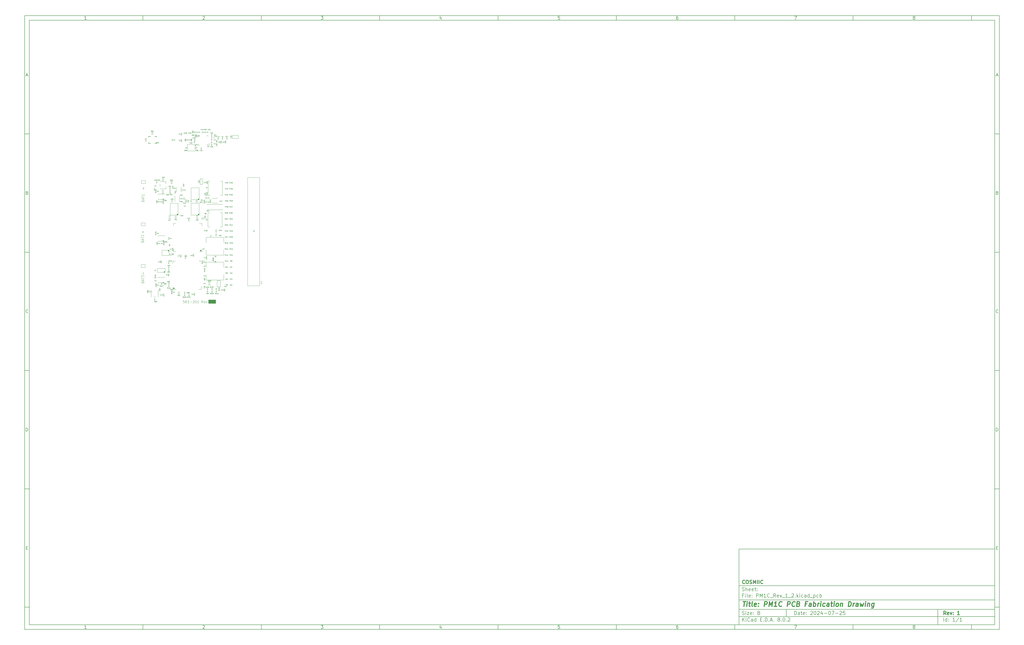
<source format=gbr>
%TF.GenerationSoftware,KiCad,Pcbnew,8.0.2*%
%TF.CreationDate,2024-09-08T21:36:51-05:00*%
%TF.ProjectId,PM1C_Rev_1_2,504d3143-5f52-4657-965f-315f322e6b69,1*%
%TF.SameCoordinates,PX297003ePY8770cd2*%
%TF.FileFunction,Legend,Top*%
%TF.FilePolarity,Positive*%
%FSLAX46Y46*%
G04 Gerber Fmt 4.6, Leading zero omitted, Abs format (unit mm)*
G04 Created by KiCad (PCBNEW 8.0.2) date 2024-09-08 21:36:51*
%MOMM*%
%LPD*%
G01*
G04 APERTURE LIST*
%ADD10C,0.100000*%
%ADD11C,0.150000*%
%ADD12C,0.300000*%
%ADD13C,0.400000*%
%ADD14C,0.120000*%
%ADD15C,0.050000*%
%ADD16C,0.152400*%
G04 APERTURE END LIST*
D10*
D11*
X268349570Y-93380206D02*
X376349570Y-93380206D01*
X376349570Y-125380206D01*
X268349570Y-125380206D01*
X268349570Y-93380206D01*
D10*
D11*
X-33450430Y132019794D02*
X378349570Y132019794D01*
X378349570Y-127380206D01*
X-33450430Y-127380206D01*
X-33450430Y132019794D01*
D10*
D11*
X-31450430Y130019794D02*
X376349570Y130019794D01*
X376349570Y-125380206D01*
X-31450430Y-125380206D01*
X-31450430Y130019794D01*
D10*
D11*
X16549570Y130019794D02*
X16549570Y132019794D01*
D10*
D11*
X66549570Y130019794D02*
X66549570Y132019794D01*
D10*
D11*
X116549570Y130019794D02*
X116549570Y132019794D01*
D10*
D11*
X166549570Y130019794D02*
X166549570Y132019794D01*
D10*
D11*
X216549570Y130019794D02*
X216549570Y132019794D01*
D10*
D11*
X266549570Y130019794D02*
X266549570Y132019794D01*
D10*
D11*
X316549570Y130019794D02*
X316549570Y132019794D01*
D10*
D11*
X366549570Y130019794D02*
X366549570Y132019794D01*
D10*
D11*
X-7361270Y130426190D02*
X-8104127Y130426190D01*
X-7732699Y130426190D02*
X-7732699Y131726190D01*
X-7732699Y131726190D02*
X-7856508Y131540475D01*
X-7856508Y131540475D02*
X-7980318Y131416666D01*
X-7980318Y131416666D02*
X-8104127Y131354761D01*
D10*
D11*
X41895873Y131602380D02*
X41957777Y131664285D01*
X41957777Y131664285D02*
X42081587Y131726190D01*
X42081587Y131726190D02*
X42391111Y131726190D01*
X42391111Y131726190D02*
X42514920Y131664285D01*
X42514920Y131664285D02*
X42576825Y131602380D01*
X42576825Y131602380D02*
X42638730Y131478571D01*
X42638730Y131478571D02*
X42638730Y131354761D01*
X42638730Y131354761D02*
X42576825Y131169047D01*
X42576825Y131169047D02*
X41833968Y130426190D01*
X41833968Y130426190D02*
X42638730Y130426190D01*
D10*
D11*
X91833968Y131726190D02*
X92638730Y131726190D01*
X92638730Y131726190D02*
X92205396Y131230952D01*
X92205396Y131230952D02*
X92391111Y131230952D01*
X92391111Y131230952D02*
X92514920Y131169047D01*
X92514920Y131169047D02*
X92576825Y131107142D01*
X92576825Y131107142D02*
X92638730Y130983333D01*
X92638730Y130983333D02*
X92638730Y130673809D01*
X92638730Y130673809D02*
X92576825Y130549999D01*
X92576825Y130549999D02*
X92514920Y130488094D01*
X92514920Y130488094D02*
X92391111Y130426190D01*
X92391111Y130426190D02*
X92019682Y130426190D01*
X92019682Y130426190D02*
X91895873Y130488094D01*
X91895873Y130488094D02*
X91833968Y130549999D01*
D10*
D11*
X142514920Y131292856D02*
X142514920Y130426190D01*
X142205396Y131788094D02*
X141895873Y130859523D01*
X141895873Y130859523D02*
X142700634Y130859523D01*
D10*
D11*
X192576825Y131726190D02*
X191957777Y131726190D01*
X191957777Y131726190D02*
X191895873Y131107142D01*
X191895873Y131107142D02*
X191957777Y131169047D01*
X191957777Y131169047D02*
X192081587Y131230952D01*
X192081587Y131230952D02*
X192391111Y131230952D01*
X192391111Y131230952D02*
X192514920Y131169047D01*
X192514920Y131169047D02*
X192576825Y131107142D01*
X192576825Y131107142D02*
X192638730Y130983333D01*
X192638730Y130983333D02*
X192638730Y130673809D01*
X192638730Y130673809D02*
X192576825Y130549999D01*
X192576825Y130549999D02*
X192514920Y130488094D01*
X192514920Y130488094D02*
X192391111Y130426190D01*
X192391111Y130426190D02*
X192081587Y130426190D01*
X192081587Y130426190D02*
X191957777Y130488094D01*
X191957777Y130488094D02*
X191895873Y130549999D01*
D10*
D11*
X242514920Y131726190D02*
X242267301Y131726190D01*
X242267301Y131726190D02*
X242143492Y131664285D01*
X242143492Y131664285D02*
X242081587Y131602380D01*
X242081587Y131602380D02*
X241957777Y131416666D01*
X241957777Y131416666D02*
X241895873Y131169047D01*
X241895873Y131169047D02*
X241895873Y130673809D01*
X241895873Y130673809D02*
X241957777Y130549999D01*
X241957777Y130549999D02*
X242019682Y130488094D01*
X242019682Y130488094D02*
X242143492Y130426190D01*
X242143492Y130426190D02*
X242391111Y130426190D01*
X242391111Y130426190D02*
X242514920Y130488094D01*
X242514920Y130488094D02*
X242576825Y130549999D01*
X242576825Y130549999D02*
X242638730Y130673809D01*
X242638730Y130673809D02*
X242638730Y130983333D01*
X242638730Y130983333D02*
X242576825Y131107142D01*
X242576825Y131107142D02*
X242514920Y131169047D01*
X242514920Y131169047D02*
X242391111Y131230952D01*
X242391111Y131230952D02*
X242143492Y131230952D01*
X242143492Y131230952D02*
X242019682Y131169047D01*
X242019682Y131169047D02*
X241957777Y131107142D01*
X241957777Y131107142D02*
X241895873Y130983333D01*
D10*
D11*
X291833968Y131726190D02*
X292700634Y131726190D01*
X292700634Y131726190D02*
X292143492Y130426190D01*
D10*
D11*
X342143492Y131169047D02*
X342019682Y131230952D01*
X342019682Y131230952D02*
X341957777Y131292856D01*
X341957777Y131292856D02*
X341895873Y131416666D01*
X341895873Y131416666D02*
X341895873Y131478571D01*
X341895873Y131478571D02*
X341957777Y131602380D01*
X341957777Y131602380D02*
X342019682Y131664285D01*
X342019682Y131664285D02*
X342143492Y131726190D01*
X342143492Y131726190D02*
X342391111Y131726190D01*
X342391111Y131726190D02*
X342514920Y131664285D01*
X342514920Y131664285D02*
X342576825Y131602380D01*
X342576825Y131602380D02*
X342638730Y131478571D01*
X342638730Y131478571D02*
X342638730Y131416666D01*
X342638730Y131416666D02*
X342576825Y131292856D01*
X342576825Y131292856D02*
X342514920Y131230952D01*
X342514920Y131230952D02*
X342391111Y131169047D01*
X342391111Y131169047D02*
X342143492Y131169047D01*
X342143492Y131169047D02*
X342019682Y131107142D01*
X342019682Y131107142D02*
X341957777Y131045237D01*
X341957777Y131045237D02*
X341895873Y130921428D01*
X341895873Y130921428D02*
X341895873Y130673809D01*
X341895873Y130673809D02*
X341957777Y130549999D01*
X341957777Y130549999D02*
X342019682Y130488094D01*
X342019682Y130488094D02*
X342143492Y130426190D01*
X342143492Y130426190D02*
X342391111Y130426190D01*
X342391111Y130426190D02*
X342514920Y130488094D01*
X342514920Y130488094D02*
X342576825Y130549999D01*
X342576825Y130549999D02*
X342638730Y130673809D01*
X342638730Y130673809D02*
X342638730Y130921428D01*
X342638730Y130921428D02*
X342576825Y131045237D01*
X342576825Y131045237D02*
X342514920Y131107142D01*
X342514920Y131107142D02*
X342391111Y131169047D01*
D10*
D11*
X16549570Y-125380206D02*
X16549570Y-127380206D01*
D10*
D11*
X66549570Y-125380206D02*
X66549570Y-127380206D01*
D10*
D11*
X116549570Y-125380206D02*
X116549570Y-127380206D01*
D10*
D11*
X166549570Y-125380206D02*
X166549570Y-127380206D01*
D10*
D11*
X216549570Y-125380206D02*
X216549570Y-127380206D01*
D10*
D11*
X266549570Y-125380206D02*
X266549570Y-127380206D01*
D10*
D11*
X316549570Y-125380206D02*
X316549570Y-127380206D01*
D10*
D11*
X366549570Y-125380206D02*
X366549570Y-127380206D01*
D10*
D11*
X-7361270Y-126973810D02*
X-8104127Y-126973810D01*
X-7732699Y-126973810D02*
X-7732699Y-125673810D01*
X-7732699Y-125673810D02*
X-7856508Y-125859525D01*
X-7856508Y-125859525D02*
X-7980318Y-125983334D01*
X-7980318Y-125983334D02*
X-8104127Y-126045239D01*
D10*
D11*
X41895873Y-125797620D02*
X41957777Y-125735715D01*
X41957777Y-125735715D02*
X42081587Y-125673810D01*
X42081587Y-125673810D02*
X42391111Y-125673810D01*
X42391111Y-125673810D02*
X42514920Y-125735715D01*
X42514920Y-125735715D02*
X42576825Y-125797620D01*
X42576825Y-125797620D02*
X42638730Y-125921429D01*
X42638730Y-125921429D02*
X42638730Y-126045239D01*
X42638730Y-126045239D02*
X42576825Y-126230953D01*
X42576825Y-126230953D02*
X41833968Y-126973810D01*
X41833968Y-126973810D02*
X42638730Y-126973810D01*
D10*
D11*
X91833968Y-125673810D02*
X92638730Y-125673810D01*
X92638730Y-125673810D02*
X92205396Y-126169048D01*
X92205396Y-126169048D02*
X92391111Y-126169048D01*
X92391111Y-126169048D02*
X92514920Y-126230953D01*
X92514920Y-126230953D02*
X92576825Y-126292858D01*
X92576825Y-126292858D02*
X92638730Y-126416667D01*
X92638730Y-126416667D02*
X92638730Y-126726191D01*
X92638730Y-126726191D02*
X92576825Y-126850001D01*
X92576825Y-126850001D02*
X92514920Y-126911906D01*
X92514920Y-126911906D02*
X92391111Y-126973810D01*
X92391111Y-126973810D02*
X92019682Y-126973810D01*
X92019682Y-126973810D02*
X91895873Y-126911906D01*
X91895873Y-126911906D02*
X91833968Y-126850001D01*
D10*
D11*
X142514920Y-126107144D02*
X142514920Y-126973810D01*
X142205396Y-125611906D02*
X141895873Y-126540477D01*
X141895873Y-126540477D02*
X142700634Y-126540477D01*
D10*
D11*
X192576825Y-125673810D02*
X191957777Y-125673810D01*
X191957777Y-125673810D02*
X191895873Y-126292858D01*
X191895873Y-126292858D02*
X191957777Y-126230953D01*
X191957777Y-126230953D02*
X192081587Y-126169048D01*
X192081587Y-126169048D02*
X192391111Y-126169048D01*
X192391111Y-126169048D02*
X192514920Y-126230953D01*
X192514920Y-126230953D02*
X192576825Y-126292858D01*
X192576825Y-126292858D02*
X192638730Y-126416667D01*
X192638730Y-126416667D02*
X192638730Y-126726191D01*
X192638730Y-126726191D02*
X192576825Y-126850001D01*
X192576825Y-126850001D02*
X192514920Y-126911906D01*
X192514920Y-126911906D02*
X192391111Y-126973810D01*
X192391111Y-126973810D02*
X192081587Y-126973810D01*
X192081587Y-126973810D02*
X191957777Y-126911906D01*
X191957777Y-126911906D02*
X191895873Y-126850001D01*
D10*
D11*
X242514920Y-125673810D02*
X242267301Y-125673810D01*
X242267301Y-125673810D02*
X242143492Y-125735715D01*
X242143492Y-125735715D02*
X242081587Y-125797620D01*
X242081587Y-125797620D02*
X241957777Y-125983334D01*
X241957777Y-125983334D02*
X241895873Y-126230953D01*
X241895873Y-126230953D02*
X241895873Y-126726191D01*
X241895873Y-126726191D02*
X241957777Y-126850001D01*
X241957777Y-126850001D02*
X242019682Y-126911906D01*
X242019682Y-126911906D02*
X242143492Y-126973810D01*
X242143492Y-126973810D02*
X242391111Y-126973810D01*
X242391111Y-126973810D02*
X242514920Y-126911906D01*
X242514920Y-126911906D02*
X242576825Y-126850001D01*
X242576825Y-126850001D02*
X242638730Y-126726191D01*
X242638730Y-126726191D02*
X242638730Y-126416667D01*
X242638730Y-126416667D02*
X242576825Y-126292858D01*
X242576825Y-126292858D02*
X242514920Y-126230953D01*
X242514920Y-126230953D02*
X242391111Y-126169048D01*
X242391111Y-126169048D02*
X242143492Y-126169048D01*
X242143492Y-126169048D02*
X242019682Y-126230953D01*
X242019682Y-126230953D02*
X241957777Y-126292858D01*
X241957777Y-126292858D02*
X241895873Y-126416667D01*
D10*
D11*
X291833968Y-125673810D02*
X292700634Y-125673810D01*
X292700634Y-125673810D02*
X292143492Y-126973810D01*
D10*
D11*
X342143492Y-126230953D02*
X342019682Y-126169048D01*
X342019682Y-126169048D02*
X341957777Y-126107144D01*
X341957777Y-126107144D02*
X341895873Y-125983334D01*
X341895873Y-125983334D02*
X341895873Y-125921429D01*
X341895873Y-125921429D02*
X341957777Y-125797620D01*
X341957777Y-125797620D02*
X342019682Y-125735715D01*
X342019682Y-125735715D02*
X342143492Y-125673810D01*
X342143492Y-125673810D02*
X342391111Y-125673810D01*
X342391111Y-125673810D02*
X342514920Y-125735715D01*
X342514920Y-125735715D02*
X342576825Y-125797620D01*
X342576825Y-125797620D02*
X342638730Y-125921429D01*
X342638730Y-125921429D02*
X342638730Y-125983334D01*
X342638730Y-125983334D02*
X342576825Y-126107144D01*
X342576825Y-126107144D02*
X342514920Y-126169048D01*
X342514920Y-126169048D02*
X342391111Y-126230953D01*
X342391111Y-126230953D02*
X342143492Y-126230953D01*
X342143492Y-126230953D02*
X342019682Y-126292858D01*
X342019682Y-126292858D02*
X341957777Y-126354763D01*
X341957777Y-126354763D02*
X341895873Y-126478572D01*
X341895873Y-126478572D02*
X341895873Y-126726191D01*
X341895873Y-126726191D02*
X341957777Y-126850001D01*
X341957777Y-126850001D02*
X342019682Y-126911906D01*
X342019682Y-126911906D02*
X342143492Y-126973810D01*
X342143492Y-126973810D02*
X342391111Y-126973810D01*
X342391111Y-126973810D02*
X342514920Y-126911906D01*
X342514920Y-126911906D02*
X342576825Y-126850001D01*
X342576825Y-126850001D02*
X342638730Y-126726191D01*
X342638730Y-126726191D02*
X342638730Y-126478572D01*
X342638730Y-126478572D02*
X342576825Y-126354763D01*
X342576825Y-126354763D02*
X342514920Y-126292858D01*
X342514920Y-126292858D02*
X342391111Y-126230953D01*
D10*
D11*
X-33450430Y82019794D02*
X-31450430Y82019794D01*
D10*
D11*
X-33450430Y32019794D02*
X-31450430Y32019794D01*
D10*
D11*
X-33450430Y-17980206D02*
X-31450430Y-17980206D01*
D10*
D11*
X-33450430Y-67980206D02*
X-31450430Y-67980206D01*
D10*
D11*
X-33450430Y-117980206D02*
X-31450430Y-117980206D01*
D10*
D11*
X-32759954Y106797618D02*
X-32140907Y106797618D01*
X-32883764Y106426190D02*
X-32450431Y107726190D01*
X-32450431Y107726190D02*
X-32017097Y106426190D01*
D10*
D11*
X-32357573Y57107142D02*
X-32171859Y57045237D01*
X-32171859Y57045237D02*
X-32109954Y56983333D01*
X-32109954Y56983333D02*
X-32048050Y56859523D01*
X-32048050Y56859523D02*
X-32048050Y56673809D01*
X-32048050Y56673809D02*
X-32109954Y56549999D01*
X-32109954Y56549999D02*
X-32171859Y56488094D01*
X-32171859Y56488094D02*
X-32295669Y56426190D01*
X-32295669Y56426190D02*
X-32790907Y56426190D01*
X-32790907Y56426190D02*
X-32790907Y57726190D01*
X-32790907Y57726190D02*
X-32357573Y57726190D01*
X-32357573Y57726190D02*
X-32233764Y57664285D01*
X-32233764Y57664285D02*
X-32171859Y57602380D01*
X-32171859Y57602380D02*
X-32109954Y57478571D01*
X-32109954Y57478571D02*
X-32109954Y57354761D01*
X-32109954Y57354761D02*
X-32171859Y57230952D01*
X-32171859Y57230952D02*
X-32233764Y57169047D01*
X-32233764Y57169047D02*
X-32357573Y57107142D01*
X-32357573Y57107142D02*
X-32790907Y57107142D01*
D10*
D11*
X-32048050Y6549999D02*
X-32109954Y6488094D01*
X-32109954Y6488094D02*
X-32295669Y6426190D01*
X-32295669Y6426190D02*
X-32419478Y6426190D01*
X-32419478Y6426190D02*
X-32605192Y6488094D01*
X-32605192Y6488094D02*
X-32729002Y6611904D01*
X-32729002Y6611904D02*
X-32790907Y6735714D01*
X-32790907Y6735714D02*
X-32852811Y6983333D01*
X-32852811Y6983333D02*
X-32852811Y7169047D01*
X-32852811Y7169047D02*
X-32790907Y7416666D01*
X-32790907Y7416666D02*
X-32729002Y7540475D01*
X-32729002Y7540475D02*
X-32605192Y7664285D01*
X-32605192Y7664285D02*
X-32419478Y7726190D01*
X-32419478Y7726190D02*
X-32295669Y7726190D01*
X-32295669Y7726190D02*
X-32109954Y7664285D01*
X-32109954Y7664285D02*
X-32048050Y7602380D01*
D10*
D11*
X-32790907Y-43573810D02*
X-32790907Y-42273810D01*
X-32790907Y-42273810D02*
X-32481383Y-42273810D01*
X-32481383Y-42273810D02*
X-32295669Y-42335715D01*
X-32295669Y-42335715D02*
X-32171859Y-42459525D01*
X-32171859Y-42459525D02*
X-32109954Y-42583334D01*
X-32109954Y-42583334D02*
X-32048050Y-42830953D01*
X-32048050Y-42830953D02*
X-32048050Y-43016667D01*
X-32048050Y-43016667D02*
X-32109954Y-43264286D01*
X-32109954Y-43264286D02*
X-32171859Y-43388096D01*
X-32171859Y-43388096D02*
X-32295669Y-43511906D01*
X-32295669Y-43511906D02*
X-32481383Y-43573810D01*
X-32481383Y-43573810D02*
X-32790907Y-43573810D01*
D10*
D11*
X-32729002Y-92892858D02*
X-32295668Y-92892858D01*
X-32109954Y-93573810D02*
X-32729002Y-93573810D01*
X-32729002Y-93573810D02*
X-32729002Y-92273810D01*
X-32729002Y-92273810D02*
X-32109954Y-92273810D01*
D10*
D11*
X378349570Y82019794D02*
X376349570Y82019794D01*
D10*
D11*
X378349570Y32019794D02*
X376349570Y32019794D01*
D10*
D11*
X378349570Y-17980206D02*
X376349570Y-17980206D01*
D10*
D11*
X378349570Y-67980206D02*
X376349570Y-67980206D01*
D10*
D11*
X378349570Y-117980206D02*
X376349570Y-117980206D01*
D10*
D11*
X377040046Y106797618D02*
X377659093Y106797618D01*
X376916236Y106426190D02*
X377349569Y107726190D01*
X377349569Y107726190D02*
X377782903Y106426190D01*
D10*
D11*
X377442427Y57107142D02*
X377628141Y57045237D01*
X377628141Y57045237D02*
X377690046Y56983333D01*
X377690046Y56983333D02*
X377751950Y56859523D01*
X377751950Y56859523D02*
X377751950Y56673809D01*
X377751950Y56673809D02*
X377690046Y56549999D01*
X377690046Y56549999D02*
X377628141Y56488094D01*
X377628141Y56488094D02*
X377504331Y56426190D01*
X377504331Y56426190D02*
X377009093Y56426190D01*
X377009093Y56426190D02*
X377009093Y57726190D01*
X377009093Y57726190D02*
X377442427Y57726190D01*
X377442427Y57726190D02*
X377566236Y57664285D01*
X377566236Y57664285D02*
X377628141Y57602380D01*
X377628141Y57602380D02*
X377690046Y57478571D01*
X377690046Y57478571D02*
X377690046Y57354761D01*
X377690046Y57354761D02*
X377628141Y57230952D01*
X377628141Y57230952D02*
X377566236Y57169047D01*
X377566236Y57169047D02*
X377442427Y57107142D01*
X377442427Y57107142D02*
X377009093Y57107142D01*
D10*
D11*
X377751950Y6549999D02*
X377690046Y6488094D01*
X377690046Y6488094D02*
X377504331Y6426190D01*
X377504331Y6426190D02*
X377380522Y6426190D01*
X377380522Y6426190D02*
X377194808Y6488094D01*
X377194808Y6488094D02*
X377070998Y6611904D01*
X377070998Y6611904D02*
X377009093Y6735714D01*
X377009093Y6735714D02*
X376947189Y6983333D01*
X376947189Y6983333D02*
X376947189Y7169047D01*
X376947189Y7169047D02*
X377009093Y7416666D01*
X377009093Y7416666D02*
X377070998Y7540475D01*
X377070998Y7540475D02*
X377194808Y7664285D01*
X377194808Y7664285D02*
X377380522Y7726190D01*
X377380522Y7726190D02*
X377504331Y7726190D01*
X377504331Y7726190D02*
X377690046Y7664285D01*
X377690046Y7664285D02*
X377751950Y7602380D01*
D10*
D11*
X377009093Y-43573810D02*
X377009093Y-42273810D01*
X377009093Y-42273810D02*
X377318617Y-42273810D01*
X377318617Y-42273810D02*
X377504331Y-42335715D01*
X377504331Y-42335715D02*
X377628141Y-42459525D01*
X377628141Y-42459525D02*
X377690046Y-42583334D01*
X377690046Y-42583334D02*
X377751950Y-42830953D01*
X377751950Y-42830953D02*
X377751950Y-43016667D01*
X377751950Y-43016667D02*
X377690046Y-43264286D01*
X377690046Y-43264286D02*
X377628141Y-43388096D01*
X377628141Y-43388096D02*
X377504331Y-43511906D01*
X377504331Y-43511906D02*
X377318617Y-43573810D01*
X377318617Y-43573810D02*
X377009093Y-43573810D01*
D10*
D11*
X377070998Y-92892858D02*
X377504332Y-92892858D01*
X377690046Y-93573810D02*
X377070998Y-93573810D01*
X377070998Y-93573810D02*
X377070998Y-92273810D01*
X377070998Y-92273810D02*
X377690046Y-92273810D01*
D10*
D11*
X291805396Y-121166334D02*
X291805396Y-119666334D01*
X291805396Y-119666334D02*
X292162539Y-119666334D01*
X292162539Y-119666334D02*
X292376825Y-119737763D01*
X292376825Y-119737763D02*
X292519682Y-119880620D01*
X292519682Y-119880620D02*
X292591111Y-120023477D01*
X292591111Y-120023477D02*
X292662539Y-120309191D01*
X292662539Y-120309191D02*
X292662539Y-120523477D01*
X292662539Y-120523477D02*
X292591111Y-120809191D01*
X292591111Y-120809191D02*
X292519682Y-120952048D01*
X292519682Y-120952048D02*
X292376825Y-121094906D01*
X292376825Y-121094906D02*
X292162539Y-121166334D01*
X292162539Y-121166334D02*
X291805396Y-121166334D01*
X293948254Y-121166334D02*
X293948254Y-120380620D01*
X293948254Y-120380620D02*
X293876825Y-120237763D01*
X293876825Y-120237763D02*
X293733968Y-120166334D01*
X293733968Y-120166334D02*
X293448254Y-120166334D01*
X293448254Y-120166334D02*
X293305396Y-120237763D01*
X293948254Y-121094906D02*
X293805396Y-121166334D01*
X293805396Y-121166334D02*
X293448254Y-121166334D01*
X293448254Y-121166334D02*
X293305396Y-121094906D01*
X293305396Y-121094906D02*
X293233968Y-120952048D01*
X293233968Y-120952048D02*
X293233968Y-120809191D01*
X293233968Y-120809191D02*
X293305396Y-120666334D01*
X293305396Y-120666334D02*
X293448254Y-120594906D01*
X293448254Y-120594906D02*
X293805396Y-120594906D01*
X293805396Y-120594906D02*
X293948254Y-120523477D01*
X294448254Y-120166334D02*
X295019682Y-120166334D01*
X294662539Y-119666334D02*
X294662539Y-120952048D01*
X294662539Y-120952048D02*
X294733968Y-121094906D01*
X294733968Y-121094906D02*
X294876825Y-121166334D01*
X294876825Y-121166334D02*
X295019682Y-121166334D01*
X296091111Y-121094906D02*
X295948254Y-121166334D01*
X295948254Y-121166334D02*
X295662540Y-121166334D01*
X295662540Y-121166334D02*
X295519682Y-121094906D01*
X295519682Y-121094906D02*
X295448254Y-120952048D01*
X295448254Y-120952048D02*
X295448254Y-120380620D01*
X295448254Y-120380620D02*
X295519682Y-120237763D01*
X295519682Y-120237763D02*
X295662540Y-120166334D01*
X295662540Y-120166334D02*
X295948254Y-120166334D01*
X295948254Y-120166334D02*
X296091111Y-120237763D01*
X296091111Y-120237763D02*
X296162540Y-120380620D01*
X296162540Y-120380620D02*
X296162540Y-120523477D01*
X296162540Y-120523477D02*
X295448254Y-120666334D01*
X296805396Y-121023477D02*
X296876825Y-121094906D01*
X296876825Y-121094906D02*
X296805396Y-121166334D01*
X296805396Y-121166334D02*
X296733968Y-121094906D01*
X296733968Y-121094906D02*
X296805396Y-121023477D01*
X296805396Y-121023477D02*
X296805396Y-121166334D01*
X296805396Y-120237763D02*
X296876825Y-120309191D01*
X296876825Y-120309191D02*
X296805396Y-120380620D01*
X296805396Y-120380620D02*
X296733968Y-120309191D01*
X296733968Y-120309191D02*
X296805396Y-120237763D01*
X296805396Y-120237763D02*
X296805396Y-120380620D01*
X298591111Y-119809191D02*
X298662539Y-119737763D01*
X298662539Y-119737763D02*
X298805397Y-119666334D01*
X298805397Y-119666334D02*
X299162539Y-119666334D01*
X299162539Y-119666334D02*
X299305397Y-119737763D01*
X299305397Y-119737763D02*
X299376825Y-119809191D01*
X299376825Y-119809191D02*
X299448254Y-119952048D01*
X299448254Y-119952048D02*
X299448254Y-120094906D01*
X299448254Y-120094906D02*
X299376825Y-120309191D01*
X299376825Y-120309191D02*
X298519682Y-121166334D01*
X298519682Y-121166334D02*
X299448254Y-121166334D01*
X300376825Y-119666334D02*
X300519682Y-119666334D01*
X300519682Y-119666334D02*
X300662539Y-119737763D01*
X300662539Y-119737763D02*
X300733968Y-119809191D01*
X300733968Y-119809191D02*
X300805396Y-119952048D01*
X300805396Y-119952048D02*
X300876825Y-120237763D01*
X300876825Y-120237763D02*
X300876825Y-120594906D01*
X300876825Y-120594906D02*
X300805396Y-120880620D01*
X300805396Y-120880620D02*
X300733968Y-121023477D01*
X300733968Y-121023477D02*
X300662539Y-121094906D01*
X300662539Y-121094906D02*
X300519682Y-121166334D01*
X300519682Y-121166334D02*
X300376825Y-121166334D01*
X300376825Y-121166334D02*
X300233968Y-121094906D01*
X300233968Y-121094906D02*
X300162539Y-121023477D01*
X300162539Y-121023477D02*
X300091110Y-120880620D01*
X300091110Y-120880620D02*
X300019682Y-120594906D01*
X300019682Y-120594906D02*
X300019682Y-120237763D01*
X300019682Y-120237763D02*
X300091110Y-119952048D01*
X300091110Y-119952048D02*
X300162539Y-119809191D01*
X300162539Y-119809191D02*
X300233968Y-119737763D01*
X300233968Y-119737763D02*
X300376825Y-119666334D01*
X301448253Y-119809191D02*
X301519681Y-119737763D01*
X301519681Y-119737763D02*
X301662539Y-119666334D01*
X301662539Y-119666334D02*
X302019681Y-119666334D01*
X302019681Y-119666334D02*
X302162539Y-119737763D01*
X302162539Y-119737763D02*
X302233967Y-119809191D01*
X302233967Y-119809191D02*
X302305396Y-119952048D01*
X302305396Y-119952048D02*
X302305396Y-120094906D01*
X302305396Y-120094906D02*
X302233967Y-120309191D01*
X302233967Y-120309191D02*
X301376824Y-121166334D01*
X301376824Y-121166334D02*
X302305396Y-121166334D01*
X303591110Y-120166334D02*
X303591110Y-121166334D01*
X303233967Y-119594906D02*
X302876824Y-120666334D01*
X302876824Y-120666334D02*
X303805395Y-120666334D01*
X304376823Y-120594906D02*
X305519681Y-120594906D01*
X306519681Y-119666334D02*
X306662538Y-119666334D01*
X306662538Y-119666334D02*
X306805395Y-119737763D01*
X306805395Y-119737763D02*
X306876824Y-119809191D01*
X306876824Y-119809191D02*
X306948252Y-119952048D01*
X306948252Y-119952048D02*
X307019681Y-120237763D01*
X307019681Y-120237763D02*
X307019681Y-120594906D01*
X307019681Y-120594906D02*
X306948252Y-120880620D01*
X306948252Y-120880620D02*
X306876824Y-121023477D01*
X306876824Y-121023477D02*
X306805395Y-121094906D01*
X306805395Y-121094906D02*
X306662538Y-121166334D01*
X306662538Y-121166334D02*
X306519681Y-121166334D01*
X306519681Y-121166334D02*
X306376824Y-121094906D01*
X306376824Y-121094906D02*
X306305395Y-121023477D01*
X306305395Y-121023477D02*
X306233966Y-120880620D01*
X306233966Y-120880620D02*
X306162538Y-120594906D01*
X306162538Y-120594906D02*
X306162538Y-120237763D01*
X306162538Y-120237763D02*
X306233966Y-119952048D01*
X306233966Y-119952048D02*
X306305395Y-119809191D01*
X306305395Y-119809191D02*
X306376824Y-119737763D01*
X306376824Y-119737763D02*
X306519681Y-119666334D01*
X307519680Y-119666334D02*
X308519680Y-119666334D01*
X308519680Y-119666334D02*
X307876823Y-121166334D01*
X309091108Y-120594906D02*
X310233966Y-120594906D01*
X310876823Y-119809191D02*
X310948251Y-119737763D01*
X310948251Y-119737763D02*
X311091109Y-119666334D01*
X311091109Y-119666334D02*
X311448251Y-119666334D01*
X311448251Y-119666334D02*
X311591109Y-119737763D01*
X311591109Y-119737763D02*
X311662537Y-119809191D01*
X311662537Y-119809191D02*
X311733966Y-119952048D01*
X311733966Y-119952048D02*
X311733966Y-120094906D01*
X311733966Y-120094906D02*
X311662537Y-120309191D01*
X311662537Y-120309191D02*
X310805394Y-121166334D01*
X310805394Y-121166334D02*
X311733966Y-121166334D01*
X313091108Y-119666334D02*
X312376822Y-119666334D01*
X312376822Y-119666334D02*
X312305394Y-120380620D01*
X312305394Y-120380620D02*
X312376822Y-120309191D01*
X312376822Y-120309191D02*
X312519680Y-120237763D01*
X312519680Y-120237763D02*
X312876822Y-120237763D01*
X312876822Y-120237763D02*
X313019680Y-120309191D01*
X313019680Y-120309191D02*
X313091108Y-120380620D01*
X313091108Y-120380620D02*
X313162537Y-120523477D01*
X313162537Y-120523477D02*
X313162537Y-120880620D01*
X313162537Y-120880620D02*
X313091108Y-121023477D01*
X313091108Y-121023477D02*
X313019680Y-121094906D01*
X313019680Y-121094906D02*
X312876822Y-121166334D01*
X312876822Y-121166334D02*
X312519680Y-121166334D01*
X312519680Y-121166334D02*
X312376822Y-121094906D01*
X312376822Y-121094906D02*
X312305394Y-121023477D01*
D10*
D11*
X268349570Y-121880206D02*
X376349570Y-121880206D01*
D10*
D11*
X269805396Y-123966334D02*
X269805396Y-122466334D01*
X270662539Y-123966334D02*
X270019682Y-123109191D01*
X270662539Y-122466334D02*
X269805396Y-123323477D01*
X271305396Y-123966334D02*
X271305396Y-122966334D01*
X271305396Y-122466334D02*
X271233968Y-122537763D01*
X271233968Y-122537763D02*
X271305396Y-122609191D01*
X271305396Y-122609191D02*
X271376825Y-122537763D01*
X271376825Y-122537763D02*
X271305396Y-122466334D01*
X271305396Y-122466334D02*
X271305396Y-122609191D01*
X272876825Y-123823477D02*
X272805397Y-123894906D01*
X272805397Y-123894906D02*
X272591111Y-123966334D01*
X272591111Y-123966334D02*
X272448254Y-123966334D01*
X272448254Y-123966334D02*
X272233968Y-123894906D01*
X272233968Y-123894906D02*
X272091111Y-123752048D01*
X272091111Y-123752048D02*
X272019682Y-123609191D01*
X272019682Y-123609191D02*
X271948254Y-123323477D01*
X271948254Y-123323477D02*
X271948254Y-123109191D01*
X271948254Y-123109191D02*
X272019682Y-122823477D01*
X272019682Y-122823477D02*
X272091111Y-122680620D01*
X272091111Y-122680620D02*
X272233968Y-122537763D01*
X272233968Y-122537763D02*
X272448254Y-122466334D01*
X272448254Y-122466334D02*
X272591111Y-122466334D01*
X272591111Y-122466334D02*
X272805397Y-122537763D01*
X272805397Y-122537763D02*
X272876825Y-122609191D01*
X274162540Y-123966334D02*
X274162540Y-123180620D01*
X274162540Y-123180620D02*
X274091111Y-123037763D01*
X274091111Y-123037763D02*
X273948254Y-122966334D01*
X273948254Y-122966334D02*
X273662540Y-122966334D01*
X273662540Y-122966334D02*
X273519682Y-123037763D01*
X274162540Y-123894906D02*
X274019682Y-123966334D01*
X274019682Y-123966334D02*
X273662540Y-123966334D01*
X273662540Y-123966334D02*
X273519682Y-123894906D01*
X273519682Y-123894906D02*
X273448254Y-123752048D01*
X273448254Y-123752048D02*
X273448254Y-123609191D01*
X273448254Y-123609191D02*
X273519682Y-123466334D01*
X273519682Y-123466334D02*
X273662540Y-123394906D01*
X273662540Y-123394906D02*
X274019682Y-123394906D01*
X274019682Y-123394906D02*
X274162540Y-123323477D01*
X275519683Y-123966334D02*
X275519683Y-122466334D01*
X275519683Y-123894906D02*
X275376825Y-123966334D01*
X275376825Y-123966334D02*
X275091111Y-123966334D01*
X275091111Y-123966334D02*
X274948254Y-123894906D01*
X274948254Y-123894906D02*
X274876825Y-123823477D01*
X274876825Y-123823477D02*
X274805397Y-123680620D01*
X274805397Y-123680620D02*
X274805397Y-123252048D01*
X274805397Y-123252048D02*
X274876825Y-123109191D01*
X274876825Y-123109191D02*
X274948254Y-123037763D01*
X274948254Y-123037763D02*
X275091111Y-122966334D01*
X275091111Y-122966334D02*
X275376825Y-122966334D01*
X275376825Y-122966334D02*
X275519683Y-123037763D01*
X277376825Y-123180620D02*
X277876825Y-123180620D01*
X278091111Y-123966334D02*
X277376825Y-123966334D01*
X277376825Y-123966334D02*
X277376825Y-122466334D01*
X277376825Y-122466334D02*
X278091111Y-122466334D01*
X278733968Y-123823477D02*
X278805397Y-123894906D01*
X278805397Y-123894906D02*
X278733968Y-123966334D01*
X278733968Y-123966334D02*
X278662540Y-123894906D01*
X278662540Y-123894906D02*
X278733968Y-123823477D01*
X278733968Y-123823477D02*
X278733968Y-123966334D01*
X279448254Y-123966334D02*
X279448254Y-122466334D01*
X279448254Y-122466334D02*
X279805397Y-122466334D01*
X279805397Y-122466334D02*
X280019683Y-122537763D01*
X280019683Y-122537763D02*
X280162540Y-122680620D01*
X280162540Y-122680620D02*
X280233969Y-122823477D01*
X280233969Y-122823477D02*
X280305397Y-123109191D01*
X280305397Y-123109191D02*
X280305397Y-123323477D01*
X280305397Y-123323477D02*
X280233969Y-123609191D01*
X280233969Y-123609191D02*
X280162540Y-123752048D01*
X280162540Y-123752048D02*
X280019683Y-123894906D01*
X280019683Y-123894906D02*
X279805397Y-123966334D01*
X279805397Y-123966334D02*
X279448254Y-123966334D01*
X280948254Y-123823477D02*
X281019683Y-123894906D01*
X281019683Y-123894906D02*
X280948254Y-123966334D01*
X280948254Y-123966334D02*
X280876826Y-123894906D01*
X280876826Y-123894906D02*
X280948254Y-123823477D01*
X280948254Y-123823477D02*
X280948254Y-123966334D01*
X281591112Y-123537763D02*
X282305398Y-123537763D01*
X281448255Y-123966334D02*
X281948255Y-122466334D01*
X281948255Y-122466334D02*
X282448255Y-123966334D01*
X282948254Y-123823477D02*
X283019683Y-123894906D01*
X283019683Y-123894906D02*
X282948254Y-123966334D01*
X282948254Y-123966334D02*
X282876826Y-123894906D01*
X282876826Y-123894906D02*
X282948254Y-123823477D01*
X282948254Y-123823477D02*
X282948254Y-123966334D01*
X285019683Y-123109191D02*
X284876826Y-123037763D01*
X284876826Y-123037763D02*
X284805397Y-122966334D01*
X284805397Y-122966334D02*
X284733969Y-122823477D01*
X284733969Y-122823477D02*
X284733969Y-122752048D01*
X284733969Y-122752048D02*
X284805397Y-122609191D01*
X284805397Y-122609191D02*
X284876826Y-122537763D01*
X284876826Y-122537763D02*
X285019683Y-122466334D01*
X285019683Y-122466334D02*
X285305397Y-122466334D01*
X285305397Y-122466334D02*
X285448255Y-122537763D01*
X285448255Y-122537763D02*
X285519683Y-122609191D01*
X285519683Y-122609191D02*
X285591112Y-122752048D01*
X285591112Y-122752048D02*
X285591112Y-122823477D01*
X285591112Y-122823477D02*
X285519683Y-122966334D01*
X285519683Y-122966334D02*
X285448255Y-123037763D01*
X285448255Y-123037763D02*
X285305397Y-123109191D01*
X285305397Y-123109191D02*
X285019683Y-123109191D01*
X285019683Y-123109191D02*
X284876826Y-123180620D01*
X284876826Y-123180620D02*
X284805397Y-123252048D01*
X284805397Y-123252048D02*
X284733969Y-123394906D01*
X284733969Y-123394906D02*
X284733969Y-123680620D01*
X284733969Y-123680620D02*
X284805397Y-123823477D01*
X284805397Y-123823477D02*
X284876826Y-123894906D01*
X284876826Y-123894906D02*
X285019683Y-123966334D01*
X285019683Y-123966334D02*
X285305397Y-123966334D01*
X285305397Y-123966334D02*
X285448255Y-123894906D01*
X285448255Y-123894906D02*
X285519683Y-123823477D01*
X285519683Y-123823477D02*
X285591112Y-123680620D01*
X285591112Y-123680620D02*
X285591112Y-123394906D01*
X285591112Y-123394906D02*
X285519683Y-123252048D01*
X285519683Y-123252048D02*
X285448255Y-123180620D01*
X285448255Y-123180620D02*
X285305397Y-123109191D01*
X286233968Y-123823477D02*
X286305397Y-123894906D01*
X286305397Y-123894906D02*
X286233968Y-123966334D01*
X286233968Y-123966334D02*
X286162540Y-123894906D01*
X286162540Y-123894906D02*
X286233968Y-123823477D01*
X286233968Y-123823477D02*
X286233968Y-123966334D01*
X287233969Y-122466334D02*
X287376826Y-122466334D01*
X287376826Y-122466334D02*
X287519683Y-122537763D01*
X287519683Y-122537763D02*
X287591112Y-122609191D01*
X287591112Y-122609191D02*
X287662540Y-122752048D01*
X287662540Y-122752048D02*
X287733969Y-123037763D01*
X287733969Y-123037763D02*
X287733969Y-123394906D01*
X287733969Y-123394906D02*
X287662540Y-123680620D01*
X287662540Y-123680620D02*
X287591112Y-123823477D01*
X287591112Y-123823477D02*
X287519683Y-123894906D01*
X287519683Y-123894906D02*
X287376826Y-123966334D01*
X287376826Y-123966334D02*
X287233969Y-123966334D01*
X287233969Y-123966334D02*
X287091112Y-123894906D01*
X287091112Y-123894906D02*
X287019683Y-123823477D01*
X287019683Y-123823477D02*
X286948254Y-123680620D01*
X286948254Y-123680620D02*
X286876826Y-123394906D01*
X286876826Y-123394906D02*
X286876826Y-123037763D01*
X286876826Y-123037763D02*
X286948254Y-122752048D01*
X286948254Y-122752048D02*
X287019683Y-122609191D01*
X287019683Y-122609191D02*
X287091112Y-122537763D01*
X287091112Y-122537763D02*
X287233969Y-122466334D01*
X288376825Y-123823477D02*
X288448254Y-123894906D01*
X288448254Y-123894906D02*
X288376825Y-123966334D01*
X288376825Y-123966334D02*
X288305397Y-123894906D01*
X288305397Y-123894906D02*
X288376825Y-123823477D01*
X288376825Y-123823477D02*
X288376825Y-123966334D01*
X289019683Y-122609191D02*
X289091111Y-122537763D01*
X289091111Y-122537763D02*
X289233969Y-122466334D01*
X289233969Y-122466334D02*
X289591111Y-122466334D01*
X289591111Y-122466334D02*
X289733969Y-122537763D01*
X289733969Y-122537763D02*
X289805397Y-122609191D01*
X289805397Y-122609191D02*
X289876826Y-122752048D01*
X289876826Y-122752048D02*
X289876826Y-122894906D01*
X289876826Y-122894906D02*
X289805397Y-123109191D01*
X289805397Y-123109191D02*
X288948254Y-123966334D01*
X288948254Y-123966334D02*
X289876826Y-123966334D01*
D10*
D11*
X268349570Y-118880206D02*
X376349570Y-118880206D01*
D10*
D12*
X355761223Y-121158534D02*
X355261223Y-120444248D01*
X354904080Y-121158534D02*
X354904080Y-119658534D01*
X354904080Y-119658534D02*
X355475509Y-119658534D01*
X355475509Y-119658534D02*
X355618366Y-119729963D01*
X355618366Y-119729963D02*
X355689795Y-119801391D01*
X355689795Y-119801391D02*
X355761223Y-119944248D01*
X355761223Y-119944248D02*
X355761223Y-120158534D01*
X355761223Y-120158534D02*
X355689795Y-120301391D01*
X355689795Y-120301391D02*
X355618366Y-120372820D01*
X355618366Y-120372820D02*
X355475509Y-120444248D01*
X355475509Y-120444248D02*
X354904080Y-120444248D01*
X356975509Y-121087106D02*
X356832652Y-121158534D01*
X356832652Y-121158534D02*
X356546938Y-121158534D01*
X356546938Y-121158534D02*
X356404080Y-121087106D01*
X356404080Y-121087106D02*
X356332652Y-120944248D01*
X356332652Y-120944248D02*
X356332652Y-120372820D01*
X356332652Y-120372820D02*
X356404080Y-120229963D01*
X356404080Y-120229963D02*
X356546938Y-120158534D01*
X356546938Y-120158534D02*
X356832652Y-120158534D01*
X356832652Y-120158534D02*
X356975509Y-120229963D01*
X356975509Y-120229963D02*
X357046938Y-120372820D01*
X357046938Y-120372820D02*
X357046938Y-120515677D01*
X357046938Y-120515677D02*
X356332652Y-120658534D01*
X357546937Y-120158534D02*
X357904080Y-121158534D01*
X357904080Y-121158534D02*
X358261223Y-120158534D01*
X358832651Y-121015677D02*
X358904080Y-121087106D01*
X358904080Y-121087106D02*
X358832651Y-121158534D01*
X358832651Y-121158534D02*
X358761223Y-121087106D01*
X358761223Y-121087106D02*
X358832651Y-121015677D01*
X358832651Y-121015677D02*
X358832651Y-121158534D01*
X358832651Y-120229963D02*
X358904080Y-120301391D01*
X358904080Y-120301391D02*
X358832651Y-120372820D01*
X358832651Y-120372820D02*
X358761223Y-120301391D01*
X358761223Y-120301391D02*
X358832651Y-120229963D01*
X358832651Y-120229963D02*
X358832651Y-120372820D01*
X361475509Y-121158534D02*
X360618366Y-121158534D01*
X361046937Y-121158534D02*
X361046937Y-119658534D01*
X361046937Y-119658534D02*
X360904080Y-119872820D01*
X360904080Y-119872820D02*
X360761223Y-120015677D01*
X360761223Y-120015677D02*
X360618366Y-120087106D01*
D10*
D11*
X269733968Y-121094906D02*
X269948254Y-121166334D01*
X269948254Y-121166334D02*
X270305396Y-121166334D01*
X270305396Y-121166334D02*
X270448254Y-121094906D01*
X270448254Y-121094906D02*
X270519682Y-121023477D01*
X270519682Y-121023477D02*
X270591111Y-120880620D01*
X270591111Y-120880620D02*
X270591111Y-120737763D01*
X270591111Y-120737763D02*
X270519682Y-120594906D01*
X270519682Y-120594906D02*
X270448254Y-120523477D01*
X270448254Y-120523477D02*
X270305396Y-120452048D01*
X270305396Y-120452048D02*
X270019682Y-120380620D01*
X270019682Y-120380620D02*
X269876825Y-120309191D01*
X269876825Y-120309191D02*
X269805396Y-120237763D01*
X269805396Y-120237763D02*
X269733968Y-120094906D01*
X269733968Y-120094906D02*
X269733968Y-119952048D01*
X269733968Y-119952048D02*
X269805396Y-119809191D01*
X269805396Y-119809191D02*
X269876825Y-119737763D01*
X269876825Y-119737763D02*
X270019682Y-119666334D01*
X270019682Y-119666334D02*
X270376825Y-119666334D01*
X270376825Y-119666334D02*
X270591111Y-119737763D01*
X271233967Y-121166334D02*
X271233967Y-120166334D01*
X271233967Y-119666334D02*
X271162539Y-119737763D01*
X271162539Y-119737763D02*
X271233967Y-119809191D01*
X271233967Y-119809191D02*
X271305396Y-119737763D01*
X271305396Y-119737763D02*
X271233967Y-119666334D01*
X271233967Y-119666334D02*
X271233967Y-119809191D01*
X271805396Y-120166334D02*
X272591111Y-120166334D01*
X272591111Y-120166334D02*
X271805396Y-121166334D01*
X271805396Y-121166334D02*
X272591111Y-121166334D01*
X273733968Y-121094906D02*
X273591111Y-121166334D01*
X273591111Y-121166334D02*
X273305397Y-121166334D01*
X273305397Y-121166334D02*
X273162539Y-121094906D01*
X273162539Y-121094906D02*
X273091111Y-120952048D01*
X273091111Y-120952048D02*
X273091111Y-120380620D01*
X273091111Y-120380620D02*
X273162539Y-120237763D01*
X273162539Y-120237763D02*
X273305397Y-120166334D01*
X273305397Y-120166334D02*
X273591111Y-120166334D01*
X273591111Y-120166334D02*
X273733968Y-120237763D01*
X273733968Y-120237763D02*
X273805397Y-120380620D01*
X273805397Y-120380620D02*
X273805397Y-120523477D01*
X273805397Y-120523477D02*
X273091111Y-120666334D01*
X274448253Y-121023477D02*
X274519682Y-121094906D01*
X274519682Y-121094906D02*
X274448253Y-121166334D01*
X274448253Y-121166334D02*
X274376825Y-121094906D01*
X274376825Y-121094906D02*
X274448253Y-121023477D01*
X274448253Y-121023477D02*
X274448253Y-121166334D01*
X274448253Y-120237763D02*
X274519682Y-120309191D01*
X274519682Y-120309191D02*
X274448253Y-120380620D01*
X274448253Y-120380620D02*
X274376825Y-120309191D01*
X274376825Y-120309191D02*
X274448253Y-120237763D01*
X274448253Y-120237763D02*
X274448253Y-120380620D01*
X276805396Y-120380620D02*
X277019682Y-120452048D01*
X277019682Y-120452048D02*
X277091111Y-120523477D01*
X277091111Y-120523477D02*
X277162539Y-120666334D01*
X277162539Y-120666334D02*
X277162539Y-120880620D01*
X277162539Y-120880620D02*
X277091111Y-121023477D01*
X277091111Y-121023477D02*
X277019682Y-121094906D01*
X277019682Y-121094906D02*
X276876825Y-121166334D01*
X276876825Y-121166334D02*
X276305396Y-121166334D01*
X276305396Y-121166334D02*
X276305396Y-119666334D01*
X276305396Y-119666334D02*
X276805396Y-119666334D01*
X276805396Y-119666334D02*
X276948254Y-119737763D01*
X276948254Y-119737763D02*
X277019682Y-119809191D01*
X277019682Y-119809191D02*
X277091111Y-119952048D01*
X277091111Y-119952048D02*
X277091111Y-120094906D01*
X277091111Y-120094906D02*
X277019682Y-120237763D01*
X277019682Y-120237763D02*
X276948254Y-120309191D01*
X276948254Y-120309191D02*
X276805396Y-120380620D01*
X276805396Y-120380620D02*
X276305396Y-120380620D01*
D10*
D11*
X354805396Y-123966334D02*
X354805396Y-122466334D01*
X356162540Y-123966334D02*
X356162540Y-122466334D01*
X356162540Y-123894906D02*
X356019682Y-123966334D01*
X356019682Y-123966334D02*
X355733968Y-123966334D01*
X355733968Y-123966334D02*
X355591111Y-123894906D01*
X355591111Y-123894906D02*
X355519682Y-123823477D01*
X355519682Y-123823477D02*
X355448254Y-123680620D01*
X355448254Y-123680620D02*
X355448254Y-123252048D01*
X355448254Y-123252048D02*
X355519682Y-123109191D01*
X355519682Y-123109191D02*
X355591111Y-123037763D01*
X355591111Y-123037763D02*
X355733968Y-122966334D01*
X355733968Y-122966334D02*
X356019682Y-122966334D01*
X356019682Y-122966334D02*
X356162540Y-123037763D01*
X356876825Y-123823477D02*
X356948254Y-123894906D01*
X356948254Y-123894906D02*
X356876825Y-123966334D01*
X356876825Y-123966334D02*
X356805397Y-123894906D01*
X356805397Y-123894906D02*
X356876825Y-123823477D01*
X356876825Y-123823477D02*
X356876825Y-123966334D01*
X356876825Y-123037763D02*
X356948254Y-123109191D01*
X356948254Y-123109191D02*
X356876825Y-123180620D01*
X356876825Y-123180620D02*
X356805397Y-123109191D01*
X356805397Y-123109191D02*
X356876825Y-123037763D01*
X356876825Y-123037763D02*
X356876825Y-123180620D01*
X359519683Y-123966334D02*
X358662540Y-123966334D01*
X359091111Y-123966334D02*
X359091111Y-122466334D01*
X359091111Y-122466334D02*
X358948254Y-122680620D01*
X358948254Y-122680620D02*
X358805397Y-122823477D01*
X358805397Y-122823477D02*
X358662540Y-122894906D01*
X361233968Y-122394906D02*
X359948254Y-124323477D01*
X362519683Y-123966334D02*
X361662540Y-123966334D01*
X362091111Y-123966334D02*
X362091111Y-122466334D01*
X362091111Y-122466334D02*
X361948254Y-122680620D01*
X361948254Y-122680620D02*
X361805397Y-122823477D01*
X361805397Y-122823477D02*
X361662540Y-122894906D01*
D10*
D11*
X268349570Y-114880206D02*
X376349570Y-114880206D01*
D10*
D13*
X270041298Y-115584644D02*
X271184155Y-115584644D01*
X270362727Y-117584644D02*
X270612727Y-115584644D01*
X271600822Y-117584644D02*
X271767489Y-116251310D01*
X271850822Y-115584644D02*
X271743679Y-115679882D01*
X271743679Y-115679882D02*
X271827013Y-115775120D01*
X271827013Y-115775120D02*
X271934156Y-115679882D01*
X271934156Y-115679882D02*
X271850822Y-115584644D01*
X271850822Y-115584644D02*
X271827013Y-115775120D01*
X272434156Y-116251310D02*
X273196060Y-116251310D01*
X272803203Y-115584644D02*
X272588918Y-117298929D01*
X272588918Y-117298929D02*
X272660346Y-117489406D01*
X272660346Y-117489406D02*
X272838918Y-117584644D01*
X272838918Y-117584644D02*
X273029394Y-117584644D01*
X273981775Y-117584644D02*
X273803203Y-117489406D01*
X273803203Y-117489406D02*
X273731775Y-117298929D01*
X273731775Y-117298929D02*
X273946060Y-115584644D01*
X275517489Y-117489406D02*
X275315108Y-117584644D01*
X275315108Y-117584644D02*
X274934155Y-117584644D01*
X274934155Y-117584644D02*
X274755584Y-117489406D01*
X274755584Y-117489406D02*
X274684155Y-117298929D01*
X274684155Y-117298929D02*
X274779394Y-116537025D01*
X274779394Y-116537025D02*
X274898441Y-116346548D01*
X274898441Y-116346548D02*
X275100822Y-116251310D01*
X275100822Y-116251310D02*
X275481774Y-116251310D01*
X275481774Y-116251310D02*
X275660346Y-116346548D01*
X275660346Y-116346548D02*
X275731774Y-116537025D01*
X275731774Y-116537025D02*
X275707965Y-116727501D01*
X275707965Y-116727501D02*
X274731774Y-116917977D01*
X276481775Y-117394167D02*
X276565108Y-117489406D01*
X276565108Y-117489406D02*
X276457965Y-117584644D01*
X276457965Y-117584644D02*
X276374632Y-117489406D01*
X276374632Y-117489406D02*
X276481775Y-117394167D01*
X276481775Y-117394167D02*
X276457965Y-117584644D01*
X276612727Y-116346548D02*
X276696060Y-116441786D01*
X276696060Y-116441786D02*
X276588918Y-116537025D01*
X276588918Y-116537025D02*
X276505584Y-116441786D01*
X276505584Y-116441786D02*
X276612727Y-116346548D01*
X276612727Y-116346548D02*
X276588918Y-116537025D01*
X278934156Y-117584644D02*
X279184156Y-115584644D01*
X279184156Y-115584644D02*
X279946061Y-115584644D01*
X279946061Y-115584644D02*
X280124632Y-115679882D01*
X280124632Y-115679882D02*
X280207966Y-115775120D01*
X280207966Y-115775120D02*
X280279394Y-115965596D01*
X280279394Y-115965596D02*
X280243680Y-116251310D01*
X280243680Y-116251310D02*
X280124632Y-116441786D01*
X280124632Y-116441786D02*
X280017490Y-116537025D01*
X280017490Y-116537025D02*
X279815109Y-116632263D01*
X279815109Y-116632263D02*
X279053204Y-116632263D01*
X280934156Y-117584644D02*
X281184156Y-115584644D01*
X281184156Y-115584644D02*
X281672251Y-117013215D01*
X281672251Y-117013215D02*
X282517490Y-115584644D01*
X282517490Y-115584644D02*
X282267490Y-117584644D01*
X284267489Y-117584644D02*
X283124632Y-117584644D01*
X283696061Y-117584644D02*
X283946061Y-115584644D01*
X283946061Y-115584644D02*
X283719870Y-115870358D01*
X283719870Y-115870358D02*
X283505585Y-116060834D01*
X283505585Y-116060834D02*
X283303204Y-116156072D01*
X286291299Y-117394167D02*
X286184156Y-117489406D01*
X286184156Y-117489406D02*
X285886537Y-117584644D01*
X285886537Y-117584644D02*
X285696061Y-117584644D01*
X285696061Y-117584644D02*
X285422251Y-117489406D01*
X285422251Y-117489406D02*
X285255585Y-117298929D01*
X285255585Y-117298929D02*
X285184156Y-117108453D01*
X285184156Y-117108453D02*
X285136537Y-116727501D01*
X285136537Y-116727501D02*
X285172251Y-116441786D01*
X285172251Y-116441786D02*
X285315108Y-116060834D01*
X285315108Y-116060834D02*
X285434156Y-115870358D01*
X285434156Y-115870358D02*
X285648442Y-115679882D01*
X285648442Y-115679882D02*
X285946061Y-115584644D01*
X285946061Y-115584644D02*
X286136537Y-115584644D01*
X286136537Y-115584644D02*
X286410347Y-115679882D01*
X286410347Y-115679882D02*
X286493680Y-115775120D01*
X288648442Y-117584644D02*
X288898442Y-115584644D01*
X288898442Y-115584644D02*
X289660347Y-115584644D01*
X289660347Y-115584644D02*
X289838918Y-115679882D01*
X289838918Y-115679882D02*
X289922252Y-115775120D01*
X289922252Y-115775120D02*
X289993680Y-115965596D01*
X289993680Y-115965596D02*
X289957966Y-116251310D01*
X289957966Y-116251310D02*
X289838918Y-116441786D01*
X289838918Y-116441786D02*
X289731776Y-116537025D01*
X289731776Y-116537025D02*
X289529395Y-116632263D01*
X289529395Y-116632263D02*
X288767490Y-116632263D01*
X291815109Y-117394167D02*
X291707966Y-117489406D01*
X291707966Y-117489406D02*
X291410347Y-117584644D01*
X291410347Y-117584644D02*
X291219871Y-117584644D01*
X291219871Y-117584644D02*
X290946061Y-117489406D01*
X290946061Y-117489406D02*
X290779395Y-117298929D01*
X290779395Y-117298929D02*
X290707966Y-117108453D01*
X290707966Y-117108453D02*
X290660347Y-116727501D01*
X290660347Y-116727501D02*
X290696061Y-116441786D01*
X290696061Y-116441786D02*
X290838918Y-116060834D01*
X290838918Y-116060834D02*
X290957966Y-115870358D01*
X290957966Y-115870358D02*
X291172252Y-115679882D01*
X291172252Y-115679882D02*
X291469871Y-115584644D01*
X291469871Y-115584644D02*
X291660347Y-115584644D01*
X291660347Y-115584644D02*
X291934157Y-115679882D01*
X291934157Y-115679882D02*
X292017490Y-115775120D01*
X293446061Y-116537025D02*
X293719871Y-116632263D01*
X293719871Y-116632263D02*
X293803204Y-116727501D01*
X293803204Y-116727501D02*
X293874633Y-116917977D01*
X293874633Y-116917977D02*
X293838918Y-117203691D01*
X293838918Y-117203691D02*
X293719871Y-117394167D01*
X293719871Y-117394167D02*
X293612728Y-117489406D01*
X293612728Y-117489406D02*
X293410347Y-117584644D01*
X293410347Y-117584644D02*
X292648442Y-117584644D01*
X292648442Y-117584644D02*
X292898442Y-115584644D01*
X292898442Y-115584644D02*
X293565109Y-115584644D01*
X293565109Y-115584644D02*
X293743680Y-115679882D01*
X293743680Y-115679882D02*
X293827014Y-115775120D01*
X293827014Y-115775120D02*
X293898442Y-115965596D01*
X293898442Y-115965596D02*
X293874633Y-116156072D01*
X293874633Y-116156072D02*
X293755585Y-116346548D01*
X293755585Y-116346548D02*
X293648442Y-116441786D01*
X293648442Y-116441786D02*
X293446061Y-116537025D01*
X293446061Y-116537025D02*
X292779395Y-116537025D01*
X296969871Y-116537025D02*
X296303205Y-116537025D01*
X296172252Y-117584644D02*
X296422252Y-115584644D01*
X296422252Y-115584644D02*
X297374633Y-115584644D01*
X298743681Y-117584644D02*
X298874633Y-116537025D01*
X298874633Y-116537025D02*
X298803205Y-116346548D01*
X298803205Y-116346548D02*
X298624633Y-116251310D01*
X298624633Y-116251310D02*
X298243681Y-116251310D01*
X298243681Y-116251310D02*
X298041300Y-116346548D01*
X298755586Y-117489406D02*
X298553205Y-117584644D01*
X298553205Y-117584644D02*
X298077014Y-117584644D01*
X298077014Y-117584644D02*
X297898443Y-117489406D01*
X297898443Y-117489406D02*
X297827014Y-117298929D01*
X297827014Y-117298929D02*
X297850824Y-117108453D01*
X297850824Y-117108453D02*
X297969872Y-116917977D01*
X297969872Y-116917977D02*
X298172253Y-116822739D01*
X298172253Y-116822739D02*
X298648443Y-116822739D01*
X298648443Y-116822739D02*
X298850824Y-116727501D01*
X299696062Y-117584644D02*
X299946062Y-115584644D01*
X299850824Y-116346548D02*
X300053205Y-116251310D01*
X300053205Y-116251310D02*
X300434157Y-116251310D01*
X300434157Y-116251310D02*
X300612729Y-116346548D01*
X300612729Y-116346548D02*
X300696062Y-116441786D01*
X300696062Y-116441786D02*
X300767491Y-116632263D01*
X300767491Y-116632263D02*
X300696062Y-117203691D01*
X300696062Y-117203691D02*
X300577015Y-117394167D01*
X300577015Y-117394167D02*
X300469872Y-117489406D01*
X300469872Y-117489406D02*
X300267491Y-117584644D01*
X300267491Y-117584644D02*
X299886538Y-117584644D01*
X299886538Y-117584644D02*
X299707967Y-117489406D01*
X301505586Y-117584644D02*
X301672253Y-116251310D01*
X301624634Y-116632263D02*
X301743681Y-116441786D01*
X301743681Y-116441786D02*
X301850824Y-116346548D01*
X301850824Y-116346548D02*
X302053205Y-116251310D01*
X302053205Y-116251310D02*
X302243681Y-116251310D01*
X302743681Y-117584644D02*
X302910348Y-116251310D01*
X302993681Y-115584644D02*
X302886538Y-115679882D01*
X302886538Y-115679882D02*
X302969872Y-115775120D01*
X302969872Y-115775120D02*
X303077015Y-115679882D01*
X303077015Y-115679882D02*
X302993681Y-115584644D01*
X302993681Y-115584644D02*
X302969872Y-115775120D01*
X304565110Y-117489406D02*
X304362729Y-117584644D01*
X304362729Y-117584644D02*
X303981777Y-117584644D01*
X303981777Y-117584644D02*
X303803205Y-117489406D01*
X303803205Y-117489406D02*
X303719872Y-117394167D01*
X303719872Y-117394167D02*
X303648443Y-117203691D01*
X303648443Y-117203691D02*
X303719872Y-116632263D01*
X303719872Y-116632263D02*
X303838919Y-116441786D01*
X303838919Y-116441786D02*
X303946062Y-116346548D01*
X303946062Y-116346548D02*
X304148443Y-116251310D01*
X304148443Y-116251310D02*
X304529396Y-116251310D01*
X304529396Y-116251310D02*
X304707967Y-116346548D01*
X306267491Y-117584644D02*
X306398443Y-116537025D01*
X306398443Y-116537025D02*
X306327015Y-116346548D01*
X306327015Y-116346548D02*
X306148443Y-116251310D01*
X306148443Y-116251310D02*
X305767491Y-116251310D01*
X305767491Y-116251310D02*
X305565110Y-116346548D01*
X306279396Y-117489406D02*
X306077015Y-117584644D01*
X306077015Y-117584644D02*
X305600824Y-117584644D01*
X305600824Y-117584644D02*
X305422253Y-117489406D01*
X305422253Y-117489406D02*
X305350824Y-117298929D01*
X305350824Y-117298929D02*
X305374634Y-117108453D01*
X305374634Y-117108453D02*
X305493682Y-116917977D01*
X305493682Y-116917977D02*
X305696063Y-116822739D01*
X305696063Y-116822739D02*
X306172253Y-116822739D01*
X306172253Y-116822739D02*
X306374634Y-116727501D01*
X307100825Y-116251310D02*
X307862729Y-116251310D01*
X307469872Y-115584644D02*
X307255587Y-117298929D01*
X307255587Y-117298929D02*
X307327015Y-117489406D01*
X307327015Y-117489406D02*
X307505587Y-117584644D01*
X307505587Y-117584644D02*
X307696063Y-117584644D01*
X308362729Y-117584644D02*
X308529396Y-116251310D01*
X308612729Y-115584644D02*
X308505586Y-115679882D01*
X308505586Y-115679882D02*
X308588920Y-115775120D01*
X308588920Y-115775120D02*
X308696063Y-115679882D01*
X308696063Y-115679882D02*
X308612729Y-115584644D01*
X308612729Y-115584644D02*
X308588920Y-115775120D01*
X309600825Y-117584644D02*
X309422253Y-117489406D01*
X309422253Y-117489406D02*
X309338920Y-117394167D01*
X309338920Y-117394167D02*
X309267491Y-117203691D01*
X309267491Y-117203691D02*
X309338920Y-116632263D01*
X309338920Y-116632263D02*
X309457967Y-116441786D01*
X309457967Y-116441786D02*
X309565110Y-116346548D01*
X309565110Y-116346548D02*
X309767491Y-116251310D01*
X309767491Y-116251310D02*
X310053205Y-116251310D01*
X310053205Y-116251310D02*
X310231777Y-116346548D01*
X310231777Y-116346548D02*
X310315110Y-116441786D01*
X310315110Y-116441786D02*
X310386539Y-116632263D01*
X310386539Y-116632263D02*
X310315110Y-117203691D01*
X310315110Y-117203691D02*
X310196063Y-117394167D01*
X310196063Y-117394167D02*
X310088920Y-117489406D01*
X310088920Y-117489406D02*
X309886539Y-117584644D01*
X309886539Y-117584644D02*
X309600825Y-117584644D01*
X311291301Y-116251310D02*
X311124634Y-117584644D01*
X311267491Y-116441786D02*
X311374634Y-116346548D01*
X311374634Y-116346548D02*
X311577015Y-116251310D01*
X311577015Y-116251310D02*
X311862729Y-116251310D01*
X311862729Y-116251310D02*
X312041301Y-116346548D01*
X312041301Y-116346548D02*
X312112729Y-116537025D01*
X312112729Y-116537025D02*
X311981777Y-117584644D01*
X314457968Y-117584644D02*
X314707968Y-115584644D01*
X314707968Y-115584644D02*
X315184159Y-115584644D01*
X315184159Y-115584644D02*
X315457968Y-115679882D01*
X315457968Y-115679882D02*
X315624635Y-115870358D01*
X315624635Y-115870358D02*
X315696063Y-116060834D01*
X315696063Y-116060834D02*
X315743683Y-116441786D01*
X315743683Y-116441786D02*
X315707968Y-116727501D01*
X315707968Y-116727501D02*
X315565111Y-117108453D01*
X315565111Y-117108453D02*
X315446063Y-117298929D01*
X315446063Y-117298929D02*
X315231778Y-117489406D01*
X315231778Y-117489406D02*
X314934159Y-117584644D01*
X314934159Y-117584644D02*
X314457968Y-117584644D01*
X316457968Y-117584644D02*
X316624635Y-116251310D01*
X316577016Y-116632263D02*
X316696063Y-116441786D01*
X316696063Y-116441786D02*
X316803206Y-116346548D01*
X316803206Y-116346548D02*
X317005587Y-116251310D01*
X317005587Y-116251310D02*
X317196063Y-116251310D01*
X318553206Y-117584644D02*
X318684158Y-116537025D01*
X318684158Y-116537025D02*
X318612730Y-116346548D01*
X318612730Y-116346548D02*
X318434158Y-116251310D01*
X318434158Y-116251310D02*
X318053206Y-116251310D01*
X318053206Y-116251310D02*
X317850825Y-116346548D01*
X318565111Y-117489406D02*
X318362730Y-117584644D01*
X318362730Y-117584644D02*
X317886539Y-117584644D01*
X317886539Y-117584644D02*
X317707968Y-117489406D01*
X317707968Y-117489406D02*
X317636539Y-117298929D01*
X317636539Y-117298929D02*
X317660349Y-117108453D01*
X317660349Y-117108453D02*
X317779397Y-116917977D01*
X317779397Y-116917977D02*
X317981778Y-116822739D01*
X317981778Y-116822739D02*
X318457968Y-116822739D01*
X318457968Y-116822739D02*
X318660349Y-116727501D01*
X319481778Y-116251310D02*
X319696063Y-117584644D01*
X319696063Y-117584644D02*
X320196063Y-116632263D01*
X320196063Y-116632263D02*
X320457968Y-117584644D01*
X320457968Y-117584644D02*
X321005587Y-116251310D01*
X321600825Y-117584644D02*
X321767492Y-116251310D01*
X321850825Y-115584644D02*
X321743682Y-115679882D01*
X321743682Y-115679882D02*
X321827016Y-115775120D01*
X321827016Y-115775120D02*
X321934159Y-115679882D01*
X321934159Y-115679882D02*
X321850825Y-115584644D01*
X321850825Y-115584644D02*
X321827016Y-115775120D01*
X322719873Y-116251310D02*
X322553206Y-117584644D01*
X322696063Y-116441786D02*
X322803206Y-116346548D01*
X322803206Y-116346548D02*
X323005587Y-116251310D01*
X323005587Y-116251310D02*
X323291301Y-116251310D01*
X323291301Y-116251310D02*
X323469873Y-116346548D01*
X323469873Y-116346548D02*
X323541301Y-116537025D01*
X323541301Y-116537025D02*
X323410349Y-117584644D01*
X325386540Y-116251310D02*
X325184159Y-117870358D01*
X325184159Y-117870358D02*
X325065111Y-118060834D01*
X325065111Y-118060834D02*
X324957968Y-118156072D01*
X324957968Y-118156072D02*
X324755587Y-118251310D01*
X324755587Y-118251310D02*
X324469873Y-118251310D01*
X324469873Y-118251310D02*
X324291302Y-118156072D01*
X325231778Y-117489406D02*
X325029397Y-117584644D01*
X325029397Y-117584644D02*
X324648445Y-117584644D01*
X324648445Y-117584644D02*
X324469873Y-117489406D01*
X324469873Y-117489406D02*
X324386540Y-117394167D01*
X324386540Y-117394167D02*
X324315111Y-117203691D01*
X324315111Y-117203691D02*
X324386540Y-116632263D01*
X324386540Y-116632263D02*
X324505587Y-116441786D01*
X324505587Y-116441786D02*
X324612730Y-116346548D01*
X324612730Y-116346548D02*
X324815111Y-116251310D01*
X324815111Y-116251310D02*
X325196064Y-116251310D01*
X325196064Y-116251310D02*
X325374635Y-116346548D01*
D10*
D11*
X270305396Y-112980620D02*
X269805396Y-112980620D01*
X269805396Y-113766334D02*
X269805396Y-112266334D01*
X269805396Y-112266334D02*
X270519682Y-112266334D01*
X271091110Y-113766334D02*
X271091110Y-112766334D01*
X271091110Y-112266334D02*
X271019682Y-112337763D01*
X271019682Y-112337763D02*
X271091110Y-112409191D01*
X271091110Y-112409191D02*
X271162539Y-112337763D01*
X271162539Y-112337763D02*
X271091110Y-112266334D01*
X271091110Y-112266334D02*
X271091110Y-112409191D01*
X272019682Y-113766334D02*
X271876825Y-113694906D01*
X271876825Y-113694906D02*
X271805396Y-113552048D01*
X271805396Y-113552048D02*
X271805396Y-112266334D01*
X273162539Y-113694906D02*
X273019682Y-113766334D01*
X273019682Y-113766334D02*
X272733968Y-113766334D01*
X272733968Y-113766334D02*
X272591110Y-113694906D01*
X272591110Y-113694906D02*
X272519682Y-113552048D01*
X272519682Y-113552048D02*
X272519682Y-112980620D01*
X272519682Y-112980620D02*
X272591110Y-112837763D01*
X272591110Y-112837763D02*
X272733968Y-112766334D01*
X272733968Y-112766334D02*
X273019682Y-112766334D01*
X273019682Y-112766334D02*
X273162539Y-112837763D01*
X273162539Y-112837763D02*
X273233968Y-112980620D01*
X273233968Y-112980620D02*
X273233968Y-113123477D01*
X273233968Y-113123477D02*
X272519682Y-113266334D01*
X273876824Y-113623477D02*
X273948253Y-113694906D01*
X273948253Y-113694906D02*
X273876824Y-113766334D01*
X273876824Y-113766334D02*
X273805396Y-113694906D01*
X273805396Y-113694906D02*
X273876824Y-113623477D01*
X273876824Y-113623477D02*
X273876824Y-113766334D01*
X273876824Y-112837763D02*
X273948253Y-112909191D01*
X273948253Y-112909191D02*
X273876824Y-112980620D01*
X273876824Y-112980620D02*
X273805396Y-112909191D01*
X273805396Y-112909191D02*
X273876824Y-112837763D01*
X273876824Y-112837763D02*
X273876824Y-112980620D01*
X275733967Y-113766334D02*
X275733967Y-112266334D01*
X275733967Y-112266334D02*
X276305396Y-112266334D01*
X276305396Y-112266334D02*
X276448253Y-112337763D01*
X276448253Y-112337763D02*
X276519682Y-112409191D01*
X276519682Y-112409191D02*
X276591110Y-112552048D01*
X276591110Y-112552048D02*
X276591110Y-112766334D01*
X276591110Y-112766334D02*
X276519682Y-112909191D01*
X276519682Y-112909191D02*
X276448253Y-112980620D01*
X276448253Y-112980620D02*
X276305396Y-113052048D01*
X276305396Y-113052048D02*
X275733967Y-113052048D01*
X277233967Y-113766334D02*
X277233967Y-112266334D01*
X277233967Y-112266334D02*
X277733967Y-113337763D01*
X277733967Y-113337763D02*
X278233967Y-112266334D01*
X278233967Y-112266334D02*
X278233967Y-113766334D01*
X279733968Y-113766334D02*
X278876825Y-113766334D01*
X279305396Y-113766334D02*
X279305396Y-112266334D01*
X279305396Y-112266334D02*
X279162539Y-112480620D01*
X279162539Y-112480620D02*
X279019682Y-112623477D01*
X279019682Y-112623477D02*
X278876825Y-112694906D01*
X281233967Y-113623477D02*
X281162539Y-113694906D01*
X281162539Y-113694906D02*
X280948253Y-113766334D01*
X280948253Y-113766334D02*
X280805396Y-113766334D01*
X280805396Y-113766334D02*
X280591110Y-113694906D01*
X280591110Y-113694906D02*
X280448253Y-113552048D01*
X280448253Y-113552048D02*
X280376824Y-113409191D01*
X280376824Y-113409191D02*
X280305396Y-113123477D01*
X280305396Y-113123477D02*
X280305396Y-112909191D01*
X280305396Y-112909191D02*
X280376824Y-112623477D01*
X280376824Y-112623477D02*
X280448253Y-112480620D01*
X280448253Y-112480620D02*
X280591110Y-112337763D01*
X280591110Y-112337763D02*
X280805396Y-112266334D01*
X280805396Y-112266334D02*
X280948253Y-112266334D01*
X280948253Y-112266334D02*
X281162539Y-112337763D01*
X281162539Y-112337763D02*
X281233967Y-112409191D01*
X281519682Y-113909191D02*
X282662539Y-113909191D01*
X283876824Y-113766334D02*
X283376824Y-113052048D01*
X283019681Y-113766334D02*
X283019681Y-112266334D01*
X283019681Y-112266334D02*
X283591110Y-112266334D01*
X283591110Y-112266334D02*
X283733967Y-112337763D01*
X283733967Y-112337763D02*
X283805396Y-112409191D01*
X283805396Y-112409191D02*
X283876824Y-112552048D01*
X283876824Y-112552048D02*
X283876824Y-112766334D01*
X283876824Y-112766334D02*
X283805396Y-112909191D01*
X283805396Y-112909191D02*
X283733967Y-112980620D01*
X283733967Y-112980620D02*
X283591110Y-113052048D01*
X283591110Y-113052048D02*
X283019681Y-113052048D01*
X285091110Y-113694906D02*
X284948253Y-113766334D01*
X284948253Y-113766334D02*
X284662539Y-113766334D01*
X284662539Y-113766334D02*
X284519681Y-113694906D01*
X284519681Y-113694906D02*
X284448253Y-113552048D01*
X284448253Y-113552048D02*
X284448253Y-112980620D01*
X284448253Y-112980620D02*
X284519681Y-112837763D01*
X284519681Y-112837763D02*
X284662539Y-112766334D01*
X284662539Y-112766334D02*
X284948253Y-112766334D01*
X284948253Y-112766334D02*
X285091110Y-112837763D01*
X285091110Y-112837763D02*
X285162539Y-112980620D01*
X285162539Y-112980620D02*
X285162539Y-113123477D01*
X285162539Y-113123477D02*
X284448253Y-113266334D01*
X285662538Y-112766334D02*
X286019681Y-113766334D01*
X286019681Y-113766334D02*
X286376824Y-112766334D01*
X286591110Y-113909191D02*
X287733967Y-113909191D01*
X288876824Y-113766334D02*
X288019681Y-113766334D01*
X288448252Y-113766334D02*
X288448252Y-112266334D01*
X288448252Y-112266334D02*
X288305395Y-112480620D01*
X288305395Y-112480620D02*
X288162538Y-112623477D01*
X288162538Y-112623477D02*
X288019681Y-112694906D01*
X289162538Y-113909191D02*
X290305395Y-113909191D01*
X290591109Y-112409191D02*
X290662537Y-112337763D01*
X290662537Y-112337763D02*
X290805395Y-112266334D01*
X290805395Y-112266334D02*
X291162537Y-112266334D01*
X291162537Y-112266334D02*
X291305395Y-112337763D01*
X291305395Y-112337763D02*
X291376823Y-112409191D01*
X291376823Y-112409191D02*
X291448252Y-112552048D01*
X291448252Y-112552048D02*
X291448252Y-112694906D01*
X291448252Y-112694906D02*
X291376823Y-112909191D01*
X291376823Y-112909191D02*
X290519680Y-113766334D01*
X290519680Y-113766334D02*
X291448252Y-113766334D01*
X292091108Y-113623477D02*
X292162537Y-113694906D01*
X292162537Y-113694906D02*
X292091108Y-113766334D01*
X292091108Y-113766334D02*
X292019680Y-113694906D01*
X292019680Y-113694906D02*
X292091108Y-113623477D01*
X292091108Y-113623477D02*
X292091108Y-113766334D01*
X292805394Y-113766334D02*
X292805394Y-112266334D01*
X292948252Y-113194906D02*
X293376823Y-113766334D01*
X293376823Y-112766334D02*
X292805394Y-113337763D01*
X294019680Y-113766334D02*
X294019680Y-112766334D01*
X294019680Y-112266334D02*
X293948252Y-112337763D01*
X293948252Y-112337763D02*
X294019680Y-112409191D01*
X294019680Y-112409191D02*
X294091109Y-112337763D01*
X294091109Y-112337763D02*
X294019680Y-112266334D01*
X294019680Y-112266334D02*
X294019680Y-112409191D01*
X295376824Y-113694906D02*
X295233966Y-113766334D01*
X295233966Y-113766334D02*
X294948252Y-113766334D01*
X294948252Y-113766334D02*
X294805395Y-113694906D01*
X294805395Y-113694906D02*
X294733966Y-113623477D01*
X294733966Y-113623477D02*
X294662538Y-113480620D01*
X294662538Y-113480620D02*
X294662538Y-113052048D01*
X294662538Y-113052048D02*
X294733966Y-112909191D01*
X294733966Y-112909191D02*
X294805395Y-112837763D01*
X294805395Y-112837763D02*
X294948252Y-112766334D01*
X294948252Y-112766334D02*
X295233966Y-112766334D01*
X295233966Y-112766334D02*
X295376824Y-112837763D01*
X296662538Y-113766334D02*
X296662538Y-112980620D01*
X296662538Y-112980620D02*
X296591109Y-112837763D01*
X296591109Y-112837763D02*
X296448252Y-112766334D01*
X296448252Y-112766334D02*
X296162538Y-112766334D01*
X296162538Y-112766334D02*
X296019680Y-112837763D01*
X296662538Y-113694906D02*
X296519680Y-113766334D01*
X296519680Y-113766334D02*
X296162538Y-113766334D01*
X296162538Y-113766334D02*
X296019680Y-113694906D01*
X296019680Y-113694906D02*
X295948252Y-113552048D01*
X295948252Y-113552048D02*
X295948252Y-113409191D01*
X295948252Y-113409191D02*
X296019680Y-113266334D01*
X296019680Y-113266334D02*
X296162538Y-113194906D01*
X296162538Y-113194906D02*
X296519680Y-113194906D01*
X296519680Y-113194906D02*
X296662538Y-113123477D01*
X298019681Y-113766334D02*
X298019681Y-112266334D01*
X298019681Y-113694906D02*
X297876823Y-113766334D01*
X297876823Y-113766334D02*
X297591109Y-113766334D01*
X297591109Y-113766334D02*
X297448252Y-113694906D01*
X297448252Y-113694906D02*
X297376823Y-113623477D01*
X297376823Y-113623477D02*
X297305395Y-113480620D01*
X297305395Y-113480620D02*
X297305395Y-113052048D01*
X297305395Y-113052048D02*
X297376823Y-112909191D01*
X297376823Y-112909191D02*
X297448252Y-112837763D01*
X297448252Y-112837763D02*
X297591109Y-112766334D01*
X297591109Y-112766334D02*
X297876823Y-112766334D01*
X297876823Y-112766334D02*
X298019681Y-112837763D01*
X298376824Y-113909191D02*
X299519681Y-113909191D01*
X299876823Y-112766334D02*
X299876823Y-114266334D01*
X299876823Y-112837763D02*
X300019681Y-112766334D01*
X300019681Y-112766334D02*
X300305395Y-112766334D01*
X300305395Y-112766334D02*
X300448252Y-112837763D01*
X300448252Y-112837763D02*
X300519681Y-112909191D01*
X300519681Y-112909191D02*
X300591109Y-113052048D01*
X300591109Y-113052048D02*
X300591109Y-113480620D01*
X300591109Y-113480620D02*
X300519681Y-113623477D01*
X300519681Y-113623477D02*
X300448252Y-113694906D01*
X300448252Y-113694906D02*
X300305395Y-113766334D01*
X300305395Y-113766334D02*
X300019681Y-113766334D01*
X300019681Y-113766334D02*
X299876823Y-113694906D01*
X301876824Y-113694906D02*
X301733966Y-113766334D01*
X301733966Y-113766334D02*
X301448252Y-113766334D01*
X301448252Y-113766334D02*
X301305395Y-113694906D01*
X301305395Y-113694906D02*
X301233966Y-113623477D01*
X301233966Y-113623477D02*
X301162538Y-113480620D01*
X301162538Y-113480620D02*
X301162538Y-113052048D01*
X301162538Y-113052048D02*
X301233966Y-112909191D01*
X301233966Y-112909191D02*
X301305395Y-112837763D01*
X301305395Y-112837763D02*
X301448252Y-112766334D01*
X301448252Y-112766334D02*
X301733966Y-112766334D01*
X301733966Y-112766334D02*
X301876824Y-112837763D01*
X302519680Y-113766334D02*
X302519680Y-112266334D01*
X302519680Y-112837763D02*
X302662538Y-112766334D01*
X302662538Y-112766334D02*
X302948252Y-112766334D01*
X302948252Y-112766334D02*
X303091109Y-112837763D01*
X303091109Y-112837763D02*
X303162538Y-112909191D01*
X303162538Y-112909191D02*
X303233966Y-113052048D01*
X303233966Y-113052048D02*
X303233966Y-113480620D01*
X303233966Y-113480620D02*
X303162538Y-113623477D01*
X303162538Y-113623477D02*
X303091109Y-113694906D01*
X303091109Y-113694906D02*
X302948252Y-113766334D01*
X302948252Y-113766334D02*
X302662538Y-113766334D01*
X302662538Y-113766334D02*
X302519680Y-113694906D01*
D10*
D11*
X268349570Y-108880206D02*
X376349570Y-108880206D01*
D10*
D11*
X269733968Y-110994906D02*
X269948254Y-111066334D01*
X269948254Y-111066334D02*
X270305396Y-111066334D01*
X270305396Y-111066334D02*
X270448254Y-110994906D01*
X270448254Y-110994906D02*
X270519682Y-110923477D01*
X270519682Y-110923477D02*
X270591111Y-110780620D01*
X270591111Y-110780620D02*
X270591111Y-110637763D01*
X270591111Y-110637763D02*
X270519682Y-110494906D01*
X270519682Y-110494906D02*
X270448254Y-110423477D01*
X270448254Y-110423477D02*
X270305396Y-110352048D01*
X270305396Y-110352048D02*
X270019682Y-110280620D01*
X270019682Y-110280620D02*
X269876825Y-110209191D01*
X269876825Y-110209191D02*
X269805396Y-110137763D01*
X269805396Y-110137763D02*
X269733968Y-109994906D01*
X269733968Y-109994906D02*
X269733968Y-109852048D01*
X269733968Y-109852048D02*
X269805396Y-109709191D01*
X269805396Y-109709191D02*
X269876825Y-109637763D01*
X269876825Y-109637763D02*
X270019682Y-109566334D01*
X270019682Y-109566334D02*
X270376825Y-109566334D01*
X270376825Y-109566334D02*
X270591111Y-109637763D01*
X271233967Y-111066334D02*
X271233967Y-109566334D01*
X271876825Y-111066334D02*
X271876825Y-110280620D01*
X271876825Y-110280620D02*
X271805396Y-110137763D01*
X271805396Y-110137763D02*
X271662539Y-110066334D01*
X271662539Y-110066334D02*
X271448253Y-110066334D01*
X271448253Y-110066334D02*
X271305396Y-110137763D01*
X271305396Y-110137763D02*
X271233967Y-110209191D01*
X273162539Y-110994906D02*
X273019682Y-111066334D01*
X273019682Y-111066334D02*
X272733968Y-111066334D01*
X272733968Y-111066334D02*
X272591110Y-110994906D01*
X272591110Y-110994906D02*
X272519682Y-110852048D01*
X272519682Y-110852048D02*
X272519682Y-110280620D01*
X272519682Y-110280620D02*
X272591110Y-110137763D01*
X272591110Y-110137763D02*
X272733968Y-110066334D01*
X272733968Y-110066334D02*
X273019682Y-110066334D01*
X273019682Y-110066334D02*
X273162539Y-110137763D01*
X273162539Y-110137763D02*
X273233968Y-110280620D01*
X273233968Y-110280620D02*
X273233968Y-110423477D01*
X273233968Y-110423477D02*
X272519682Y-110566334D01*
X274448253Y-110994906D02*
X274305396Y-111066334D01*
X274305396Y-111066334D02*
X274019682Y-111066334D01*
X274019682Y-111066334D02*
X273876824Y-110994906D01*
X273876824Y-110994906D02*
X273805396Y-110852048D01*
X273805396Y-110852048D02*
X273805396Y-110280620D01*
X273805396Y-110280620D02*
X273876824Y-110137763D01*
X273876824Y-110137763D02*
X274019682Y-110066334D01*
X274019682Y-110066334D02*
X274305396Y-110066334D01*
X274305396Y-110066334D02*
X274448253Y-110137763D01*
X274448253Y-110137763D02*
X274519682Y-110280620D01*
X274519682Y-110280620D02*
X274519682Y-110423477D01*
X274519682Y-110423477D02*
X273805396Y-110566334D01*
X274948253Y-110066334D02*
X275519681Y-110066334D01*
X275162538Y-109566334D02*
X275162538Y-110852048D01*
X275162538Y-110852048D02*
X275233967Y-110994906D01*
X275233967Y-110994906D02*
X275376824Y-111066334D01*
X275376824Y-111066334D02*
X275519681Y-111066334D01*
X276019681Y-110923477D02*
X276091110Y-110994906D01*
X276091110Y-110994906D02*
X276019681Y-111066334D01*
X276019681Y-111066334D02*
X275948253Y-110994906D01*
X275948253Y-110994906D02*
X276019681Y-110923477D01*
X276019681Y-110923477D02*
X276019681Y-111066334D01*
X276019681Y-110137763D02*
X276091110Y-110209191D01*
X276091110Y-110209191D02*
X276019681Y-110280620D01*
X276019681Y-110280620D02*
X275948253Y-110209191D01*
X275948253Y-110209191D02*
X276019681Y-110137763D01*
X276019681Y-110137763D02*
X276019681Y-110280620D01*
D10*
D12*
X270761223Y-107915677D02*
X270689795Y-107987106D01*
X270689795Y-107987106D02*
X270475509Y-108058534D01*
X270475509Y-108058534D02*
X270332652Y-108058534D01*
X270332652Y-108058534D02*
X270118366Y-107987106D01*
X270118366Y-107987106D02*
X269975509Y-107844248D01*
X269975509Y-107844248D02*
X269904080Y-107701391D01*
X269904080Y-107701391D02*
X269832652Y-107415677D01*
X269832652Y-107415677D02*
X269832652Y-107201391D01*
X269832652Y-107201391D02*
X269904080Y-106915677D01*
X269904080Y-106915677D02*
X269975509Y-106772820D01*
X269975509Y-106772820D02*
X270118366Y-106629963D01*
X270118366Y-106629963D02*
X270332652Y-106558534D01*
X270332652Y-106558534D02*
X270475509Y-106558534D01*
X270475509Y-106558534D02*
X270689795Y-106629963D01*
X270689795Y-106629963D02*
X270761223Y-106701391D01*
X271689795Y-106558534D02*
X271975509Y-106558534D01*
X271975509Y-106558534D02*
X272118366Y-106629963D01*
X272118366Y-106629963D02*
X272261223Y-106772820D01*
X272261223Y-106772820D02*
X272332652Y-107058534D01*
X272332652Y-107058534D02*
X272332652Y-107558534D01*
X272332652Y-107558534D02*
X272261223Y-107844248D01*
X272261223Y-107844248D02*
X272118366Y-107987106D01*
X272118366Y-107987106D02*
X271975509Y-108058534D01*
X271975509Y-108058534D02*
X271689795Y-108058534D01*
X271689795Y-108058534D02*
X271546938Y-107987106D01*
X271546938Y-107987106D02*
X271404080Y-107844248D01*
X271404080Y-107844248D02*
X271332652Y-107558534D01*
X271332652Y-107558534D02*
X271332652Y-107058534D01*
X271332652Y-107058534D02*
X271404080Y-106772820D01*
X271404080Y-106772820D02*
X271546938Y-106629963D01*
X271546938Y-106629963D02*
X271689795Y-106558534D01*
X272904081Y-107987106D02*
X273118367Y-108058534D01*
X273118367Y-108058534D02*
X273475509Y-108058534D01*
X273475509Y-108058534D02*
X273618367Y-107987106D01*
X273618367Y-107987106D02*
X273689795Y-107915677D01*
X273689795Y-107915677D02*
X273761224Y-107772820D01*
X273761224Y-107772820D02*
X273761224Y-107629963D01*
X273761224Y-107629963D02*
X273689795Y-107487106D01*
X273689795Y-107487106D02*
X273618367Y-107415677D01*
X273618367Y-107415677D02*
X273475509Y-107344248D01*
X273475509Y-107344248D02*
X273189795Y-107272820D01*
X273189795Y-107272820D02*
X273046938Y-107201391D01*
X273046938Y-107201391D02*
X272975509Y-107129963D01*
X272975509Y-107129963D02*
X272904081Y-106987106D01*
X272904081Y-106987106D02*
X272904081Y-106844248D01*
X272904081Y-106844248D02*
X272975509Y-106701391D01*
X272975509Y-106701391D02*
X273046938Y-106629963D01*
X273046938Y-106629963D02*
X273189795Y-106558534D01*
X273189795Y-106558534D02*
X273546938Y-106558534D01*
X273546938Y-106558534D02*
X273761224Y-106629963D01*
X274404080Y-108058534D02*
X274404080Y-106558534D01*
X274404080Y-106558534D02*
X274904080Y-107629963D01*
X274904080Y-107629963D02*
X275404080Y-106558534D01*
X275404080Y-106558534D02*
X275404080Y-108058534D01*
X276118366Y-108058534D02*
X276118366Y-106558534D01*
X276832652Y-108058534D02*
X276832652Y-106558534D01*
X278404081Y-107915677D02*
X278332653Y-107987106D01*
X278332653Y-107987106D02*
X278118367Y-108058534D01*
X278118367Y-108058534D02*
X277975510Y-108058534D01*
X277975510Y-108058534D02*
X277761224Y-107987106D01*
X277761224Y-107987106D02*
X277618367Y-107844248D01*
X277618367Y-107844248D02*
X277546938Y-107701391D01*
X277546938Y-107701391D02*
X277475510Y-107415677D01*
X277475510Y-107415677D02*
X277475510Y-107201391D01*
X277475510Y-107201391D02*
X277546938Y-106915677D01*
X277546938Y-106915677D02*
X277618367Y-106772820D01*
X277618367Y-106772820D02*
X277761224Y-106629963D01*
X277761224Y-106629963D02*
X277975510Y-106558534D01*
X277975510Y-106558534D02*
X278118367Y-106558534D01*
X278118367Y-106558534D02*
X278332653Y-106629963D01*
X278332653Y-106629963D02*
X278404081Y-106701391D01*
D10*
D11*
X288349570Y-118880206D02*
X288349570Y-121880206D01*
D10*
D11*
X352349570Y-118880206D02*
X352349570Y-125380206D01*
D10*
X39734600Y81639700D02*
X39944600Y81834700D01*
X46434600Y81084700D02*
X46649600Y81514700D01*
X44694600Y78099700D02*
X44499600Y77969700D01*
X44499600Y77969700D02*
X44499600Y77054700D01*
X38349600Y81649700D02*
X38844600Y81874700D01*
X44259600Y11909700D02*
X47259600Y11909700D01*
X47259600Y10409700D01*
X44259600Y10409700D01*
X44259600Y11909700D01*
G36*
X44259600Y11909700D02*
G01*
X47259600Y11909700D01*
X47259600Y10409700D01*
X44259600Y10409700D01*
X44259600Y11909700D01*
G37*
X46354600Y80114700D02*
X46589600Y80789700D01*
D14*
X34067832Y11603321D02*
X33591642Y11603321D01*
X33591642Y11603321D02*
X33544023Y11127131D01*
X33544023Y11127131D02*
X33591642Y11174750D01*
X33591642Y11174750D02*
X33686880Y11222369D01*
X33686880Y11222369D02*
X33924975Y11222369D01*
X33924975Y11222369D02*
X34020213Y11174750D01*
X34020213Y11174750D02*
X34067832Y11127131D01*
X34067832Y11127131D02*
X34115451Y11031893D01*
X34115451Y11031893D02*
X34115451Y10793798D01*
X34115451Y10793798D02*
X34067832Y10698560D01*
X34067832Y10698560D02*
X34020213Y10650940D01*
X34020213Y10650940D02*
X33924975Y10603321D01*
X33924975Y10603321D02*
X33686880Y10603321D01*
X33686880Y10603321D02*
X33591642Y10650940D01*
X33591642Y10650940D02*
X33544023Y10698560D01*
X34972594Y11603321D02*
X34782118Y11603321D01*
X34782118Y11603321D02*
X34686880Y11555702D01*
X34686880Y11555702D02*
X34639261Y11508083D01*
X34639261Y11508083D02*
X34544023Y11365226D01*
X34544023Y11365226D02*
X34496404Y11174750D01*
X34496404Y11174750D02*
X34496404Y10793798D01*
X34496404Y10793798D02*
X34544023Y10698560D01*
X34544023Y10698560D02*
X34591642Y10650940D01*
X34591642Y10650940D02*
X34686880Y10603321D01*
X34686880Y10603321D02*
X34877356Y10603321D01*
X34877356Y10603321D02*
X34972594Y10650940D01*
X34972594Y10650940D02*
X35020213Y10698560D01*
X35020213Y10698560D02*
X35067832Y10793798D01*
X35067832Y10793798D02*
X35067832Y11031893D01*
X35067832Y11031893D02*
X35020213Y11127131D01*
X35020213Y11127131D02*
X34972594Y11174750D01*
X34972594Y11174750D02*
X34877356Y11222369D01*
X34877356Y11222369D02*
X34686880Y11222369D01*
X34686880Y11222369D02*
X34591642Y11174750D01*
X34591642Y11174750D02*
X34544023Y11127131D01*
X34544023Y11127131D02*
X34496404Y11031893D01*
X36020213Y10603321D02*
X35448785Y10603321D01*
X35734499Y10603321D02*
X35734499Y11603321D01*
X35734499Y11603321D02*
X35639261Y11460464D01*
X35639261Y11460464D02*
X35544023Y11365226D01*
X35544023Y11365226D02*
X35448785Y11317607D01*
X36448785Y10984274D02*
X37210690Y10984274D01*
X37639261Y11508083D02*
X37686880Y11555702D01*
X37686880Y11555702D02*
X37782118Y11603321D01*
X37782118Y11603321D02*
X38020213Y11603321D01*
X38020213Y11603321D02*
X38115451Y11555702D01*
X38115451Y11555702D02*
X38163070Y11508083D01*
X38163070Y11508083D02*
X38210689Y11412845D01*
X38210689Y11412845D02*
X38210689Y11317607D01*
X38210689Y11317607D02*
X38163070Y11174750D01*
X38163070Y11174750D02*
X37591642Y10603321D01*
X37591642Y10603321D02*
X38210689Y10603321D01*
X38829737Y11603321D02*
X38924975Y11603321D01*
X38924975Y11603321D02*
X39020213Y11555702D01*
X39020213Y11555702D02*
X39067832Y11508083D01*
X39067832Y11508083D02*
X39115451Y11412845D01*
X39115451Y11412845D02*
X39163070Y11222369D01*
X39163070Y11222369D02*
X39163070Y10984274D01*
X39163070Y10984274D02*
X39115451Y10793798D01*
X39115451Y10793798D02*
X39067832Y10698560D01*
X39067832Y10698560D02*
X39020213Y10650940D01*
X39020213Y10650940D02*
X38924975Y10603321D01*
X38924975Y10603321D02*
X38829737Y10603321D01*
X38829737Y10603321D02*
X38734499Y10650940D01*
X38734499Y10650940D02*
X38686880Y10698560D01*
X38686880Y10698560D02*
X38639261Y10793798D01*
X38639261Y10793798D02*
X38591642Y10984274D01*
X38591642Y10984274D02*
X38591642Y11222369D01*
X38591642Y11222369D02*
X38639261Y11412845D01*
X38639261Y11412845D02*
X38686880Y11508083D01*
X38686880Y11508083D02*
X38734499Y11555702D01*
X38734499Y11555702D02*
X38829737Y11603321D01*
X40115451Y10603321D02*
X39544023Y10603321D01*
X39829737Y10603321D02*
X39829737Y11603321D01*
X39829737Y11603321D02*
X39734499Y11460464D01*
X39734499Y11460464D02*
X39639261Y11365226D01*
X39639261Y11365226D02*
X39544023Y11317607D01*
X41877356Y10603321D02*
X41544023Y11079512D01*
X41305928Y10603321D02*
X41305928Y11603321D01*
X41305928Y11603321D02*
X41686880Y11603321D01*
X41686880Y11603321D02*
X41782118Y11555702D01*
X41782118Y11555702D02*
X41829737Y11508083D01*
X41829737Y11508083D02*
X41877356Y11412845D01*
X41877356Y11412845D02*
X41877356Y11269988D01*
X41877356Y11269988D02*
X41829737Y11174750D01*
X41829737Y11174750D02*
X41782118Y11127131D01*
X41782118Y11127131D02*
X41686880Y11079512D01*
X41686880Y11079512D02*
X41305928Y11079512D01*
X42686880Y10650940D02*
X42591642Y10603321D01*
X42591642Y10603321D02*
X42401166Y10603321D01*
X42401166Y10603321D02*
X42305928Y10650940D01*
X42305928Y10650940D02*
X42258309Y10746179D01*
X42258309Y10746179D02*
X42258309Y11127131D01*
X42258309Y11127131D02*
X42305928Y11222369D01*
X42305928Y11222369D02*
X42401166Y11269988D01*
X42401166Y11269988D02*
X42591642Y11269988D01*
X42591642Y11269988D02*
X42686880Y11222369D01*
X42686880Y11222369D02*
X42734499Y11127131D01*
X42734499Y11127131D02*
X42734499Y11031893D01*
X42734499Y11031893D02*
X42258309Y10936655D01*
X43067833Y11269988D02*
X43305928Y10603321D01*
X43305928Y10603321D02*
X43544023Y11269988D01*
D15*
X38379952Y14026404D02*
X38399000Y14007356D01*
X38399000Y14007356D02*
X38418047Y13950214D01*
X38418047Y13950214D02*
X38418047Y13912118D01*
X38418047Y13912118D02*
X38399000Y13854975D01*
X38399000Y13854975D02*
X38360904Y13816880D01*
X38360904Y13816880D02*
X38322809Y13797833D01*
X38322809Y13797833D02*
X38246619Y13778785D01*
X38246619Y13778785D02*
X38189476Y13778785D01*
X38189476Y13778785D02*
X38113285Y13797833D01*
X38113285Y13797833D02*
X38075190Y13816880D01*
X38075190Y13816880D02*
X38037095Y13854975D01*
X38037095Y13854975D02*
X38018047Y13912118D01*
X38018047Y13912118D02*
X38018047Y13950214D01*
X38018047Y13950214D02*
X38037095Y14007356D01*
X38037095Y14007356D02*
X38056142Y14026404D01*
X38418047Y14216880D02*
X38418047Y14293071D01*
X38418047Y14293071D02*
X38399000Y14331166D01*
X38399000Y14331166D02*
X38379952Y14350214D01*
X38379952Y14350214D02*
X38322809Y14388309D01*
X38322809Y14388309D02*
X38246619Y14407356D01*
X38246619Y14407356D02*
X38094238Y14407356D01*
X38094238Y14407356D02*
X38056142Y14388309D01*
X38056142Y14388309D02*
X38037095Y14369261D01*
X38037095Y14369261D02*
X38018047Y14331166D01*
X38018047Y14331166D02*
X38018047Y14254975D01*
X38018047Y14254975D02*
X38037095Y14216880D01*
X38037095Y14216880D02*
X38056142Y14197833D01*
X38056142Y14197833D02*
X38094238Y14178785D01*
X38094238Y14178785D02*
X38189476Y14178785D01*
X38189476Y14178785D02*
X38227571Y14197833D01*
X38227571Y14197833D02*
X38246619Y14216880D01*
X38246619Y14216880D02*
X38265666Y14254975D01*
X38265666Y14254975D02*
X38265666Y14331166D01*
X38265666Y14331166D02*
X38246619Y14369261D01*
X38246619Y14369261D02*
X38227571Y14388309D01*
X38227571Y14388309D02*
X38189476Y14407356D01*
X38018047Y14540689D02*
X38018047Y14807356D01*
X38018047Y14807356D02*
X38418047Y14635927D01*
X32187732Y56371253D02*
X32187732Y56047443D01*
X32187732Y56047443D02*
X32206779Y56009348D01*
X32206779Y56009348D02*
X32225827Y55990300D01*
X32225827Y55990300D02*
X32263922Y55971253D01*
X32263922Y55971253D02*
X32340113Y55971253D01*
X32340113Y55971253D02*
X32378208Y55990300D01*
X32378208Y55990300D02*
X32397255Y56009348D01*
X32397255Y56009348D02*
X32416303Y56047443D01*
X32416303Y56047443D02*
X32416303Y56371253D01*
X32816303Y55971253D02*
X32587732Y55971253D01*
X32702018Y55971253D02*
X32702018Y56371253D01*
X32702018Y56371253D02*
X32663922Y56314110D01*
X32663922Y56314110D02*
X32625827Y56276015D01*
X32625827Y56276015D02*
X32587732Y56256967D01*
X32968684Y56333158D02*
X32987732Y56352205D01*
X32987732Y56352205D02*
X33025827Y56371253D01*
X33025827Y56371253D02*
X33121065Y56371253D01*
X33121065Y56371253D02*
X33159160Y56352205D01*
X33159160Y56352205D02*
X33178208Y56333158D01*
X33178208Y56333158D02*
X33197255Y56295062D01*
X33197255Y56295062D02*
X33197255Y56256967D01*
X33197255Y56256967D02*
X33178208Y56199824D01*
X33178208Y56199824D02*
X32949636Y55971253D01*
X32949636Y55971253D02*
X33197255Y55971253D01*
X34246703Y74899648D02*
X34227655Y74880600D01*
X34227655Y74880600D02*
X34170513Y74861553D01*
X34170513Y74861553D02*
X34132417Y74861553D01*
X34132417Y74861553D02*
X34075274Y74880600D01*
X34075274Y74880600D02*
X34037179Y74918696D01*
X34037179Y74918696D02*
X34018132Y74956791D01*
X34018132Y74956791D02*
X33999084Y75032981D01*
X33999084Y75032981D02*
X33999084Y75090124D01*
X33999084Y75090124D02*
X34018132Y75166315D01*
X34018132Y75166315D02*
X34037179Y75204410D01*
X34037179Y75204410D02*
X34075274Y75242505D01*
X34075274Y75242505D02*
X34132417Y75261553D01*
X34132417Y75261553D02*
X34170513Y75261553D01*
X34170513Y75261553D02*
X34227655Y75242505D01*
X34227655Y75242505D02*
X34246703Y75223458D01*
X34380036Y75261553D02*
X34627655Y75261553D01*
X34627655Y75261553D02*
X34494322Y75109172D01*
X34494322Y75109172D02*
X34551465Y75109172D01*
X34551465Y75109172D02*
X34589560Y75090124D01*
X34589560Y75090124D02*
X34608608Y75071077D01*
X34608608Y75071077D02*
X34627655Y75032981D01*
X34627655Y75032981D02*
X34627655Y74937743D01*
X34627655Y74937743D02*
X34608608Y74899648D01*
X34608608Y74899648D02*
X34589560Y74880600D01*
X34589560Y74880600D02*
X34551465Y74861553D01*
X34551465Y74861553D02*
X34437179Y74861553D01*
X34437179Y74861553D02*
X34399084Y74880600D01*
X34399084Y74880600D02*
X34380036Y74899648D01*
X34818131Y74861553D02*
X34894322Y74861553D01*
X34894322Y74861553D02*
X34932417Y74880600D01*
X34932417Y74880600D02*
X34951465Y74899648D01*
X34951465Y74899648D02*
X34989560Y74956791D01*
X34989560Y74956791D02*
X35008607Y75032981D01*
X35008607Y75032981D02*
X35008607Y75185362D01*
X35008607Y75185362D02*
X34989560Y75223458D01*
X34989560Y75223458D02*
X34970512Y75242505D01*
X34970512Y75242505D02*
X34932417Y75261553D01*
X34932417Y75261553D02*
X34856226Y75261553D01*
X34856226Y75261553D02*
X34818131Y75242505D01*
X34818131Y75242505D02*
X34799084Y75223458D01*
X34799084Y75223458D02*
X34780036Y75185362D01*
X34780036Y75185362D02*
X34780036Y75090124D01*
X34780036Y75090124D02*
X34799084Y75052029D01*
X34799084Y75052029D02*
X34818131Y75032981D01*
X34818131Y75032981D02*
X34856226Y75013934D01*
X34856226Y75013934D02*
X34932417Y75013934D01*
X34932417Y75013934D02*
X34970512Y75032981D01*
X34970512Y75032981D02*
X34989560Y75052029D01*
X34989560Y75052029D02*
X35008607Y75090124D01*
X18788017Y15251498D02*
X18597541Y15118165D01*
X18788017Y15022927D02*
X18388017Y15022927D01*
X18388017Y15022927D02*
X18388017Y15175308D01*
X18388017Y15175308D02*
X18407065Y15213403D01*
X18407065Y15213403D02*
X18426112Y15232450D01*
X18426112Y15232450D02*
X18464208Y15251498D01*
X18464208Y15251498D02*
X18521350Y15251498D01*
X18521350Y15251498D02*
X18559446Y15232450D01*
X18559446Y15232450D02*
X18578493Y15213403D01*
X18578493Y15213403D02*
X18597541Y15175308D01*
X18597541Y15175308D02*
X18597541Y15022927D01*
X18559446Y15480069D02*
X18540398Y15441974D01*
X18540398Y15441974D02*
X18521350Y15422927D01*
X18521350Y15422927D02*
X18483255Y15403879D01*
X18483255Y15403879D02*
X18464208Y15403879D01*
X18464208Y15403879D02*
X18426112Y15422927D01*
X18426112Y15422927D02*
X18407065Y15441974D01*
X18407065Y15441974D02*
X18388017Y15480069D01*
X18388017Y15480069D02*
X18388017Y15556260D01*
X18388017Y15556260D02*
X18407065Y15594355D01*
X18407065Y15594355D02*
X18426112Y15613403D01*
X18426112Y15613403D02*
X18464208Y15632450D01*
X18464208Y15632450D02*
X18483255Y15632450D01*
X18483255Y15632450D02*
X18521350Y15613403D01*
X18521350Y15613403D02*
X18540398Y15594355D01*
X18540398Y15594355D02*
X18559446Y15556260D01*
X18559446Y15556260D02*
X18559446Y15480069D01*
X18559446Y15480069D02*
X18578493Y15441974D01*
X18578493Y15441974D02*
X18597541Y15422927D01*
X18597541Y15422927D02*
X18635636Y15403879D01*
X18635636Y15403879D02*
X18711827Y15403879D01*
X18711827Y15403879D02*
X18749922Y15422927D01*
X18749922Y15422927D02*
X18768970Y15441974D01*
X18768970Y15441974D02*
X18788017Y15480069D01*
X18788017Y15480069D02*
X18788017Y15556260D01*
X18788017Y15556260D02*
X18768970Y15594355D01*
X18768970Y15594355D02*
X18749922Y15613403D01*
X18749922Y15613403D02*
X18711827Y15632450D01*
X18711827Y15632450D02*
X18635636Y15632450D01*
X18635636Y15632450D02*
X18597541Y15613403D01*
X18597541Y15613403D02*
X18578493Y15594355D01*
X18578493Y15594355D02*
X18559446Y15556260D01*
X18388017Y15994355D02*
X18388017Y15803879D01*
X18388017Y15803879D02*
X18578493Y15784831D01*
X18578493Y15784831D02*
X18559446Y15803879D01*
X18559446Y15803879D02*
X18540398Y15841974D01*
X18540398Y15841974D02*
X18540398Y15937212D01*
X18540398Y15937212D02*
X18559446Y15975307D01*
X18559446Y15975307D02*
X18578493Y15994355D01*
X18578493Y15994355D02*
X18616589Y16013402D01*
X18616589Y16013402D02*
X18711827Y16013402D01*
X18711827Y16013402D02*
X18749922Y15994355D01*
X18749922Y15994355D02*
X18768970Y15975307D01*
X18768970Y15975307D02*
X18788017Y15937212D01*
X18788017Y15937212D02*
X18788017Y15841974D01*
X18788017Y15841974D02*
X18768970Y15803879D01*
X18768970Y15803879D02*
X18749922Y15784831D01*
X37018523Y79161166D02*
X37018523Y79027833D01*
X37228047Y79027833D02*
X36828047Y79027833D01*
X36828047Y79027833D02*
X36828047Y79218309D01*
X37018523Y79504023D02*
X37037571Y79561166D01*
X37037571Y79561166D02*
X37056619Y79580213D01*
X37056619Y79580213D02*
X37094714Y79599261D01*
X37094714Y79599261D02*
X37151857Y79599261D01*
X37151857Y79599261D02*
X37189952Y79580213D01*
X37189952Y79580213D02*
X37209000Y79561166D01*
X37209000Y79561166D02*
X37228047Y79523071D01*
X37228047Y79523071D02*
X37228047Y79370690D01*
X37228047Y79370690D02*
X36828047Y79370690D01*
X36828047Y79370690D02*
X36828047Y79504023D01*
X36828047Y79504023D02*
X36847095Y79542118D01*
X36847095Y79542118D02*
X36866142Y79561166D01*
X36866142Y79561166D02*
X36904238Y79580213D01*
X36904238Y79580213D02*
X36942333Y79580213D01*
X36942333Y79580213D02*
X36980428Y79561166D01*
X36980428Y79561166D02*
X36999476Y79542118D01*
X36999476Y79542118D02*
X37018523Y79504023D01*
X37018523Y79504023D02*
X37018523Y79370690D01*
X36961380Y79942118D02*
X37228047Y79942118D01*
X36809000Y79846880D02*
X37094714Y79751642D01*
X37094714Y79751642D02*
X37094714Y79999261D01*
X27978132Y16501553D02*
X27978132Y16177743D01*
X27978132Y16177743D02*
X27997179Y16139648D01*
X27997179Y16139648D02*
X28016227Y16120600D01*
X28016227Y16120600D02*
X28054322Y16101553D01*
X28054322Y16101553D02*
X28130513Y16101553D01*
X28130513Y16101553D02*
X28168608Y16120600D01*
X28168608Y16120600D02*
X28187655Y16139648D01*
X28187655Y16139648D02*
X28206703Y16177743D01*
X28206703Y16177743D02*
X28206703Y16501553D01*
X28568608Y16368220D02*
X28568608Y16101553D01*
X28473370Y16520600D02*
X28378132Y16234886D01*
X28378132Y16234886D02*
X28625751Y16234886D01*
X28949560Y16501553D02*
X28873370Y16501553D01*
X28873370Y16501553D02*
X28835274Y16482505D01*
X28835274Y16482505D02*
X28816227Y16463458D01*
X28816227Y16463458D02*
X28778132Y16406315D01*
X28778132Y16406315D02*
X28759084Y16330124D01*
X28759084Y16330124D02*
X28759084Y16177743D01*
X28759084Y16177743D02*
X28778132Y16139648D01*
X28778132Y16139648D02*
X28797179Y16120600D01*
X28797179Y16120600D02*
X28835274Y16101553D01*
X28835274Y16101553D02*
X28911465Y16101553D01*
X28911465Y16101553D02*
X28949560Y16120600D01*
X28949560Y16120600D02*
X28968608Y16139648D01*
X28968608Y16139648D02*
X28987655Y16177743D01*
X28987655Y16177743D02*
X28987655Y16272981D01*
X28987655Y16272981D02*
X28968608Y16311077D01*
X28968608Y16311077D02*
X28949560Y16330124D01*
X28949560Y16330124D02*
X28911465Y16349172D01*
X28911465Y16349172D02*
X28835274Y16349172D01*
X28835274Y16349172D02*
X28797179Y16330124D01*
X28797179Y16330124D02*
X28778132Y16311077D01*
X28778132Y16311077D02*
X28759084Y16272981D01*
X45291303Y76449348D02*
X45272255Y76430300D01*
X45272255Y76430300D02*
X45215113Y76411253D01*
X45215113Y76411253D02*
X45177017Y76411253D01*
X45177017Y76411253D02*
X45119874Y76430300D01*
X45119874Y76430300D02*
X45081779Y76468396D01*
X45081779Y76468396D02*
X45062732Y76506491D01*
X45062732Y76506491D02*
X45043684Y76582681D01*
X45043684Y76582681D02*
X45043684Y76639824D01*
X45043684Y76639824D02*
X45062732Y76716015D01*
X45062732Y76716015D02*
X45081779Y76754110D01*
X45081779Y76754110D02*
X45119874Y76792205D01*
X45119874Y76792205D02*
X45177017Y76811253D01*
X45177017Y76811253D02*
X45215113Y76811253D01*
X45215113Y76811253D02*
X45272255Y76792205D01*
X45272255Y76792205D02*
X45291303Y76773158D01*
X45443684Y76773158D02*
X45462732Y76792205D01*
X45462732Y76792205D02*
X45500827Y76811253D01*
X45500827Y76811253D02*
X45596065Y76811253D01*
X45596065Y76811253D02*
X45634160Y76792205D01*
X45634160Y76792205D02*
X45653208Y76773158D01*
X45653208Y76773158D02*
X45672255Y76735062D01*
X45672255Y76735062D02*
X45672255Y76696967D01*
X45672255Y76696967D02*
X45653208Y76639824D01*
X45653208Y76639824D02*
X45424636Y76411253D01*
X45424636Y76411253D02*
X45672255Y76411253D01*
X45900826Y76639824D02*
X45862731Y76658872D01*
X45862731Y76658872D02*
X45843684Y76677920D01*
X45843684Y76677920D02*
X45824636Y76716015D01*
X45824636Y76716015D02*
X45824636Y76735062D01*
X45824636Y76735062D02*
X45843684Y76773158D01*
X45843684Y76773158D02*
X45862731Y76792205D01*
X45862731Y76792205D02*
X45900826Y76811253D01*
X45900826Y76811253D02*
X45977017Y76811253D01*
X45977017Y76811253D02*
X46015112Y76792205D01*
X46015112Y76792205D02*
X46034160Y76773158D01*
X46034160Y76773158D02*
X46053207Y76735062D01*
X46053207Y76735062D02*
X46053207Y76716015D01*
X46053207Y76716015D02*
X46034160Y76677920D01*
X46034160Y76677920D02*
X46015112Y76658872D01*
X46015112Y76658872D02*
X45977017Y76639824D01*
X45977017Y76639824D02*
X45900826Y76639824D01*
X45900826Y76639824D02*
X45862731Y76620777D01*
X45862731Y76620777D02*
X45843684Y76601729D01*
X45843684Y76601729D02*
X45824636Y76563634D01*
X45824636Y76563634D02*
X45824636Y76487443D01*
X45824636Y76487443D02*
X45843684Y76449348D01*
X45843684Y76449348D02*
X45862731Y76430300D01*
X45862731Y76430300D02*
X45900826Y76411253D01*
X45900826Y76411253D02*
X45977017Y76411253D01*
X45977017Y76411253D02*
X46015112Y76430300D01*
X46015112Y76430300D02*
X46034160Y76449348D01*
X46034160Y76449348D02*
X46053207Y76487443D01*
X46053207Y76487443D02*
X46053207Y76563634D01*
X46053207Y76563634D02*
X46034160Y76601729D01*
X46034160Y76601729D02*
X46015112Y76620777D01*
X46015112Y76620777D02*
X45977017Y76639824D01*
X35556303Y46194348D02*
X35537255Y46175300D01*
X35537255Y46175300D02*
X35480113Y46156253D01*
X35480113Y46156253D02*
X35442017Y46156253D01*
X35442017Y46156253D02*
X35384874Y46175300D01*
X35384874Y46175300D02*
X35346779Y46213396D01*
X35346779Y46213396D02*
X35327732Y46251491D01*
X35327732Y46251491D02*
X35308684Y46327681D01*
X35308684Y46327681D02*
X35308684Y46384824D01*
X35308684Y46384824D02*
X35327732Y46461015D01*
X35327732Y46461015D02*
X35346779Y46499110D01*
X35346779Y46499110D02*
X35384874Y46537205D01*
X35384874Y46537205D02*
X35442017Y46556253D01*
X35442017Y46556253D02*
X35480113Y46556253D01*
X35480113Y46556253D02*
X35537255Y46537205D01*
X35537255Y46537205D02*
X35556303Y46518158D01*
X35937255Y46156253D02*
X35708684Y46156253D01*
X35822970Y46156253D02*
X35822970Y46556253D01*
X35822970Y46556253D02*
X35784874Y46499110D01*
X35784874Y46499110D02*
X35746779Y46461015D01*
X35746779Y46461015D02*
X35708684Y46441967D01*
X36089636Y46518158D02*
X36108684Y46537205D01*
X36108684Y46537205D02*
X36146779Y46556253D01*
X36146779Y46556253D02*
X36242017Y46556253D01*
X36242017Y46556253D02*
X36280112Y46537205D01*
X36280112Y46537205D02*
X36299160Y46518158D01*
X36299160Y46518158D02*
X36318207Y46480062D01*
X36318207Y46480062D02*
X36318207Y46441967D01*
X36318207Y46441967D02*
X36299160Y46384824D01*
X36299160Y46384824D02*
X36070588Y46156253D01*
X36070588Y46156253D02*
X36318207Y46156253D01*
X35645989Y82551553D02*
X35874560Y82551553D01*
X35760274Y82151553D02*
X35760274Y82551553D01*
X36007894Y82151553D02*
X36007894Y82551553D01*
X36007894Y82551553D02*
X36160275Y82551553D01*
X36160275Y82551553D02*
X36198370Y82532505D01*
X36198370Y82532505D02*
X36217417Y82513458D01*
X36217417Y82513458D02*
X36236465Y82475362D01*
X36236465Y82475362D02*
X36236465Y82418220D01*
X36236465Y82418220D02*
X36217417Y82380124D01*
X36217417Y82380124D02*
X36198370Y82361077D01*
X36198370Y82361077D02*
X36160275Y82342029D01*
X36160275Y82342029D02*
X36007894Y82342029D01*
X36369798Y82551553D02*
X36617417Y82551553D01*
X36617417Y82551553D02*
X36484084Y82399172D01*
X36484084Y82399172D02*
X36541227Y82399172D01*
X36541227Y82399172D02*
X36579322Y82380124D01*
X36579322Y82380124D02*
X36598370Y82361077D01*
X36598370Y82361077D02*
X36617417Y82322981D01*
X36617417Y82322981D02*
X36617417Y82227743D01*
X36617417Y82227743D02*
X36598370Y82189648D01*
X36598370Y82189648D02*
X36579322Y82170600D01*
X36579322Y82170600D02*
X36541227Y82151553D01*
X36541227Y82151553D02*
X36426941Y82151553D01*
X36426941Y82151553D02*
X36388846Y82170600D01*
X36388846Y82170600D02*
X36369798Y82189648D01*
X36750750Y82551553D02*
X37017417Y82551553D01*
X37017417Y82551553D02*
X36845988Y82151553D01*
X21539922Y58251498D02*
X21558970Y58232450D01*
X21558970Y58232450D02*
X21578017Y58175308D01*
X21578017Y58175308D02*
X21578017Y58137212D01*
X21578017Y58137212D02*
X21558970Y58080069D01*
X21558970Y58080069D02*
X21520874Y58041974D01*
X21520874Y58041974D02*
X21482779Y58022927D01*
X21482779Y58022927D02*
X21406589Y58003879D01*
X21406589Y58003879D02*
X21349446Y58003879D01*
X21349446Y58003879D02*
X21273255Y58022927D01*
X21273255Y58022927D02*
X21235160Y58041974D01*
X21235160Y58041974D02*
X21197065Y58080069D01*
X21197065Y58080069D02*
X21178017Y58137212D01*
X21178017Y58137212D02*
X21178017Y58175308D01*
X21178017Y58175308D02*
X21197065Y58232450D01*
X21197065Y58232450D02*
X21216112Y58251498D01*
X21216112Y58403879D02*
X21197065Y58422927D01*
X21197065Y58422927D02*
X21178017Y58461022D01*
X21178017Y58461022D02*
X21178017Y58556260D01*
X21178017Y58556260D02*
X21197065Y58594355D01*
X21197065Y58594355D02*
X21216112Y58613403D01*
X21216112Y58613403D02*
X21254208Y58632450D01*
X21254208Y58632450D02*
X21292303Y58632450D01*
X21292303Y58632450D02*
X21349446Y58613403D01*
X21349446Y58613403D02*
X21578017Y58384831D01*
X21578017Y58384831D02*
X21578017Y58632450D01*
X21578017Y59013402D02*
X21578017Y58784831D01*
X21578017Y58899117D02*
X21178017Y58899117D01*
X21178017Y58899117D02*
X21235160Y58861021D01*
X21235160Y58861021D02*
X21273255Y58822926D01*
X21273255Y58822926D02*
X21292303Y58784831D01*
X51145989Y59041553D02*
X51374560Y59041553D01*
X51260274Y58641553D02*
X51260274Y59041553D01*
X51507894Y58641553D02*
X51507894Y59041553D01*
X51507894Y59041553D02*
X51660275Y59041553D01*
X51660275Y59041553D02*
X51698370Y59022505D01*
X51698370Y59022505D02*
X51717417Y59003458D01*
X51717417Y59003458D02*
X51736465Y58965362D01*
X51736465Y58965362D02*
X51736465Y58908220D01*
X51736465Y58908220D02*
X51717417Y58870124D01*
X51717417Y58870124D02*
X51698370Y58851077D01*
X51698370Y58851077D02*
X51660275Y58832029D01*
X51660275Y58832029D02*
X51507894Y58832029D01*
X51869798Y59041553D02*
X52117417Y59041553D01*
X52117417Y59041553D02*
X51984084Y58889172D01*
X51984084Y58889172D02*
X52041227Y58889172D01*
X52041227Y58889172D02*
X52079322Y58870124D01*
X52079322Y58870124D02*
X52098370Y58851077D01*
X52098370Y58851077D02*
X52117417Y58812981D01*
X52117417Y58812981D02*
X52117417Y58717743D01*
X52117417Y58717743D02*
X52098370Y58679648D01*
X52098370Y58679648D02*
X52079322Y58660600D01*
X52079322Y58660600D02*
X52041227Y58641553D01*
X52041227Y58641553D02*
X51926941Y58641553D01*
X51926941Y58641553D02*
X51888846Y58660600D01*
X51888846Y58660600D02*
X51869798Y58679648D01*
X52460274Y58908220D02*
X52460274Y58641553D01*
X52365036Y59060600D02*
X52269798Y58774886D01*
X52269798Y58774886D02*
X52517417Y58774886D01*
X29379952Y31121404D02*
X29399000Y31102356D01*
X29399000Y31102356D02*
X29418047Y31045214D01*
X29418047Y31045214D02*
X29418047Y31007118D01*
X29418047Y31007118D02*
X29399000Y30949975D01*
X29399000Y30949975D02*
X29360904Y30911880D01*
X29360904Y30911880D02*
X29322809Y30892833D01*
X29322809Y30892833D02*
X29246619Y30873785D01*
X29246619Y30873785D02*
X29189476Y30873785D01*
X29189476Y30873785D02*
X29113285Y30892833D01*
X29113285Y30892833D02*
X29075190Y30911880D01*
X29075190Y30911880D02*
X29037095Y30949975D01*
X29037095Y30949975D02*
X29018047Y31007118D01*
X29018047Y31007118D02*
X29018047Y31045214D01*
X29018047Y31045214D02*
X29037095Y31102356D01*
X29037095Y31102356D02*
X29056142Y31121404D01*
X29189476Y31349975D02*
X29170428Y31311880D01*
X29170428Y31311880D02*
X29151380Y31292833D01*
X29151380Y31292833D02*
X29113285Y31273785D01*
X29113285Y31273785D02*
X29094238Y31273785D01*
X29094238Y31273785D02*
X29056142Y31292833D01*
X29056142Y31292833D02*
X29037095Y31311880D01*
X29037095Y31311880D02*
X29018047Y31349975D01*
X29018047Y31349975D02*
X29018047Y31426166D01*
X29018047Y31426166D02*
X29037095Y31464261D01*
X29037095Y31464261D02*
X29056142Y31483309D01*
X29056142Y31483309D02*
X29094238Y31502356D01*
X29094238Y31502356D02*
X29113285Y31502356D01*
X29113285Y31502356D02*
X29151380Y31483309D01*
X29151380Y31483309D02*
X29170428Y31464261D01*
X29170428Y31464261D02*
X29189476Y31426166D01*
X29189476Y31426166D02*
X29189476Y31349975D01*
X29189476Y31349975D02*
X29208523Y31311880D01*
X29208523Y31311880D02*
X29227571Y31292833D01*
X29227571Y31292833D02*
X29265666Y31273785D01*
X29265666Y31273785D02*
X29341857Y31273785D01*
X29341857Y31273785D02*
X29379952Y31292833D01*
X29379952Y31292833D02*
X29399000Y31311880D01*
X29399000Y31311880D02*
X29418047Y31349975D01*
X29418047Y31349975D02*
X29418047Y31426166D01*
X29418047Y31426166D02*
X29399000Y31464261D01*
X29399000Y31464261D02*
X29379952Y31483309D01*
X29379952Y31483309D02*
X29341857Y31502356D01*
X29341857Y31502356D02*
X29265666Y31502356D01*
X29265666Y31502356D02*
X29227571Y31483309D01*
X29227571Y31483309D02*
X29208523Y31464261D01*
X29208523Y31464261D02*
X29189476Y31426166D01*
X26694073Y56125997D02*
X26560740Y56316473D01*
X26465502Y56125997D02*
X26465502Y56525997D01*
X26465502Y56525997D02*
X26617883Y56525997D01*
X26617883Y56525997D02*
X26655978Y56506949D01*
X26655978Y56506949D02*
X26675025Y56487902D01*
X26675025Y56487902D02*
X26694073Y56449806D01*
X26694073Y56449806D02*
X26694073Y56392664D01*
X26694073Y56392664D02*
X26675025Y56354568D01*
X26675025Y56354568D02*
X26655978Y56335521D01*
X26655978Y56335521D02*
X26617883Y56316473D01*
X26617883Y56316473D02*
X26465502Y56316473D01*
X26846454Y56487902D02*
X26865502Y56506949D01*
X26865502Y56506949D02*
X26903597Y56525997D01*
X26903597Y56525997D02*
X26998835Y56525997D01*
X26998835Y56525997D02*
X27036930Y56506949D01*
X27036930Y56506949D02*
X27055978Y56487902D01*
X27055978Y56487902D02*
X27075025Y56449806D01*
X27075025Y56449806D02*
X27075025Y56411711D01*
X27075025Y56411711D02*
X27055978Y56354568D01*
X27055978Y56354568D02*
X26827406Y56125997D01*
X26827406Y56125997D02*
X27075025Y56125997D01*
X27436930Y56525997D02*
X27246454Y56525997D01*
X27246454Y56525997D02*
X27227406Y56335521D01*
X27227406Y56335521D02*
X27246454Y56354568D01*
X27246454Y56354568D02*
X27284549Y56373616D01*
X27284549Y56373616D02*
X27379787Y56373616D01*
X27379787Y56373616D02*
X27417882Y56354568D01*
X27417882Y56354568D02*
X27436930Y56335521D01*
X27436930Y56335521D02*
X27455977Y56297425D01*
X27455977Y56297425D02*
X27455977Y56202187D01*
X27455977Y56202187D02*
X27436930Y56164092D01*
X27436930Y56164092D02*
X27417882Y56145044D01*
X27417882Y56145044D02*
X27379787Y56125997D01*
X27379787Y56125997D02*
X27284549Y56125997D01*
X27284549Y56125997D02*
X27246454Y56145044D01*
X27246454Y56145044D02*
X27227406Y56164092D01*
X38801065Y81430777D02*
X38667732Y81430777D01*
X38667732Y81221253D02*
X38667732Y81621253D01*
X38667732Y81621253D02*
X38858208Y81621253D01*
X39143922Y81430777D02*
X39201065Y81411729D01*
X39201065Y81411729D02*
X39220112Y81392681D01*
X39220112Y81392681D02*
X39239160Y81354586D01*
X39239160Y81354586D02*
X39239160Y81297443D01*
X39239160Y81297443D02*
X39220112Y81259348D01*
X39220112Y81259348D02*
X39201065Y81240300D01*
X39201065Y81240300D02*
X39162970Y81221253D01*
X39162970Y81221253D02*
X39010589Y81221253D01*
X39010589Y81221253D02*
X39010589Y81621253D01*
X39010589Y81621253D02*
X39143922Y81621253D01*
X39143922Y81621253D02*
X39182017Y81602205D01*
X39182017Y81602205D02*
X39201065Y81583158D01*
X39201065Y81583158D02*
X39220112Y81545062D01*
X39220112Y81545062D02*
X39220112Y81506967D01*
X39220112Y81506967D02*
X39201065Y81468872D01*
X39201065Y81468872D02*
X39182017Y81449824D01*
X39182017Y81449824D02*
X39143922Y81430777D01*
X39143922Y81430777D02*
X39010589Y81430777D01*
X39620112Y81221253D02*
X39391541Y81221253D01*
X39505827Y81221253D02*
X39505827Y81621253D01*
X39505827Y81621253D02*
X39467731Y81564110D01*
X39467731Y81564110D02*
X39429636Y81526015D01*
X39429636Y81526015D02*
X39391541Y81506967D01*
X53100989Y36116553D02*
X53329560Y36116553D01*
X53215274Y35716553D02*
X53215274Y36116553D01*
X53462894Y35716553D02*
X53462894Y36116553D01*
X53462894Y36116553D02*
X53615275Y36116553D01*
X53615275Y36116553D02*
X53653370Y36097505D01*
X53653370Y36097505D02*
X53672417Y36078458D01*
X53672417Y36078458D02*
X53691465Y36040362D01*
X53691465Y36040362D02*
X53691465Y35983220D01*
X53691465Y35983220D02*
X53672417Y35945124D01*
X53672417Y35945124D02*
X53653370Y35926077D01*
X53653370Y35926077D02*
X53615275Y35907029D01*
X53615275Y35907029D02*
X53462894Y35907029D01*
X54072417Y35716553D02*
X53843846Y35716553D01*
X53958132Y35716553D02*
X53958132Y36116553D01*
X53958132Y36116553D02*
X53920036Y36059410D01*
X53920036Y36059410D02*
X53881941Y36021315D01*
X53881941Y36021315D02*
X53843846Y36002267D01*
X54434322Y36116553D02*
X54243846Y36116553D01*
X54243846Y36116553D02*
X54224798Y35926077D01*
X54224798Y35926077D02*
X54243846Y35945124D01*
X54243846Y35945124D02*
X54281941Y35964172D01*
X54281941Y35964172D02*
X54377179Y35964172D01*
X54377179Y35964172D02*
X54415274Y35945124D01*
X54415274Y35945124D02*
X54434322Y35926077D01*
X54434322Y35926077D02*
X54453369Y35887981D01*
X54453369Y35887981D02*
X54453369Y35792743D01*
X54453369Y35792743D02*
X54434322Y35754648D01*
X54434322Y35754648D02*
X54415274Y35735600D01*
X54415274Y35735600D02*
X54377179Y35716553D01*
X54377179Y35716553D02*
X54281941Y35716553D01*
X54281941Y35716553D02*
X54243846Y35735600D01*
X54243846Y35735600D02*
X54224798Y35754648D01*
X28326303Y62246253D02*
X28192970Y62436729D01*
X28097732Y62246253D02*
X28097732Y62646253D01*
X28097732Y62646253D02*
X28250113Y62646253D01*
X28250113Y62646253D02*
X28288208Y62627205D01*
X28288208Y62627205D02*
X28307255Y62608158D01*
X28307255Y62608158D02*
X28326303Y62570062D01*
X28326303Y62570062D02*
X28326303Y62512920D01*
X28326303Y62512920D02*
X28307255Y62474824D01*
X28307255Y62474824D02*
X28288208Y62455777D01*
X28288208Y62455777D02*
X28250113Y62436729D01*
X28250113Y62436729D02*
X28097732Y62436729D01*
X28478684Y62608158D02*
X28497732Y62627205D01*
X28497732Y62627205D02*
X28535827Y62646253D01*
X28535827Y62646253D02*
X28631065Y62646253D01*
X28631065Y62646253D02*
X28669160Y62627205D01*
X28669160Y62627205D02*
X28688208Y62608158D01*
X28688208Y62608158D02*
X28707255Y62570062D01*
X28707255Y62570062D02*
X28707255Y62531967D01*
X28707255Y62531967D02*
X28688208Y62474824D01*
X28688208Y62474824D02*
X28459636Y62246253D01*
X28459636Y62246253D02*
X28707255Y62246253D01*
X28954874Y62646253D02*
X28992969Y62646253D01*
X28992969Y62646253D02*
X29031065Y62627205D01*
X29031065Y62627205D02*
X29050112Y62608158D01*
X29050112Y62608158D02*
X29069160Y62570062D01*
X29069160Y62570062D02*
X29088207Y62493872D01*
X29088207Y62493872D02*
X29088207Y62398634D01*
X29088207Y62398634D02*
X29069160Y62322443D01*
X29069160Y62322443D02*
X29050112Y62284348D01*
X29050112Y62284348D02*
X29031065Y62265300D01*
X29031065Y62265300D02*
X28992969Y62246253D01*
X28992969Y62246253D02*
X28954874Y62246253D01*
X28954874Y62246253D02*
X28916779Y62265300D01*
X28916779Y62265300D02*
X28897731Y62284348D01*
X28897731Y62284348D02*
X28878684Y62322443D01*
X28878684Y62322443D02*
X28859636Y62398634D01*
X28859636Y62398634D02*
X28859636Y62493872D01*
X28859636Y62493872D02*
X28878684Y62570062D01*
X28878684Y62570062D02*
X28897731Y62608158D01*
X28897731Y62608158D02*
X28916779Y62627205D01*
X28916779Y62627205D02*
X28954874Y62646253D01*
X33700989Y82556553D02*
X33929560Y82556553D01*
X33815274Y82156553D02*
X33815274Y82556553D01*
X34062894Y82156553D02*
X34062894Y82556553D01*
X34062894Y82556553D02*
X34215275Y82556553D01*
X34215275Y82556553D02*
X34253370Y82537505D01*
X34253370Y82537505D02*
X34272417Y82518458D01*
X34272417Y82518458D02*
X34291465Y82480362D01*
X34291465Y82480362D02*
X34291465Y82423220D01*
X34291465Y82423220D02*
X34272417Y82385124D01*
X34272417Y82385124D02*
X34253370Y82366077D01*
X34253370Y82366077D02*
X34215275Y82347029D01*
X34215275Y82347029D02*
X34062894Y82347029D01*
X34424798Y82556553D02*
X34672417Y82556553D01*
X34672417Y82556553D02*
X34539084Y82404172D01*
X34539084Y82404172D02*
X34596227Y82404172D01*
X34596227Y82404172D02*
X34634322Y82385124D01*
X34634322Y82385124D02*
X34653370Y82366077D01*
X34653370Y82366077D02*
X34672417Y82327981D01*
X34672417Y82327981D02*
X34672417Y82232743D01*
X34672417Y82232743D02*
X34653370Y82194648D01*
X34653370Y82194648D02*
X34634322Y82175600D01*
X34634322Y82175600D02*
X34596227Y82156553D01*
X34596227Y82156553D02*
X34481941Y82156553D01*
X34481941Y82156553D02*
X34443846Y82175600D01*
X34443846Y82175600D02*
X34424798Y82194648D01*
X34900988Y82385124D02*
X34862893Y82404172D01*
X34862893Y82404172D02*
X34843846Y82423220D01*
X34843846Y82423220D02*
X34824798Y82461315D01*
X34824798Y82461315D02*
X34824798Y82480362D01*
X34824798Y82480362D02*
X34843846Y82518458D01*
X34843846Y82518458D02*
X34862893Y82537505D01*
X34862893Y82537505D02*
X34900988Y82556553D01*
X34900988Y82556553D02*
X34977179Y82556553D01*
X34977179Y82556553D02*
X35015274Y82537505D01*
X35015274Y82537505D02*
X35034322Y82518458D01*
X35034322Y82518458D02*
X35053369Y82480362D01*
X35053369Y82480362D02*
X35053369Y82461315D01*
X35053369Y82461315D02*
X35034322Y82423220D01*
X35034322Y82423220D02*
X35015274Y82404172D01*
X35015274Y82404172D02*
X34977179Y82385124D01*
X34977179Y82385124D02*
X34900988Y82385124D01*
X34900988Y82385124D02*
X34862893Y82366077D01*
X34862893Y82366077D02*
X34843846Y82347029D01*
X34843846Y82347029D02*
X34824798Y82308934D01*
X34824798Y82308934D02*
X34824798Y82232743D01*
X34824798Y82232743D02*
X34843846Y82194648D01*
X34843846Y82194648D02*
X34862893Y82175600D01*
X34862893Y82175600D02*
X34900988Y82156553D01*
X34900988Y82156553D02*
X34977179Y82156553D01*
X34977179Y82156553D02*
X35015274Y82175600D01*
X35015274Y82175600D02*
X35034322Y82194648D01*
X35034322Y82194648D02*
X35053369Y82232743D01*
X35053369Y82232743D02*
X35053369Y82308934D01*
X35053369Y82308934D02*
X35034322Y82347029D01*
X35034322Y82347029D02*
X35015274Y82366077D01*
X35015274Y82366077D02*
X34977179Y82385124D01*
X43973208Y76536253D02*
X43782732Y76536253D01*
X43782732Y76536253D02*
X43782732Y76936253D01*
X44297018Y76936253D02*
X44106542Y76936253D01*
X44106542Y76936253D02*
X44087494Y76745777D01*
X44087494Y76745777D02*
X44106542Y76764824D01*
X44106542Y76764824D02*
X44144637Y76783872D01*
X44144637Y76783872D02*
X44239875Y76783872D01*
X44239875Y76783872D02*
X44277970Y76764824D01*
X44277970Y76764824D02*
X44297018Y76745777D01*
X44297018Y76745777D02*
X44316065Y76707681D01*
X44316065Y76707681D02*
X44316065Y76612443D01*
X44316065Y76612443D02*
X44297018Y76574348D01*
X44297018Y76574348D02*
X44277970Y76555300D01*
X44277970Y76555300D02*
X44239875Y76536253D01*
X44239875Y76536253D02*
X44144637Y76536253D01*
X44144637Y76536253D02*
X44106542Y76555300D01*
X44106542Y76555300D02*
X44087494Y76574348D01*
X36506703Y78079648D02*
X36487655Y78060600D01*
X36487655Y78060600D02*
X36430513Y78041553D01*
X36430513Y78041553D02*
X36392417Y78041553D01*
X36392417Y78041553D02*
X36335274Y78060600D01*
X36335274Y78060600D02*
X36297179Y78098696D01*
X36297179Y78098696D02*
X36278132Y78136791D01*
X36278132Y78136791D02*
X36259084Y78212981D01*
X36259084Y78212981D02*
X36259084Y78270124D01*
X36259084Y78270124D02*
X36278132Y78346315D01*
X36278132Y78346315D02*
X36297179Y78384410D01*
X36297179Y78384410D02*
X36335274Y78422505D01*
X36335274Y78422505D02*
X36392417Y78441553D01*
X36392417Y78441553D02*
X36430513Y78441553D01*
X36430513Y78441553D02*
X36487655Y78422505D01*
X36487655Y78422505D02*
X36506703Y78403458D01*
X36640036Y78441553D02*
X36887655Y78441553D01*
X36887655Y78441553D02*
X36754322Y78289172D01*
X36754322Y78289172D02*
X36811465Y78289172D01*
X36811465Y78289172D02*
X36849560Y78270124D01*
X36849560Y78270124D02*
X36868608Y78251077D01*
X36868608Y78251077D02*
X36887655Y78212981D01*
X36887655Y78212981D02*
X36887655Y78117743D01*
X36887655Y78117743D02*
X36868608Y78079648D01*
X36868608Y78079648D02*
X36849560Y78060600D01*
X36849560Y78060600D02*
X36811465Y78041553D01*
X36811465Y78041553D02*
X36697179Y78041553D01*
X36697179Y78041553D02*
X36659084Y78060600D01*
X36659084Y78060600D02*
X36640036Y78079648D01*
X37249560Y78441553D02*
X37059084Y78441553D01*
X37059084Y78441553D02*
X37040036Y78251077D01*
X37040036Y78251077D02*
X37059084Y78270124D01*
X37059084Y78270124D02*
X37097179Y78289172D01*
X37097179Y78289172D02*
X37192417Y78289172D01*
X37192417Y78289172D02*
X37230512Y78270124D01*
X37230512Y78270124D02*
X37249560Y78251077D01*
X37249560Y78251077D02*
X37268607Y78212981D01*
X37268607Y78212981D02*
X37268607Y78117743D01*
X37268607Y78117743D02*
X37249560Y78079648D01*
X37249560Y78079648D02*
X37230512Y78060600D01*
X37230512Y78060600D02*
X37192417Y78041553D01*
X37192417Y78041553D02*
X37097179Y78041553D01*
X37097179Y78041553D02*
X37059084Y78060600D01*
X37059084Y78060600D02*
X37040036Y78079648D01*
X16743493Y58891260D02*
X16743493Y58757927D01*
X16953017Y58757927D02*
X16553017Y58757927D01*
X16553017Y58757927D02*
X16553017Y58948403D01*
X16591112Y59081736D02*
X16572065Y59100784D01*
X16572065Y59100784D02*
X16553017Y59138879D01*
X16553017Y59138879D02*
X16553017Y59234117D01*
X16553017Y59234117D02*
X16572065Y59272212D01*
X16572065Y59272212D02*
X16591112Y59291260D01*
X16591112Y59291260D02*
X16629208Y59310307D01*
X16629208Y59310307D02*
X16667303Y59310307D01*
X16667303Y59310307D02*
X16724446Y59291260D01*
X16724446Y59291260D02*
X16953017Y59062688D01*
X16953017Y59062688D02*
X16953017Y59310307D01*
X48991264Y53820844D02*
X48991264Y53497034D01*
X48991264Y53497034D02*
X49010311Y53458939D01*
X49010311Y53458939D02*
X49029359Y53439891D01*
X49029359Y53439891D02*
X49067454Y53420844D01*
X49067454Y53420844D02*
X49143645Y53420844D01*
X49143645Y53420844D02*
X49181740Y53439891D01*
X49181740Y53439891D02*
X49200787Y53458939D01*
X49200787Y53458939D02*
X49219835Y53497034D01*
X49219835Y53497034D02*
X49219835Y53820844D01*
X49581740Y53687511D02*
X49581740Y53420844D01*
X49486502Y53839891D02*
X49391264Y53554177D01*
X49391264Y53554177D02*
X49638883Y53554177D01*
X49753168Y53820844D02*
X50019835Y53820844D01*
X50019835Y53820844D02*
X49848406Y53420844D01*
X51070989Y33571553D02*
X51299560Y33571553D01*
X51185274Y33171553D02*
X51185274Y33571553D01*
X51432894Y33171553D02*
X51432894Y33571553D01*
X51432894Y33571553D02*
X51585275Y33571553D01*
X51585275Y33571553D02*
X51623370Y33552505D01*
X51623370Y33552505D02*
X51642417Y33533458D01*
X51642417Y33533458D02*
X51661465Y33495362D01*
X51661465Y33495362D02*
X51661465Y33438220D01*
X51661465Y33438220D02*
X51642417Y33400124D01*
X51642417Y33400124D02*
X51623370Y33381077D01*
X51623370Y33381077D02*
X51585275Y33362029D01*
X51585275Y33362029D02*
X51432894Y33362029D01*
X52042417Y33171553D02*
X51813846Y33171553D01*
X51928132Y33171553D02*
X51928132Y33571553D01*
X51928132Y33571553D02*
X51890036Y33514410D01*
X51890036Y33514410D02*
X51851941Y33476315D01*
X51851941Y33476315D02*
X51813846Y33457267D01*
X52385274Y33438220D02*
X52385274Y33171553D01*
X52290036Y33590600D02*
X52194798Y33304886D01*
X52194798Y33304886D02*
X52442417Y33304886D01*
X40854103Y74843998D02*
X40835055Y74824950D01*
X40835055Y74824950D02*
X40777913Y74805903D01*
X40777913Y74805903D02*
X40739817Y74805903D01*
X40739817Y74805903D02*
X40682674Y74824950D01*
X40682674Y74824950D02*
X40644579Y74863046D01*
X40644579Y74863046D02*
X40625532Y74901141D01*
X40625532Y74901141D02*
X40606484Y74977331D01*
X40606484Y74977331D02*
X40606484Y75034474D01*
X40606484Y75034474D02*
X40625532Y75110665D01*
X40625532Y75110665D02*
X40644579Y75148760D01*
X40644579Y75148760D02*
X40682674Y75186855D01*
X40682674Y75186855D02*
X40739817Y75205903D01*
X40739817Y75205903D02*
X40777913Y75205903D01*
X40777913Y75205903D02*
X40835055Y75186855D01*
X40835055Y75186855D02*
X40854103Y75167808D01*
X40987436Y75205903D02*
X41235055Y75205903D01*
X41235055Y75205903D02*
X41101722Y75053522D01*
X41101722Y75053522D02*
X41158865Y75053522D01*
X41158865Y75053522D02*
X41196960Y75034474D01*
X41196960Y75034474D02*
X41216008Y75015427D01*
X41216008Y75015427D02*
X41235055Y74977331D01*
X41235055Y74977331D02*
X41235055Y74882093D01*
X41235055Y74882093D02*
X41216008Y74843998D01*
X41216008Y74843998D02*
X41196960Y74824950D01*
X41196960Y74824950D02*
X41158865Y74805903D01*
X41158865Y74805903D02*
X41044579Y74805903D01*
X41044579Y74805903D02*
X41006484Y74824950D01*
X41006484Y74824950D02*
X40987436Y74843998D01*
X41368388Y75205903D02*
X41635055Y75205903D01*
X41635055Y75205903D02*
X41463626Y74805903D01*
X27043673Y16720697D02*
X26910340Y16911173D01*
X26815102Y16720697D02*
X26815102Y17120697D01*
X26815102Y17120697D02*
X26967483Y17120697D01*
X26967483Y17120697D02*
X27005578Y17101649D01*
X27005578Y17101649D02*
X27024625Y17082602D01*
X27024625Y17082602D02*
X27043673Y17044506D01*
X27043673Y17044506D02*
X27043673Y16987364D01*
X27043673Y16987364D02*
X27024625Y16949268D01*
X27024625Y16949268D02*
X27005578Y16930221D01*
X27005578Y16930221D02*
X26967483Y16911173D01*
X26967483Y16911173D02*
X26815102Y16911173D01*
X27424625Y16720697D02*
X27196054Y16720697D01*
X27310340Y16720697D02*
X27310340Y17120697D01*
X27310340Y17120697D02*
X27272244Y17063554D01*
X27272244Y17063554D02*
X27234149Y17025459D01*
X27234149Y17025459D02*
X27196054Y17006411D01*
X27805577Y16720697D02*
X27577006Y16720697D01*
X27691292Y16720697D02*
X27691292Y17120697D01*
X27691292Y17120697D02*
X27653196Y17063554D01*
X27653196Y17063554D02*
X27615101Y17025459D01*
X27615101Y17025459D02*
X27577006Y17006411D01*
X27957958Y17082602D02*
X27977006Y17101649D01*
X27977006Y17101649D02*
X28015101Y17120697D01*
X28015101Y17120697D02*
X28110339Y17120697D01*
X28110339Y17120697D02*
X28148434Y17101649D01*
X28148434Y17101649D02*
X28167482Y17082602D01*
X28167482Y17082602D02*
X28186529Y17044506D01*
X28186529Y17044506D02*
X28186529Y17006411D01*
X28186529Y17006411D02*
X28167482Y16949268D01*
X28167482Y16949268D02*
X27938910Y16720697D01*
X27938910Y16720697D02*
X28186529Y16720697D01*
X43684952Y41116404D02*
X43704000Y41097356D01*
X43704000Y41097356D02*
X43723047Y41040214D01*
X43723047Y41040214D02*
X43723047Y41002118D01*
X43723047Y41002118D02*
X43704000Y40944975D01*
X43704000Y40944975D02*
X43665904Y40906880D01*
X43665904Y40906880D02*
X43627809Y40887833D01*
X43627809Y40887833D02*
X43551619Y40868785D01*
X43551619Y40868785D02*
X43494476Y40868785D01*
X43494476Y40868785D02*
X43418285Y40887833D01*
X43418285Y40887833D02*
X43380190Y40906880D01*
X43380190Y40906880D02*
X43342095Y40944975D01*
X43342095Y40944975D02*
X43323047Y41002118D01*
X43323047Y41002118D02*
X43323047Y41040214D01*
X43323047Y41040214D02*
X43342095Y41097356D01*
X43342095Y41097356D02*
X43361142Y41116404D01*
X43723047Y41306880D02*
X43723047Y41383071D01*
X43723047Y41383071D02*
X43704000Y41421166D01*
X43704000Y41421166D02*
X43684952Y41440214D01*
X43684952Y41440214D02*
X43627809Y41478309D01*
X43627809Y41478309D02*
X43551619Y41497356D01*
X43551619Y41497356D02*
X43399238Y41497356D01*
X43399238Y41497356D02*
X43361142Y41478309D01*
X43361142Y41478309D02*
X43342095Y41459261D01*
X43342095Y41459261D02*
X43323047Y41421166D01*
X43323047Y41421166D02*
X43323047Y41344975D01*
X43323047Y41344975D02*
X43342095Y41306880D01*
X43342095Y41306880D02*
X43361142Y41287833D01*
X43361142Y41287833D02*
X43399238Y41268785D01*
X43399238Y41268785D02*
X43494476Y41268785D01*
X43494476Y41268785D02*
X43532571Y41287833D01*
X43532571Y41287833D02*
X43551619Y41306880D01*
X43551619Y41306880D02*
X43570666Y41344975D01*
X43570666Y41344975D02*
X43570666Y41421166D01*
X43570666Y41421166D02*
X43551619Y41459261D01*
X43551619Y41459261D02*
X43532571Y41478309D01*
X43532571Y41478309D02*
X43494476Y41497356D01*
X22158017Y57411498D02*
X21967541Y57278165D01*
X22158017Y57182927D02*
X21758017Y57182927D01*
X21758017Y57182927D02*
X21758017Y57335308D01*
X21758017Y57335308D02*
X21777065Y57373403D01*
X21777065Y57373403D02*
X21796112Y57392450D01*
X21796112Y57392450D02*
X21834208Y57411498D01*
X21834208Y57411498D02*
X21891350Y57411498D01*
X21891350Y57411498D02*
X21929446Y57392450D01*
X21929446Y57392450D02*
X21948493Y57373403D01*
X21948493Y57373403D02*
X21967541Y57335308D01*
X21967541Y57335308D02*
X21967541Y57182927D01*
X22158017Y57792450D02*
X22158017Y57563879D01*
X22158017Y57678165D02*
X21758017Y57678165D01*
X21758017Y57678165D02*
X21815160Y57640069D01*
X21815160Y57640069D02*
X21853255Y57601974D01*
X21853255Y57601974D02*
X21872303Y57563879D01*
X21796112Y57944831D02*
X21777065Y57963879D01*
X21777065Y57963879D02*
X21758017Y58001974D01*
X21758017Y58001974D02*
X21758017Y58097212D01*
X21758017Y58097212D02*
X21777065Y58135307D01*
X21777065Y58135307D02*
X21796112Y58154355D01*
X21796112Y58154355D02*
X21834208Y58173402D01*
X21834208Y58173402D02*
X21872303Y58173402D01*
X21872303Y58173402D02*
X21929446Y58154355D01*
X21929446Y58154355D02*
X22158017Y57925783D01*
X22158017Y57925783D02*
X22158017Y58173402D01*
X21758017Y58421021D02*
X21758017Y58459116D01*
X21758017Y58459116D02*
X21777065Y58497212D01*
X21777065Y58497212D02*
X21796112Y58516259D01*
X21796112Y58516259D02*
X21834208Y58535307D01*
X21834208Y58535307D02*
X21910398Y58554354D01*
X21910398Y58554354D02*
X22005636Y58554354D01*
X22005636Y58554354D02*
X22081827Y58535307D01*
X22081827Y58535307D02*
X22119922Y58516259D01*
X22119922Y58516259D02*
X22138970Y58497212D01*
X22138970Y58497212D02*
X22158017Y58459116D01*
X22158017Y58459116D02*
X22158017Y58421021D01*
X22158017Y58421021D02*
X22138970Y58382926D01*
X22138970Y58382926D02*
X22119922Y58363878D01*
X22119922Y58363878D02*
X22081827Y58344831D01*
X22081827Y58344831D02*
X22005636Y58325783D01*
X22005636Y58325783D02*
X21910398Y58325783D01*
X21910398Y58325783D02*
X21834208Y58344831D01*
X21834208Y58344831D02*
X21796112Y58363878D01*
X21796112Y58363878D02*
X21777065Y58382926D01*
X21777065Y58382926D02*
X21758017Y58421021D01*
X28903047Y14681404D02*
X28712571Y14548071D01*
X28903047Y14452833D02*
X28503047Y14452833D01*
X28503047Y14452833D02*
X28503047Y14605214D01*
X28503047Y14605214D02*
X28522095Y14643309D01*
X28522095Y14643309D02*
X28541142Y14662356D01*
X28541142Y14662356D02*
X28579238Y14681404D01*
X28579238Y14681404D02*
X28636380Y14681404D01*
X28636380Y14681404D02*
X28674476Y14662356D01*
X28674476Y14662356D02*
X28693523Y14643309D01*
X28693523Y14643309D02*
X28712571Y14605214D01*
X28712571Y14605214D02*
X28712571Y14452833D01*
X28903047Y15062356D02*
X28903047Y14833785D01*
X28903047Y14948071D02*
X28503047Y14948071D01*
X28503047Y14948071D02*
X28560190Y14909975D01*
X28560190Y14909975D02*
X28598285Y14871880D01*
X28598285Y14871880D02*
X28617333Y14833785D01*
X28503047Y15309975D02*
X28503047Y15348070D01*
X28503047Y15348070D02*
X28522095Y15386166D01*
X28522095Y15386166D02*
X28541142Y15405213D01*
X28541142Y15405213D02*
X28579238Y15424261D01*
X28579238Y15424261D02*
X28655428Y15443308D01*
X28655428Y15443308D02*
X28750666Y15443308D01*
X28750666Y15443308D02*
X28826857Y15424261D01*
X28826857Y15424261D02*
X28864952Y15405213D01*
X28864952Y15405213D02*
X28884000Y15386166D01*
X28884000Y15386166D02*
X28903047Y15348070D01*
X28903047Y15348070D02*
X28903047Y15309975D01*
X28903047Y15309975D02*
X28884000Y15271880D01*
X28884000Y15271880D02*
X28864952Y15252832D01*
X28864952Y15252832D02*
X28826857Y15233785D01*
X28826857Y15233785D02*
X28750666Y15214737D01*
X28750666Y15214737D02*
X28655428Y15214737D01*
X28655428Y15214737D02*
X28579238Y15233785D01*
X28579238Y15233785D02*
X28541142Y15252832D01*
X28541142Y15252832D02*
X28522095Y15271880D01*
X28522095Y15271880D02*
X28503047Y15309975D01*
X28503047Y15576641D02*
X28503047Y15824260D01*
X28503047Y15824260D02*
X28655428Y15690927D01*
X28655428Y15690927D02*
X28655428Y15748070D01*
X28655428Y15748070D02*
X28674476Y15786165D01*
X28674476Y15786165D02*
X28693523Y15805213D01*
X28693523Y15805213D02*
X28731619Y15824260D01*
X28731619Y15824260D02*
X28826857Y15824260D01*
X28826857Y15824260D02*
X28864952Y15805213D01*
X28864952Y15805213D02*
X28884000Y15786165D01*
X28884000Y15786165D02*
X28903047Y15748070D01*
X28903047Y15748070D02*
X28903047Y15633784D01*
X28903047Y15633784D02*
X28884000Y15595689D01*
X28884000Y15595689D02*
X28864952Y15576641D01*
X51066703Y17404648D02*
X51047655Y17385600D01*
X51047655Y17385600D02*
X50990513Y17366553D01*
X50990513Y17366553D02*
X50952417Y17366553D01*
X50952417Y17366553D02*
X50895274Y17385600D01*
X50895274Y17385600D02*
X50857179Y17423696D01*
X50857179Y17423696D02*
X50838132Y17461791D01*
X50838132Y17461791D02*
X50819084Y17537981D01*
X50819084Y17537981D02*
X50819084Y17595124D01*
X50819084Y17595124D02*
X50838132Y17671315D01*
X50838132Y17671315D02*
X50857179Y17709410D01*
X50857179Y17709410D02*
X50895274Y17747505D01*
X50895274Y17747505D02*
X50952417Y17766553D01*
X50952417Y17766553D02*
X50990513Y17766553D01*
X50990513Y17766553D02*
X51047655Y17747505D01*
X51047655Y17747505D02*
X51066703Y17728458D01*
X51409560Y17633220D02*
X51409560Y17366553D01*
X51314322Y17785600D02*
X51219084Y17499886D01*
X51219084Y17499886D02*
X51466703Y17499886D01*
X51790512Y17633220D02*
X51790512Y17366553D01*
X51695274Y17785600D02*
X51600036Y17499886D01*
X51600036Y17499886D02*
X51847655Y17499886D01*
X51170989Y51446553D02*
X51399560Y51446553D01*
X51285274Y51046553D02*
X51285274Y51446553D01*
X51532894Y51046553D02*
X51532894Y51446553D01*
X51532894Y51446553D02*
X51685275Y51446553D01*
X51685275Y51446553D02*
X51723370Y51427505D01*
X51723370Y51427505D02*
X51742417Y51408458D01*
X51742417Y51408458D02*
X51761465Y51370362D01*
X51761465Y51370362D02*
X51761465Y51313220D01*
X51761465Y51313220D02*
X51742417Y51275124D01*
X51742417Y51275124D02*
X51723370Y51256077D01*
X51723370Y51256077D02*
X51685275Y51237029D01*
X51685275Y51237029D02*
X51532894Y51237029D01*
X51913846Y51408458D02*
X51932894Y51427505D01*
X51932894Y51427505D02*
X51970989Y51446553D01*
X51970989Y51446553D02*
X52066227Y51446553D01*
X52066227Y51446553D02*
X52104322Y51427505D01*
X52104322Y51427505D02*
X52123370Y51408458D01*
X52123370Y51408458D02*
X52142417Y51370362D01*
X52142417Y51370362D02*
X52142417Y51332267D01*
X52142417Y51332267D02*
X52123370Y51275124D01*
X52123370Y51275124D02*
X51894798Y51046553D01*
X51894798Y51046553D02*
X52142417Y51046553D01*
X52370988Y51275124D02*
X52332893Y51294172D01*
X52332893Y51294172D02*
X52313846Y51313220D01*
X52313846Y51313220D02*
X52294798Y51351315D01*
X52294798Y51351315D02*
X52294798Y51370362D01*
X52294798Y51370362D02*
X52313846Y51408458D01*
X52313846Y51408458D02*
X52332893Y51427505D01*
X52332893Y51427505D02*
X52370988Y51446553D01*
X52370988Y51446553D02*
X52447179Y51446553D01*
X52447179Y51446553D02*
X52485274Y51427505D01*
X52485274Y51427505D02*
X52504322Y51408458D01*
X52504322Y51408458D02*
X52523369Y51370362D01*
X52523369Y51370362D02*
X52523369Y51351315D01*
X52523369Y51351315D02*
X52504322Y51313220D01*
X52504322Y51313220D02*
X52485274Y51294172D01*
X52485274Y51294172D02*
X52447179Y51275124D01*
X52447179Y51275124D02*
X52370988Y51275124D01*
X52370988Y51275124D02*
X52332893Y51256077D01*
X52332893Y51256077D02*
X52313846Y51237029D01*
X52313846Y51237029D02*
X52294798Y51198934D01*
X52294798Y51198934D02*
X52294798Y51122743D01*
X52294798Y51122743D02*
X52313846Y51084648D01*
X52313846Y51084648D02*
X52332893Y51065600D01*
X52332893Y51065600D02*
X52370988Y51046553D01*
X52370988Y51046553D02*
X52447179Y51046553D01*
X52447179Y51046553D02*
X52485274Y51065600D01*
X52485274Y51065600D02*
X52504322Y51084648D01*
X52504322Y51084648D02*
X52523369Y51122743D01*
X52523369Y51122743D02*
X52523369Y51198934D01*
X52523369Y51198934D02*
X52504322Y51237029D01*
X52504322Y51237029D02*
X52485274Y51256077D01*
X52485274Y51256077D02*
X52447179Y51275124D01*
X32371303Y53289348D02*
X32352255Y53270300D01*
X32352255Y53270300D02*
X32295113Y53251253D01*
X32295113Y53251253D02*
X32257017Y53251253D01*
X32257017Y53251253D02*
X32199874Y53270300D01*
X32199874Y53270300D02*
X32161779Y53308396D01*
X32161779Y53308396D02*
X32142732Y53346491D01*
X32142732Y53346491D02*
X32123684Y53422681D01*
X32123684Y53422681D02*
X32123684Y53479824D01*
X32123684Y53479824D02*
X32142732Y53556015D01*
X32142732Y53556015D02*
X32161779Y53594110D01*
X32161779Y53594110D02*
X32199874Y53632205D01*
X32199874Y53632205D02*
X32257017Y53651253D01*
X32257017Y53651253D02*
X32295113Y53651253D01*
X32295113Y53651253D02*
X32352255Y53632205D01*
X32352255Y53632205D02*
X32371303Y53613158D01*
X32752255Y53251253D02*
X32523684Y53251253D01*
X32637970Y53251253D02*
X32637970Y53651253D01*
X32637970Y53651253D02*
X32599874Y53594110D01*
X32599874Y53594110D02*
X32561779Y53556015D01*
X32561779Y53556015D02*
X32523684Y53536967D01*
X32980826Y53479824D02*
X32942731Y53498872D01*
X32942731Y53498872D02*
X32923684Y53517920D01*
X32923684Y53517920D02*
X32904636Y53556015D01*
X32904636Y53556015D02*
X32904636Y53575062D01*
X32904636Y53575062D02*
X32923684Y53613158D01*
X32923684Y53613158D02*
X32942731Y53632205D01*
X32942731Y53632205D02*
X32980826Y53651253D01*
X32980826Y53651253D02*
X33057017Y53651253D01*
X33057017Y53651253D02*
X33095112Y53632205D01*
X33095112Y53632205D02*
X33114160Y53613158D01*
X33114160Y53613158D02*
X33133207Y53575062D01*
X33133207Y53575062D02*
X33133207Y53556015D01*
X33133207Y53556015D02*
X33114160Y53517920D01*
X33114160Y53517920D02*
X33095112Y53498872D01*
X33095112Y53498872D02*
X33057017Y53479824D01*
X33057017Y53479824D02*
X32980826Y53479824D01*
X32980826Y53479824D02*
X32942731Y53460777D01*
X32942731Y53460777D02*
X32923684Y53441729D01*
X32923684Y53441729D02*
X32904636Y53403634D01*
X32904636Y53403634D02*
X32904636Y53327443D01*
X32904636Y53327443D02*
X32923684Y53289348D01*
X32923684Y53289348D02*
X32942731Y53270300D01*
X32942731Y53270300D02*
X32980826Y53251253D01*
X32980826Y53251253D02*
X33057017Y53251253D01*
X33057017Y53251253D02*
X33095112Y53270300D01*
X33095112Y53270300D02*
X33114160Y53289348D01*
X33114160Y53289348D02*
X33133207Y53327443D01*
X33133207Y53327443D02*
X33133207Y53403634D01*
X33133207Y53403634D02*
X33114160Y53441729D01*
X33114160Y53441729D02*
X33095112Y53460777D01*
X33095112Y53460777D02*
X33057017Y53479824D01*
X48961303Y41116253D02*
X48827970Y41306729D01*
X48732732Y41116253D02*
X48732732Y41516253D01*
X48732732Y41516253D02*
X48885113Y41516253D01*
X48885113Y41516253D02*
X48923208Y41497205D01*
X48923208Y41497205D02*
X48942255Y41478158D01*
X48942255Y41478158D02*
X48961303Y41440062D01*
X48961303Y41440062D02*
X48961303Y41382920D01*
X48961303Y41382920D02*
X48942255Y41344824D01*
X48942255Y41344824D02*
X48923208Y41325777D01*
X48923208Y41325777D02*
X48885113Y41306729D01*
X48885113Y41306729D02*
X48732732Y41306729D01*
X49342255Y41116253D02*
X49113684Y41116253D01*
X49227970Y41116253D02*
X49227970Y41516253D01*
X49227970Y41516253D02*
X49189874Y41459110D01*
X49189874Y41459110D02*
X49151779Y41421015D01*
X49151779Y41421015D02*
X49113684Y41401967D01*
X49685112Y41516253D02*
X49608922Y41516253D01*
X49608922Y41516253D02*
X49570826Y41497205D01*
X49570826Y41497205D02*
X49551779Y41478158D01*
X49551779Y41478158D02*
X49513684Y41421015D01*
X49513684Y41421015D02*
X49494636Y41344824D01*
X49494636Y41344824D02*
X49494636Y41192443D01*
X49494636Y41192443D02*
X49513684Y41154348D01*
X49513684Y41154348D02*
X49532731Y41135300D01*
X49532731Y41135300D02*
X49570826Y41116253D01*
X49570826Y41116253D02*
X49647017Y41116253D01*
X49647017Y41116253D02*
X49685112Y41135300D01*
X49685112Y41135300D02*
X49704160Y41154348D01*
X49704160Y41154348D02*
X49723207Y41192443D01*
X49723207Y41192443D02*
X49723207Y41287681D01*
X49723207Y41287681D02*
X49704160Y41325777D01*
X49704160Y41325777D02*
X49685112Y41344824D01*
X49685112Y41344824D02*
X49647017Y41363872D01*
X49647017Y41363872D02*
X49570826Y41363872D01*
X49570826Y41363872D02*
X49532731Y41344824D01*
X49532731Y41344824D02*
X49513684Y41325777D01*
X49513684Y41325777D02*
X49494636Y41287681D01*
X42516703Y83696553D02*
X42383370Y83887029D01*
X42288132Y83696553D02*
X42288132Y84096553D01*
X42288132Y84096553D02*
X42440513Y84096553D01*
X42440513Y84096553D02*
X42478608Y84077505D01*
X42478608Y84077505D02*
X42497655Y84058458D01*
X42497655Y84058458D02*
X42516703Y84020362D01*
X42516703Y84020362D02*
X42516703Y83963220D01*
X42516703Y83963220D02*
X42497655Y83925124D01*
X42497655Y83925124D02*
X42478608Y83906077D01*
X42478608Y83906077D02*
X42440513Y83887029D01*
X42440513Y83887029D02*
X42288132Y83887029D01*
X42669084Y84058458D02*
X42688132Y84077505D01*
X42688132Y84077505D02*
X42726227Y84096553D01*
X42726227Y84096553D02*
X42821465Y84096553D01*
X42821465Y84096553D02*
X42859560Y84077505D01*
X42859560Y84077505D02*
X42878608Y84058458D01*
X42878608Y84058458D02*
X42897655Y84020362D01*
X42897655Y84020362D02*
X42897655Y83982267D01*
X42897655Y83982267D02*
X42878608Y83925124D01*
X42878608Y83925124D02*
X42650036Y83696553D01*
X42650036Y83696553D02*
X42897655Y83696553D01*
X43126226Y83925124D02*
X43088131Y83944172D01*
X43088131Y83944172D02*
X43069084Y83963220D01*
X43069084Y83963220D02*
X43050036Y84001315D01*
X43050036Y84001315D02*
X43050036Y84020362D01*
X43050036Y84020362D02*
X43069084Y84058458D01*
X43069084Y84058458D02*
X43088131Y84077505D01*
X43088131Y84077505D02*
X43126226Y84096553D01*
X43126226Y84096553D02*
X43202417Y84096553D01*
X43202417Y84096553D02*
X43240512Y84077505D01*
X43240512Y84077505D02*
X43259560Y84058458D01*
X43259560Y84058458D02*
X43278607Y84020362D01*
X43278607Y84020362D02*
X43278607Y84001315D01*
X43278607Y84001315D02*
X43259560Y83963220D01*
X43259560Y83963220D02*
X43240512Y83944172D01*
X43240512Y83944172D02*
X43202417Y83925124D01*
X43202417Y83925124D02*
X43126226Y83925124D01*
X43126226Y83925124D02*
X43088131Y83906077D01*
X43088131Y83906077D02*
X43069084Y83887029D01*
X43069084Y83887029D02*
X43050036Y83848934D01*
X43050036Y83848934D02*
X43050036Y83772743D01*
X43050036Y83772743D02*
X43069084Y83734648D01*
X43069084Y83734648D02*
X43088131Y83715600D01*
X43088131Y83715600D02*
X43126226Y83696553D01*
X43126226Y83696553D02*
X43202417Y83696553D01*
X43202417Y83696553D02*
X43240512Y83715600D01*
X43240512Y83715600D02*
X43259560Y83734648D01*
X43259560Y83734648D02*
X43278607Y83772743D01*
X43278607Y83772743D02*
X43278607Y83848934D01*
X43278607Y83848934D02*
X43259560Y83887029D01*
X43259560Y83887029D02*
X43240512Y83906077D01*
X43240512Y83906077D02*
X43202417Y83925124D01*
X21686598Y24600472D02*
X21496122Y24600472D01*
X21896122Y24733805D02*
X21686598Y24600472D01*
X21686598Y24600472D02*
X21896122Y24467139D01*
X21858027Y24352853D02*
X21877074Y24333805D01*
X21877074Y24333805D02*
X21896122Y24295710D01*
X21896122Y24295710D02*
X21896122Y24200472D01*
X21896122Y24200472D02*
X21877074Y24162377D01*
X21877074Y24162377D02*
X21858027Y24143329D01*
X21858027Y24143329D02*
X21819931Y24124282D01*
X21819931Y24124282D02*
X21781836Y24124282D01*
X21781836Y24124282D02*
X21724693Y24143329D01*
X21724693Y24143329D02*
X21496122Y24371901D01*
X21496122Y24371901D02*
X21496122Y24124282D01*
X25748132Y36601553D02*
X25748132Y36277743D01*
X25748132Y36277743D02*
X25767179Y36239648D01*
X25767179Y36239648D02*
X25786227Y36220600D01*
X25786227Y36220600D02*
X25824322Y36201553D01*
X25824322Y36201553D02*
X25900513Y36201553D01*
X25900513Y36201553D02*
X25938608Y36220600D01*
X25938608Y36220600D02*
X25957655Y36239648D01*
X25957655Y36239648D02*
X25976703Y36277743D01*
X25976703Y36277743D02*
X25976703Y36601553D01*
X26338608Y36468220D02*
X26338608Y36201553D01*
X26243370Y36620600D02*
X26148132Y36334886D01*
X26148132Y36334886D02*
X26395751Y36334886D01*
X26567179Y36201553D02*
X26643370Y36201553D01*
X26643370Y36201553D02*
X26681465Y36220600D01*
X26681465Y36220600D02*
X26700513Y36239648D01*
X26700513Y36239648D02*
X26738608Y36296791D01*
X26738608Y36296791D02*
X26757655Y36372981D01*
X26757655Y36372981D02*
X26757655Y36525362D01*
X26757655Y36525362D02*
X26738608Y36563458D01*
X26738608Y36563458D02*
X26719560Y36582505D01*
X26719560Y36582505D02*
X26681465Y36601553D01*
X26681465Y36601553D02*
X26605274Y36601553D01*
X26605274Y36601553D02*
X26567179Y36582505D01*
X26567179Y36582505D02*
X26548132Y36563458D01*
X26548132Y36563458D02*
X26529084Y36525362D01*
X26529084Y36525362D02*
X26529084Y36430124D01*
X26529084Y36430124D02*
X26548132Y36392029D01*
X26548132Y36392029D02*
X26567179Y36372981D01*
X26567179Y36372981D02*
X26605274Y36353934D01*
X26605274Y36353934D02*
X26681465Y36353934D01*
X26681465Y36353934D02*
X26719560Y36372981D01*
X26719560Y36372981D02*
X26738608Y36392029D01*
X26738608Y36392029D02*
X26757655Y36430124D01*
X22677322Y35537848D02*
X22696370Y35518800D01*
X22696370Y35518800D02*
X22715417Y35461658D01*
X22715417Y35461658D02*
X22715417Y35423562D01*
X22715417Y35423562D02*
X22696370Y35366419D01*
X22696370Y35366419D02*
X22658274Y35328324D01*
X22658274Y35328324D02*
X22620179Y35309277D01*
X22620179Y35309277D02*
X22543989Y35290229D01*
X22543989Y35290229D02*
X22486846Y35290229D01*
X22486846Y35290229D02*
X22410655Y35309277D01*
X22410655Y35309277D02*
X22372560Y35328324D01*
X22372560Y35328324D02*
X22334465Y35366419D01*
X22334465Y35366419D02*
X22315417Y35423562D01*
X22315417Y35423562D02*
X22315417Y35461658D01*
X22315417Y35461658D02*
X22334465Y35518800D01*
X22334465Y35518800D02*
X22353512Y35537848D01*
X22715417Y35728324D02*
X22715417Y35804515D01*
X22715417Y35804515D02*
X22696370Y35842610D01*
X22696370Y35842610D02*
X22677322Y35861658D01*
X22677322Y35861658D02*
X22620179Y35899753D01*
X22620179Y35899753D02*
X22543989Y35918800D01*
X22543989Y35918800D02*
X22391608Y35918800D01*
X22391608Y35918800D02*
X22353512Y35899753D01*
X22353512Y35899753D02*
X22334465Y35880705D01*
X22334465Y35880705D02*
X22315417Y35842610D01*
X22315417Y35842610D02*
X22315417Y35766419D01*
X22315417Y35766419D02*
X22334465Y35728324D01*
X22334465Y35728324D02*
X22353512Y35709277D01*
X22353512Y35709277D02*
X22391608Y35690229D01*
X22391608Y35690229D02*
X22486846Y35690229D01*
X22486846Y35690229D02*
X22524941Y35709277D01*
X22524941Y35709277D02*
X22543989Y35728324D01*
X22543989Y35728324D02*
X22563036Y35766419D01*
X22563036Y35766419D02*
X22563036Y35842610D01*
X22563036Y35842610D02*
X22543989Y35880705D01*
X22543989Y35880705D02*
X22524941Y35899753D01*
X22524941Y35899753D02*
X22486846Y35918800D01*
X22486846Y36147371D02*
X22467798Y36109276D01*
X22467798Y36109276D02*
X22448750Y36090229D01*
X22448750Y36090229D02*
X22410655Y36071181D01*
X22410655Y36071181D02*
X22391608Y36071181D01*
X22391608Y36071181D02*
X22353512Y36090229D01*
X22353512Y36090229D02*
X22334465Y36109276D01*
X22334465Y36109276D02*
X22315417Y36147371D01*
X22315417Y36147371D02*
X22315417Y36223562D01*
X22315417Y36223562D02*
X22334465Y36261657D01*
X22334465Y36261657D02*
X22353512Y36280705D01*
X22353512Y36280705D02*
X22391608Y36299752D01*
X22391608Y36299752D02*
X22410655Y36299752D01*
X22410655Y36299752D02*
X22448750Y36280705D01*
X22448750Y36280705D02*
X22467798Y36261657D01*
X22467798Y36261657D02*
X22486846Y36223562D01*
X22486846Y36223562D02*
X22486846Y36147371D01*
X22486846Y36147371D02*
X22505893Y36109276D01*
X22505893Y36109276D02*
X22524941Y36090229D01*
X22524941Y36090229D02*
X22563036Y36071181D01*
X22563036Y36071181D02*
X22639227Y36071181D01*
X22639227Y36071181D02*
X22677322Y36090229D01*
X22677322Y36090229D02*
X22696370Y36109276D01*
X22696370Y36109276D02*
X22715417Y36147371D01*
X22715417Y36147371D02*
X22715417Y36223562D01*
X22715417Y36223562D02*
X22696370Y36261657D01*
X22696370Y36261657D02*
X22677322Y36280705D01*
X22677322Y36280705D02*
X22639227Y36299752D01*
X22639227Y36299752D02*
X22563036Y36299752D01*
X22563036Y36299752D02*
X22524941Y36280705D01*
X22524941Y36280705D02*
X22505893Y36261657D01*
X22505893Y36261657D02*
X22486846Y36223562D01*
X53944952Y80511404D02*
X53964000Y80492356D01*
X53964000Y80492356D02*
X53983047Y80435214D01*
X53983047Y80435214D02*
X53983047Y80397118D01*
X53983047Y80397118D02*
X53964000Y80339975D01*
X53964000Y80339975D02*
X53925904Y80301880D01*
X53925904Y80301880D02*
X53887809Y80282833D01*
X53887809Y80282833D02*
X53811619Y80263785D01*
X53811619Y80263785D02*
X53754476Y80263785D01*
X53754476Y80263785D02*
X53678285Y80282833D01*
X53678285Y80282833D02*
X53640190Y80301880D01*
X53640190Y80301880D02*
X53602095Y80339975D01*
X53602095Y80339975D02*
X53583047Y80397118D01*
X53583047Y80397118D02*
X53583047Y80435214D01*
X53583047Y80435214D02*
X53602095Y80492356D01*
X53602095Y80492356D02*
X53621142Y80511404D01*
X53621142Y80663785D02*
X53602095Y80682833D01*
X53602095Y80682833D02*
X53583047Y80720928D01*
X53583047Y80720928D02*
X53583047Y80816166D01*
X53583047Y80816166D02*
X53602095Y80854261D01*
X53602095Y80854261D02*
X53621142Y80873309D01*
X53621142Y80873309D02*
X53659238Y80892356D01*
X53659238Y80892356D02*
X53697333Y80892356D01*
X53697333Y80892356D02*
X53754476Y80873309D01*
X53754476Y80873309D02*
X53983047Y80644737D01*
X53983047Y80644737D02*
X53983047Y80892356D01*
X53583047Y81254261D02*
X53583047Y81063785D01*
X53583047Y81063785D02*
X53773523Y81044737D01*
X53773523Y81044737D02*
X53754476Y81063785D01*
X53754476Y81063785D02*
X53735428Y81101880D01*
X53735428Y81101880D02*
X53735428Y81197118D01*
X53735428Y81197118D02*
X53754476Y81235213D01*
X53754476Y81235213D02*
X53773523Y81254261D01*
X53773523Y81254261D02*
X53811619Y81273308D01*
X53811619Y81273308D02*
X53906857Y81273308D01*
X53906857Y81273308D02*
X53944952Y81254261D01*
X53944952Y81254261D02*
X53964000Y81235213D01*
X53964000Y81235213D02*
X53983047Y81197118D01*
X53983047Y81197118D02*
X53983047Y81101880D01*
X53983047Y81101880D02*
X53964000Y81063785D01*
X53964000Y81063785D02*
X53944952Y81044737D01*
X37969952Y30521404D02*
X37989000Y30502356D01*
X37989000Y30502356D02*
X38008047Y30445214D01*
X38008047Y30445214D02*
X38008047Y30407118D01*
X38008047Y30407118D02*
X37989000Y30349975D01*
X37989000Y30349975D02*
X37950904Y30311880D01*
X37950904Y30311880D02*
X37912809Y30292833D01*
X37912809Y30292833D02*
X37836619Y30273785D01*
X37836619Y30273785D02*
X37779476Y30273785D01*
X37779476Y30273785D02*
X37703285Y30292833D01*
X37703285Y30292833D02*
X37665190Y30311880D01*
X37665190Y30311880D02*
X37627095Y30349975D01*
X37627095Y30349975D02*
X37608047Y30407118D01*
X37608047Y30407118D02*
X37608047Y30445214D01*
X37608047Y30445214D02*
X37627095Y30502356D01*
X37627095Y30502356D02*
X37646142Y30521404D01*
X38008047Y30902356D02*
X38008047Y30673785D01*
X38008047Y30788071D02*
X37608047Y30788071D01*
X37608047Y30788071D02*
X37665190Y30749975D01*
X37665190Y30749975D02*
X37703285Y30711880D01*
X37703285Y30711880D02*
X37722333Y30673785D01*
X37608047Y31149975D02*
X37608047Y31188070D01*
X37608047Y31188070D02*
X37627095Y31226166D01*
X37627095Y31226166D02*
X37646142Y31245213D01*
X37646142Y31245213D02*
X37684238Y31264261D01*
X37684238Y31264261D02*
X37760428Y31283308D01*
X37760428Y31283308D02*
X37855666Y31283308D01*
X37855666Y31283308D02*
X37931857Y31264261D01*
X37931857Y31264261D02*
X37969952Y31245213D01*
X37969952Y31245213D02*
X37989000Y31226166D01*
X37989000Y31226166D02*
X38008047Y31188070D01*
X38008047Y31188070D02*
X38008047Y31149975D01*
X38008047Y31149975D02*
X37989000Y31111880D01*
X37989000Y31111880D02*
X37969952Y31092832D01*
X37969952Y31092832D02*
X37931857Y31073785D01*
X37931857Y31073785D02*
X37855666Y31054737D01*
X37855666Y31054737D02*
X37760428Y31054737D01*
X37760428Y31054737D02*
X37684238Y31073785D01*
X37684238Y31073785D02*
X37646142Y31092832D01*
X37646142Y31092832D02*
X37627095Y31111880D01*
X37627095Y31111880D02*
X37608047Y31149975D01*
X45203447Y53196704D02*
X45012971Y53063371D01*
X45203447Y52968133D02*
X44803447Y52968133D01*
X44803447Y52968133D02*
X44803447Y53120514D01*
X44803447Y53120514D02*
X44822495Y53158609D01*
X44822495Y53158609D02*
X44841542Y53177656D01*
X44841542Y53177656D02*
X44879638Y53196704D01*
X44879638Y53196704D02*
X44936780Y53196704D01*
X44936780Y53196704D02*
X44974876Y53177656D01*
X44974876Y53177656D02*
X44993923Y53158609D01*
X44993923Y53158609D02*
X45012971Y53120514D01*
X45012971Y53120514D02*
X45012971Y52968133D01*
X45203447Y53577656D02*
X45203447Y53349085D01*
X45203447Y53463371D02*
X44803447Y53463371D01*
X44803447Y53463371D02*
X44860590Y53425275D01*
X44860590Y53425275D02*
X44898685Y53387180D01*
X44898685Y53387180D02*
X44917733Y53349085D01*
X44803447Y53825275D02*
X44803447Y53863370D01*
X44803447Y53863370D02*
X44822495Y53901466D01*
X44822495Y53901466D02*
X44841542Y53920513D01*
X44841542Y53920513D02*
X44879638Y53939561D01*
X44879638Y53939561D02*
X44955828Y53958608D01*
X44955828Y53958608D02*
X45051066Y53958608D01*
X45051066Y53958608D02*
X45127257Y53939561D01*
X45127257Y53939561D02*
X45165352Y53920513D01*
X45165352Y53920513D02*
X45184400Y53901466D01*
X45184400Y53901466D02*
X45203447Y53863370D01*
X45203447Y53863370D02*
X45203447Y53825275D01*
X45203447Y53825275D02*
X45184400Y53787180D01*
X45184400Y53787180D02*
X45165352Y53768132D01*
X45165352Y53768132D02*
X45127257Y53749085D01*
X45127257Y53749085D02*
X45051066Y53730037D01*
X45051066Y53730037D02*
X44955828Y53730037D01*
X44955828Y53730037D02*
X44879638Y53749085D01*
X44879638Y53749085D02*
X44841542Y53768132D01*
X44841542Y53768132D02*
X44822495Y53787180D01*
X44822495Y53787180D02*
X44803447Y53825275D01*
X44841542Y54110989D02*
X44822495Y54130037D01*
X44822495Y54130037D02*
X44803447Y54168132D01*
X44803447Y54168132D02*
X44803447Y54263370D01*
X44803447Y54263370D02*
X44822495Y54301465D01*
X44822495Y54301465D02*
X44841542Y54320513D01*
X44841542Y54320513D02*
X44879638Y54339560D01*
X44879638Y54339560D02*
X44917733Y54339560D01*
X44917733Y54339560D02*
X44974876Y54320513D01*
X44974876Y54320513D02*
X45203447Y54091941D01*
X45203447Y54091941D02*
X45203447Y54339560D01*
X51676703Y80734648D02*
X51657655Y80715600D01*
X51657655Y80715600D02*
X51600513Y80696553D01*
X51600513Y80696553D02*
X51562417Y80696553D01*
X51562417Y80696553D02*
X51505274Y80715600D01*
X51505274Y80715600D02*
X51467179Y80753696D01*
X51467179Y80753696D02*
X51448132Y80791791D01*
X51448132Y80791791D02*
X51429084Y80867981D01*
X51429084Y80867981D02*
X51429084Y80925124D01*
X51429084Y80925124D02*
X51448132Y81001315D01*
X51448132Y81001315D02*
X51467179Y81039410D01*
X51467179Y81039410D02*
X51505274Y81077505D01*
X51505274Y81077505D02*
X51562417Y81096553D01*
X51562417Y81096553D02*
X51600513Y81096553D01*
X51600513Y81096553D02*
X51657655Y81077505D01*
X51657655Y81077505D02*
X51676703Y81058458D01*
X51829084Y81058458D02*
X51848132Y81077505D01*
X51848132Y81077505D02*
X51886227Y81096553D01*
X51886227Y81096553D02*
X51981465Y81096553D01*
X51981465Y81096553D02*
X52019560Y81077505D01*
X52019560Y81077505D02*
X52038608Y81058458D01*
X52038608Y81058458D02*
X52057655Y81020362D01*
X52057655Y81020362D02*
X52057655Y80982267D01*
X52057655Y80982267D02*
X52038608Y80925124D01*
X52038608Y80925124D02*
X51810036Y80696553D01*
X51810036Y80696553D02*
X52057655Y80696553D01*
X52190988Y81096553D02*
X52457655Y81096553D01*
X52457655Y81096553D02*
X52286226Y80696553D01*
X22599922Y53101498D02*
X22618970Y53082450D01*
X22618970Y53082450D02*
X22638017Y53025308D01*
X22638017Y53025308D02*
X22638017Y52987212D01*
X22638017Y52987212D02*
X22618970Y52930069D01*
X22618970Y52930069D02*
X22580874Y52891974D01*
X22580874Y52891974D02*
X22542779Y52872927D01*
X22542779Y52872927D02*
X22466589Y52853879D01*
X22466589Y52853879D02*
X22409446Y52853879D01*
X22409446Y52853879D02*
X22333255Y52872927D01*
X22333255Y52872927D02*
X22295160Y52891974D01*
X22295160Y52891974D02*
X22257065Y52930069D01*
X22257065Y52930069D02*
X22238017Y52987212D01*
X22238017Y52987212D02*
X22238017Y53025308D01*
X22238017Y53025308D02*
X22257065Y53082450D01*
X22257065Y53082450D02*
X22276112Y53101498D01*
X22638017Y53291974D02*
X22638017Y53368165D01*
X22638017Y53368165D02*
X22618970Y53406260D01*
X22618970Y53406260D02*
X22599922Y53425308D01*
X22599922Y53425308D02*
X22542779Y53463403D01*
X22542779Y53463403D02*
X22466589Y53482450D01*
X22466589Y53482450D02*
X22314208Y53482450D01*
X22314208Y53482450D02*
X22276112Y53463403D01*
X22276112Y53463403D02*
X22257065Y53444355D01*
X22257065Y53444355D02*
X22238017Y53406260D01*
X22238017Y53406260D02*
X22238017Y53330069D01*
X22238017Y53330069D02*
X22257065Y53291974D01*
X22257065Y53291974D02*
X22276112Y53272927D01*
X22276112Y53272927D02*
X22314208Y53253879D01*
X22314208Y53253879D02*
X22409446Y53253879D01*
X22409446Y53253879D02*
X22447541Y53272927D01*
X22447541Y53272927D02*
X22466589Y53291974D01*
X22466589Y53291974D02*
X22485636Y53330069D01*
X22485636Y53330069D02*
X22485636Y53406260D01*
X22485636Y53406260D02*
X22466589Y53444355D01*
X22466589Y53444355D02*
X22447541Y53463403D01*
X22447541Y53463403D02*
X22409446Y53482450D01*
X22238017Y53825307D02*
X22238017Y53749117D01*
X22238017Y53749117D02*
X22257065Y53711021D01*
X22257065Y53711021D02*
X22276112Y53691974D01*
X22276112Y53691974D02*
X22333255Y53653879D01*
X22333255Y53653879D02*
X22409446Y53634831D01*
X22409446Y53634831D02*
X22561827Y53634831D01*
X22561827Y53634831D02*
X22599922Y53653879D01*
X22599922Y53653879D02*
X22618970Y53672926D01*
X22618970Y53672926D02*
X22638017Y53711021D01*
X22638017Y53711021D02*
X22638017Y53787212D01*
X22638017Y53787212D02*
X22618970Y53825307D01*
X22618970Y53825307D02*
X22599922Y53844355D01*
X22599922Y53844355D02*
X22561827Y53863402D01*
X22561827Y53863402D02*
X22466589Y53863402D01*
X22466589Y53863402D02*
X22428493Y53844355D01*
X22428493Y53844355D02*
X22409446Y53825307D01*
X22409446Y53825307D02*
X22390398Y53787212D01*
X22390398Y53787212D02*
X22390398Y53711021D01*
X22390398Y53711021D02*
X22409446Y53672926D01*
X22409446Y53672926D02*
X22428493Y53653879D01*
X22428493Y53653879D02*
X22466589Y53634831D01*
X53100989Y31041553D02*
X53329560Y31041553D01*
X53215274Y30641553D02*
X53215274Y31041553D01*
X53462894Y30641553D02*
X53462894Y31041553D01*
X53462894Y31041553D02*
X53615275Y31041553D01*
X53615275Y31041553D02*
X53653370Y31022505D01*
X53653370Y31022505D02*
X53672417Y31003458D01*
X53672417Y31003458D02*
X53691465Y30965362D01*
X53691465Y30965362D02*
X53691465Y30908220D01*
X53691465Y30908220D02*
X53672417Y30870124D01*
X53672417Y30870124D02*
X53653370Y30851077D01*
X53653370Y30851077D02*
X53615275Y30832029D01*
X53615275Y30832029D02*
X53462894Y30832029D01*
X54072417Y30641553D02*
X53843846Y30641553D01*
X53958132Y30641553D02*
X53958132Y31041553D01*
X53958132Y31041553D02*
X53920036Y30984410D01*
X53920036Y30984410D02*
X53881941Y30946315D01*
X53881941Y30946315D02*
X53843846Y30927267D01*
X54453369Y30641553D02*
X54224798Y30641553D01*
X54339084Y30641553D02*
X54339084Y31041553D01*
X54339084Y31041553D02*
X54300988Y30984410D01*
X54300988Y30984410D02*
X54262893Y30946315D01*
X54262893Y30946315D02*
X54224798Y30927267D01*
X17706303Y79829348D02*
X17687255Y79810300D01*
X17687255Y79810300D02*
X17630113Y79791253D01*
X17630113Y79791253D02*
X17592017Y79791253D01*
X17592017Y79791253D02*
X17534874Y79810300D01*
X17534874Y79810300D02*
X17496779Y79848396D01*
X17496779Y79848396D02*
X17477732Y79886491D01*
X17477732Y79886491D02*
X17458684Y79962681D01*
X17458684Y79962681D02*
X17458684Y80019824D01*
X17458684Y80019824D02*
X17477732Y80096015D01*
X17477732Y80096015D02*
X17496779Y80134110D01*
X17496779Y80134110D02*
X17534874Y80172205D01*
X17534874Y80172205D02*
X17592017Y80191253D01*
X17592017Y80191253D02*
X17630113Y80191253D01*
X17630113Y80191253D02*
X17687255Y80172205D01*
X17687255Y80172205D02*
X17706303Y80153158D01*
X17839636Y80191253D02*
X18106303Y80191253D01*
X18106303Y80191253D02*
X17934874Y79791253D01*
X44141303Y83709348D02*
X44122255Y83690300D01*
X44122255Y83690300D02*
X44065113Y83671253D01*
X44065113Y83671253D02*
X44027017Y83671253D01*
X44027017Y83671253D02*
X43969874Y83690300D01*
X43969874Y83690300D02*
X43931779Y83728396D01*
X43931779Y83728396D02*
X43912732Y83766491D01*
X43912732Y83766491D02*
X43893684Y83842681D01*
X43893684Y83842681D02*
X43893684Y83899824D01*
X43893684Y83899824D02*
X43912732Y83976015D01*
X43912732Y83976015D02*
X43931779Y84014110D01*
X43931779Y84014110D02*
X43969874Y84052205D01*
X43969874Y84052205D02*
X44027017Y84071253D01*
X44027017Y84071253D02*
X44065113Y84071253D01*
X44065113Y84071253D02*
X44122255Y84052205D01*
X44122255Y84052205D02*
X44141303Y84033158D01*
X44293684Y84033158D02*
X44312732Y84052205D01*
X44312732Y84052205D02*
X44350827Y84071253D01*
X44350827Y84071253D02*
X44446065Y84071253D01*
X44446065Y84071253D02*
X44484160Y84052205D01*
X44484160Y84052205D02*
X44503208Y84033158D01*
X44503208Y84033158D02*
X44522255Y83995062D01*
X44522255Y83995062D02*
X44522255Y83956967D01*
X44522255Y83956967D02*
X44503208Y83899824D01*
X44503208Y83899824D02*
X44274636Y83671253D01*
X44274636Y83671253D02*
X44522255Y83671253D01*
X44865112Y84071253D02*
X44788922Y84071253D01*
X44788922Y84071253D02*
X44750826Y84052205D01*
X44750826Y84052205D02*
X44731779Y84033158D01*
X44731779Y84033158D02*
X44693684Y83976015D01*
X44693684Y83976015D02*
X44674636Y83899824D01*
X44674636Y83899824D02*
X44674636Y83747443D01*
X44674636Y83747443D02*
X44693684Y83709348D01*
X44693684Y83709348D02*
X44712731Y83690300D01*
X44712731Y83690300D02*
X44750826Y83671253D01*
X44750826Y83671253D02*
X44827017Y83671253D01*
X44827017Y83671253D02*
X44865112Y83690300D01*
X44865112Y83690300D02*
X44884160Y83709348D01*
X44884160Y83709348D02*
X44903207Y83747443D01*
X44903207Y83747443D02*
X44903207Y83842681D01*
X44903207Y83842681D02*
X44884160Y83880777D01*
X44884160Y83880777D02*
X44865112Y83899824D01*
X44865112Y83899824D02*
X44827017Y83918872D01*
X44827017Y83918872D02*
X44750826Y83918872D01*
X44750826Y83918872D02*
X44712731Y83899824D01*
X44712731Y83899824D02*
X44693684Y83880777D01*
X44693684Y83880777D02*
X44674636Y83842681D01*
X35351303Y14789348D02*
X35332255Y14770300D01*
X35332255Y14770300D02*
X35275113Y14751253D01*
X35275113Y14751253D02*
X35237017Y14751253D01*
X35237017Y14751253D02*
X35179874Y14770300D01*
X35179874Y14770300D02*
X35141779Y14808396D01*
X35141779Y14808396D02*
X35122732Y14846491D01*
X35122732Y14846491D02*
X35103684Y14922681D01*
X35103684Y14922681D02*
X35103684Y14979824D01*
X35103684Y14979824D02*
X35122732Y15056015D01*
X35122732Y15056015D02*
X35141779Y15094110D01*
X35141779Y15094110D02*
X35179874Y15132205D01*
X35179874Y15132205D02*
X35237017Y15151253D01*
X35237017Y15151253D02*
X35275113Y15151253D01*
X35275113Y15151253D02*
X35332255Y15132205D01*
X35332255Y15132205D02*
X35351303Y15113158D01*
X35579874Y14979824D02*
X35541779Y14998872D01*
X35541779Y14998872D02*
X35522732Y15017920D01*
X35522732Y15017920D02*
X35503684Y15056015D01*
X35503684Y15056015D02*
X35503684Y15075062D01*
X35503684Y15075062D02*
X35522732Y15113158D01*
X35522732Y15113158D02*
X35541779Y15132205D01*
X35541779Y15132205D02*
X35579874Y15151253D01*
X35579874Y15151253D02*
X35656065Y15151253D01*
X35656065Y15151253D02*
X35694160Y15132205D01*
X35694160Y15132205D02*
X35713208Y15113158D01*
X35713208Y15113158D02*
X35732255Y15075062D01*
X35732255Y15075062D02*
X35732255Y15056015D01*
X35732255Y15056015D02*
X35713208Y15017920D01*
X35713208Y15017920D02*
X35694160Y14998872D01*
X35694160Y14998872D02*
X35656065Y14979824D01*
X35656065Y14979824D02*
X35579874Y14979824D01*
X35579874Y14979824D02*
X35541779Y14960777D01*
X35541779Y14960777D02*
X35522732Y14941729D01*
X35522732Y14941729D02*
X35503684Y14903634D01*
X35503684Y14903634D02*
X35503684Y14827443D01*
X35503684Y14827443D02*
X35522732Y14789348D01*
X35522732Y14789348D02*
X35541779Y14770300D01*
X35541779Y14770300D02*
X35579874Y14751253D01*
X35579874Y14751253D02*
X35656065Y14751253D01*
X35656065Y14751253D02*
X35694160Y14770300D01*
X35694160Y14770300D02*
X35713208Y14789348D01*
X35713208Y14789348D02*
X35732255Y14827443D01*
X35732255Y14827443D02*
X35732255Y14903634D01*
X35732255Y14903634D02*
X35713208Y14941729D01*
X35713208Y14941729D02*
X35694160Y14960777D01*
X35694160Y14960777D02*
X35656065Y14979824D01*
X35960826Y14979824D02*
X35922731Y14998872D01*
X35922731Y14998872D02*
X35903684Y15017920D01*
X35903684Y15017920D02*
X35884636Y15056015D01*
X35884636Y15056015D02*
X35884636Y15075062D01*
X35884636Y15075062D02*
X35903684Y15113158D01*
X35903684Y15113158D02*
X35922731Y15132205D01*
X35922731Y15132205D02*
X35960826Y15151253D01*
X35960826Y15151253D02*
X36037017Y15151253D01*
X36037017Y15151253D02*
X36075112Y15132205D01*
X36075112Y15132205D02*
X36094160Y15113158D01*
X36094160Y15113158D02*
X36113207Y15075062D01*
X36113207Y15075062D02*
X36113207Y15056015D01*
X36113207Y15056015D02*
X36094160Y15017920D01*
X36094160Y15017920D02*
X36075112Y14998872D01*
X36075112Y14998872D02*
X36037017Y14979824D01*
X36037017Y14979824D02*
X35960826Y14979824D01*
X35960826Y14979824D02*
X35922731Y14960777D01*
X35922731Y14960777D02*
X35903684Y14941729D01*
X35903684Y14941729D02*
X35884636Y14903634D01*
X35884636Y14903634D02*
X35884636Y14827443D01*
X35884636Y14827443D02*
X35903684Y14789348D01*
X35903684Y14789348D02*
X35922731Y14770300D01*
X35922731Y14770300D02*
X35960826Y14751253D01*
X35960826Y14751253D02*
X36037017Y14751253D01*
X36037017Y14751253D02*
X36075112Y14770300D01*
X36075112Y14770300D02*
X36094160Y14789348D01*
X36094160Y14789348D02*
X36113207Y14827443D01*
X36113207Y14827443D02*
X36113207Y14903634D01*
X36113207Y14903634D02*
X36094160Y14941729D01*
X36094160Y14941729D02*
X36075112Y14960777D01*
X36075112Y14960777D02*
X36037017Y14979824D01*
X43713447Y56316704D02*
X43522971Y56183371D01*
X43713447Y56088133D02*
X43313447Y56088133D01*
X43313447Y56088133D02*
X43313447Y56240514D01*
X43313447Y56240514D02*
X43332495Y56278609D01*
X43332495Y56278609D02*
X43351542Y56297656D01*
X43351542Y56297656D02*
X43389638Y56316704D01*
X43389638Y56316704D02*
X43446780Y56316704D01*
X43446780Y56316704D02*
X43484876Y56297656D01*
X43484876Y56297656D02*
X43503923Y56278609D01*
X43503923Y56278609D02*
X43522971Y56240514D01*
X43522971Y56240514D02*
X43522971Y56088133D01*
X43713447Y56697656D02*
X43713447Y56469085D01*
X43713447Y56583371D02*
X43313447Y56583371D01*
X43313447Y56583371D02*
X43370590Y56545275D01*
X43370590Y56545275D02*
X43408685Y56507180D01*
X43408685Y56507180D02*
X43427733Y56469085D01*
X43313447Y56945275D02*
X43313447Y56983370D01*
X43313447Y56983370D02*
X43332495Y57021466D01*
X43332495Y57021466D02*
X43351542Y57040513D01*
X43351542Y57040513D02*
X43389638Y57059561D01*
X43389638Y57059561D02*
X43465828Y57078608D01*
X43465828Y57078608D02*
X43561066Y57078608D01*
X43561066Y57078608D02*
X43637257Y57059561D01*
X43637257Y57059561D02*
X43675352Y57040513D01*
X43675352Y57040513D02*
X43694400Y57021466D01*
X43694400Y57021466D02*
X43713447Y56983370D01*
X43713447Y56983370D02*
X43713447Y56945275D01*
X43713447Y56945275D02*
X43694400Y56907180D01*
X43694400Y56907180D02*
X43675352Y56888132D01*
X43675352Y56888132D02*
X43637257Y56869085D01*
X43637257Y56869085D02*
X43561066Y56850037D01*
X43561066Y56850037D02*
X43465828Y56850037D01*
X43465828Y56850037D02*
X43389638Y56869085D01*
X43389638Y56869085D02*
X43351542Y56888132D01*
X43351542Y56888132D02*
X43332495Y56907180D01*
X43332495Y56907180D02*
X43313447Y56945275D01*
X43713447Y57459560D02*
X43713447Y57230989D01*
X43713447Y57345275D02*
X43313447Y57345275D01*
X43313447Y57345275D02*
X43370590Y57307179D01*
X43370590Y57307179D02*
X43408685Y57269084D01*
X43408685Y57269084D02*
X43427733Y57230989D01*
X27446303Y45419348D02*
X27427255Y45400300D01*
X27427255Y45400300D02*
X27370113Y45381253D01*
X27370113Y45381253D02*
X27332017Y45381253D01*
X27332017Y45381253D02*
X27274874Y45400300D01*
X27274874Y45400300D02*
X27236779Y45438396D01*
X27236779Y45438396D02*
X27217732Y45476491D01*
X27217732Y45476491D02*
X27198684Y45552681D01*
X27198684Y45552681D02*
X27198684Y45609824D01*
X27198684Y45609824D02*
X27217732Y45686015D01*
X27217732Y45686015D02*
X27236779Y45724110D01*
X27236779Y45724110D02*
X27274874Y45762205D01*
X27274874Y45762205D02*
X27332017Y45781253D01*
X27332017Y45781253D02*
X27370113Y45781253D01*
X27370113Y45781253D02*
X27427255Y45762205D01*
X27427255Y45762205D02*
X27446303Y45743158D01*
X27827255Y45381253D02*
X27598684Y45381253D01*
X27712970Y45381253D02*
X27712970Y45781253D01*
X27712970Y45781253D02*
X27674874Y45724110D01*
X27674874Y45724110D02*
X27636779Y45686015D01*
X27636779Y45686015D02*
X27598684Y45666967D01*
X27960588Y45781253D02*
X28227255Y45781253D01*
X28227255Y45781253D02*
X28055826Y45381253D01*
X31411303Y13704348D02*
X31392255Y13685300D01*
X31392255Y13685300D02*
X31335113Y13666253D01*
X31335113Y13666253D02*
X31297017Y13666253D01*
X31297017Y13666253D02*
X31239874Y13685300D01*
X31239874Y13685300D02*
X31201779Y13723396D01*
X31201779Y13723396D02*
X31182732Y13761491D01*
X31182732Y13761491D02*
X31163684Y13837681D01*
X31163684Y13837681D02*
X31163684Y13894824D01*
X31163684Y13894824D02*
X31182732Y13971015D01*
X31182732Y13971015D02*
X31201779Y14009110D01*
X31201779Y14009110D02*
X31239874Y14047205D01*
X31239874Y14047205D02*
X31297017Y14066253D01*
X31297017Y14066253D02*
X31335113Y14066253D01*
X31335113Y14066253D02*
X31392255Y14047205D01*
X31392255Y14047205D02*
X31411303Y14028158D01*
X31601779Y13666253D02*
X31677970Y13666253D01*
X31677970Y13666253D02*
X31716065Y13685300D01*
X31716065Y13685300D02*
X31735113Y13704348D01*
X31735113Y13704348D02*
X31773208Y13761491D01*
X31773208Y13761491D02*
X31792255Y13837681D01*
X31792255Y13837681D02*
X31792255Y13990062D01*
X31792255Y13990062D02*
X31773208Y14028158D01*
X31773208Y14028158D02*
X31754160Y14047205D01*
X31754160Y14047205D02*
X31716065Y14066253D01*
X31716065Y14066253D02*
X31639874Y14066253D01*
X31639874Y14066253D02*
X31601779Y14047205D01*
X31601779Y14047205D02*
X31582732Y14028158D01*
X31582732Y14028158D02*
X31563684Y13990062D01*
X31563684Y13990062D02*
X31563684Y13894824D01*
X31563684Y13894824D02*
X31582732Y13856729D01*
X31582732Y13856729D02*
X31601779Y13837681D01*
X31601779Y13837681D02*
X31639874Y13818634D01*
X31639874Y13818634D02*
X31716065Y13818634D01*
X31716065Y13818634D02*
X31754160Y13837681D01*
X31754160Y13837681D02*
X31773208Y13856729D01*
X31773208Y13856729D02*
X31792255Y13894824D01*
X31944636Y14028158D02*
X31963684Y14047205D01*
X31963684Y14047205D02*
X32001779Y14066253D01*
X32001779Y14066253D02*
X32097017Y14066253D01*
X32097017Y14066253D02*
X32135112Y14047205D01*
X32135112Y14047205D02*
X32154160Y14028158D01*
X32154160Y14028158D02*
X32173207Y13990062D01*
X32173207Y13990062D02*
X32173207Y13951967D01*
X32173207Y13951967D02*
X32154160Y13894824D01*
X32154160Y13894824D02*
X31925588Y13666253D01*
X31925588Y13666253D02*
X32173207Y13666253D01*
X32458132Y47746553D02*
X32458132Y47422743D01*
X32458132Y47422743D02*
X32477179Y47384648D01*
X32477179Y47384648D02*
X32496227Y47365600D01*
X32496227Y47365600D02*
X32534322Y47346553D01*
X32534322Y47346553D02*
X32610513Y47346553D01*
X32610513Y47346553D02*
X32648608Y47365600D01*
X32648608Y47365600D02*
X32667655Y47384648D01*
X32667655Y47384648D02*
X32686703Y47422743D01*
X32686703Y47422743D02*
X32686703Y47746553D01*
X33086703Y47346553D02*
X32858132Y47346553D01*
X32972418Y47346553D02*
X32972418Y47746553D01*
X32972418Y47746553D02*
X32934322Y47689410D01*
X32934322Y47689410D02*
X32896227Y47651315D01*
X32896227Y47651315D02*
X32858132Y47632267D01*
X33334322Y47746553D02*
X33372417Y47746553D01*
X33372417Y47746553D02*
X33410513Y47727505D01*
X33410513Y47727505D02*
X33429560Y47708458D01*
X33429560Y47708458D02*
X33448608Y47670362D01*
X33448608Y47670362D02*
X33467655Y47594172D01*
X33467655Y47594172D02*
X33467655Y47498934D01*
X33467655Y47498934D02*
X33448608Y47422743D01*
X33448608Y47422743D02*
X33429560Y47384648D01*
X33429560Y47384648D02*
X33410513Y47365600D01*
X33410513Y47365600D02*
X33372417Y47346553D01*
X33372417Y47346553D02*
X33334322Y47346553D01*
X33334322Y47346553D02*
X33296227Y47365600D01*
X33296227Y47365600D02*
X33277179Y47384648D01*
X33277179Y47384648D02*
X33258132Y47422743D01*
X33258132Y47422743D02*
X33239084Y47498934D01*
X33239084Y47498934D02*
X33239084Y47594172D01*
X33239084Y47594172D02*
X33258132Y47670362D01*
X33258132Y47670362D02*
X33277179Y47708458D01*
X33277179Y47708458D02*
X33296227Y47727505D01*
X33296227Y47727505D02*
X33334322Y47746553D01*
X43298608Y45631553D02*
X43108132Y45631553D01*
X43108132Y45631553D02*
X43108132Y46031553D01*
X43489084Y45860124D02*
X43450989Y45879172D01*
X43450989Y45879172D02*
X43431942Y45898220D01*
X43431942Y45898220D02*
X43412894Y45936315D01*
X43412894Y45936315D02*
X43412894Y45955362D01*
X43412894Y45955362D02*
X43431942Y45993458D01*
X43431942Y45993458D02*
X43450989Y46012505D01*
X43450989Y46012505D02*
X43489084Y46031553D01*
X43489084Y46031553D02*
X43565275Y46031553D01*
X43565275Y46031553D02*
X43603370Y46012505D01*
X43603370Y46012505D02*
X43622418Y45993458D01*
X43622418Y45993458D02*
X43641465Y45955362D01*
X43641465Y45955362D02*
X43641465Y45936315D01*
X43641465Y45936315D02*
X43622418Y45898220D01*
X43622418Y45898220D02*
X43603370Y45879172D01*
X43603370Y45879172D02*
X43565275Y45860124D01*
X43565275Y45860124D02*
X43489084Y45860124D01*
X43489084Y45860124D02*
X43450989Y45841077D01*
X43450989Y45841077D02*
X43431942Y45822029D01*
X43431942Y45822029D02*
X43412894Y45783934D01*
X43412894Y45783934D02*
X43412894Y45707743D01*
X43412894Y45707743D02*
X43431942Y45669648D01*
X43431942Y45669648D02*
X43450989Y45650600D01*
X43450989Y45650600D02*
X43489084Y45631553D01*
X43489084Y45631553D02*
X43565275Y45631553D01*
X43565275Y45631553D02*
X43603370Y45650600D01*
X43603370Y45650600D02*
X43622418Y45669648D01*
X43622418Y45669648D02*
X43641465Y45707743D01*
X43641465Y45707743D02*
X43641465Y45783934D01*
X43641465Y45783934D02*
X43622418Y45822029D01*
X43622418Y45822029D02*
X43603370Y45841077D01*
X43603370Y45841077D02*
X43565275Y45860124D01*
X25382732Y18896253D02*
X25382732Y18572443D01*
X25382732Y18572443D02*
X25401779Y18534348D01*
X25401779Y18534348D02*
X25420827Y18515300D01*
X25420827Y18515300D02*
X25458922Y18496253D01*
X25458922Y18496253D02*
X25535113Y18496253D01*
X25535113Y18496253D02*
X25573208Y18515300D01*
X25573208Y18515300D02*
X25592255Y18534348D01*
X25592255Y18534348D02*
X25611303Y18572443D01*
X25611303Y18572443D02*
X25611303Y18896253D01*
X25992256Y18896253D02*
X25801780Y18896253D01*
X25801780Y18896253D02*
X25782732Y18705777D01*
X25782732Y18705777D02*
X25801780Y18724824D01*
X25801780Y18724824D02*
X25839875Y18743872D01*
X25839875Y18743872D02*
X25935113Y18743872D01*
X25935113Y18743872D02*
X25973208Y18724824D01*
X25973208Y18724824D02*
X25992256Y18705777D01*
X25992256Y18705777D02*
X26011303Y18667681D01*
X26011303Y18667681D02*
X26011303Y18572443D01*
X26011303Y18572443D02*
X25992256Y18534348D01*
X25992256Y18534348D02*
X25973208Y18515300D01*
X25973208Y18515300D02*
X25935113Y18496253D01*
X25935113Y18496253D02*
X25839875Y18496253D01*
X25839875Y18496253D02*
X25801780Y18515300D01*
X25801780Y18515300D02*
X25782732Y18534348D01*
X26258922Y18896253D02*
X26297017Y18896253D01*
X26297017Y18896253D02*
X26335113Y18877205D01*
X26335113Y18877205D02*
X26354160Y18858158D01*
X26354160Y18858158D02*
X26373208Y18820062D01*
X26373208Y18820062D02*
X26392255Y18743872D01*
X26392255Y18743872D02*
X26392255Y18648634D01*
X26392255Y18648634D02*
X26373208Y18572443D01*
X26373208Y18572443D02*
X26354160Y18534348D01*
X26354160Y18534348D02*
X26335113Y18515300D01*
X26335113Y18515300D02*
X26297017Y18496253D01*
X26297017Y18496253D02*
X26258922Y18496253D01*
X26258922Y18496253D02*
X26220827Y18515300D01*
X26220827Y18515300D02*
X26201779Y18534348D01*
X26201779Y18534348D02*
X26182732Y18572443D01*
X26182732Y18572443D02*
X26163684Y18648634D01*
X26163684Y18648634D02*
X26163684Y18743872D01*
X26163684Y18743872D02*
X26182732Y18820062D01*
X26182732Y18820062D02*
X26201779Y18858158D01*
X26201779Y18858158D02*
X26220827Y18877205D01*
X26220827Y18877205D02*
X26258922Y18896253D01*
X24911273Y63466347D02*
X24777940Y63656823D01*
X24682702Y63466347D02*
X24682702Y63866347D01*
X24682702Y63866347D02*
X24835083Y63866347D01*
X24835083Y63866347D02*
X24873178Y63847299D01*
X24873178Y63847299D02*
X24892225Y63828252D01*
X24892225Y63828252D02*
X24911273Y63790156D01*
X24911273Y63790156D02*
X24911273Y63733014D01*
X24911273Y63733014D02*
X24892225Y63694918D01*
X24892225Y63694918D02*
X24873178Y63675871D01*
X24873178Y63675871D02*
X24835083Y63656823D01*
X24835083Y63656823D02*
X24682702Y63656823D01*
X25063654Y63828252D02*
X25082702Y63847299D01*
X25082702Y63847299D02*
X25120797Y63866347D01*
X25120797Y63866347D02*
X25216035Y63866347D01*
X25216035Y63866347D02*
X25254130Y63847299D01*
X25254130Y63847299D02*
X25273178Y63828252D01*
X25273178Y63828252D02*
X25292225Y63790156D01*
X25292225Y63790156D02*
X25292225Y63752061D01*
X25292225Y63752061D02*
X25273178Y63694918D01*
X25273178Y63694918D02*
X25044606Y63466347D01*
X25044606Y63466347D02*
X25292225Y63466347D01*
X25635082Y63733014D02*
X25635082Y63466347D01*
X25539844Y63885394D02*
X25444606Y63599680D01*
X25444606Y63599680D02*
X25692225Y63599680D01*
X39111286Y77478855D02*
X39111286Y77288379D01*
X38977953Y77688379D02*
X39111286Y77478855D01*
X39111286Y77478855D02*
X39244619Y77688379D01*
X39587476Y77288379D02*
X39358905Y77288379D01*
X39473191Y77288379D02*
X39473191Y77688379D01*
X39473191Y77688379D02*
X39435095Y77631236D01*
X39435095Y77631236D02*
X39397000Y77593141D01*
X39397000Y77593141D02*
X39358905Y77574093D01*
X53270989Y18341553D02*
X53499560Y18341553D01*
X53385274Y17941553D02*
X53385274Y18341553D01*
X53632894Y17941553D02*
X53632894Y18341553D01*
X53632894Y18341553D02*
X53785275Y18341553D01*
X53785275Y18341553D02*
X53823370Y18322505D01*
X53823370Y18322505D02*
X53842417Y18303458D01*
X53842417Y18303458D02*
X53861465Y18265362D01*
X53861465Y18265362D02*
X53861465Y18208220D01*
X53861465Y18208220D02*
X53842417Y18170124D01*
X53842417Y18170124D02*
X53823370Y18151077D01*
X53823370Y18151077D02*
X53785275Y18132029D01*
X53785275Y18132029D02*
X53632894Y18132029D01*
X54242417Y17941553D02*
X54013846Y17941553D01*
X54128132Y17941553D02*
X54128132Y18341553D01*
X54128132Y18341553D02*
X54090036Y18284410D01*
X54090036Y18284410D02*
X54051941Y18246315D01*
X54051941Y18246315D02*
X54013846Y18227267D01*
X33883047Y60131404D02*
X33692571Y59998071D01*
X33883047Y59902833D02*
X33483047Y59902833D01*
X33483047Y59902833D02*
X33483047Y60055214D01*
X33483047Y60055214D02*
X33502095Y60093309D01*
X33502095Y60093309D02*
X33521142Y60112356D01*
X33521142Y60112356D02*
X33559238Y60131404D01*
X33559238Y60131404D02*
X33616380Y60131404D01*
X33616380Y60131404D02*
X33654476Y60112356D01*
X33654476Y60112356D02*
X33673523Y60093309D01*
X33673523Y60093309D02*
X33692571Y60055214D01*
X33692571Y60055214D02*
X33692571Y59902833D01*
X33521142Y60283785D02*
X33502095Y60302833D01*
X33502095Y60302833D02*
X33483047Y60340928D01*
X33483047Y60340928D02*
X33483047Y60436166D01*
X33483047Y60436166D02*
X33502095Y60474261D01*
X33502095Y60474261D02*
X33521142Y60493309D01*
X33521142Y60493309D02*
X33559238Y60512356D01*
X33559238Y60512356D02*
X33597333Y60512356D01*
X33597333Y60512356D02*
X33654476Y60493309D01*
X33654476Y60493309D02*
X33883047Y60264737D01*
X33883047Y60264737D02*
X33883047Y60512356D01*
X33483047Y60645689D02*
X33483047Y60893308D01*
X33483047Y60893308D02*
X33635428Y60759975D01*
X33635428Y60759975D02*
X33635428Y60817118D01*
X33635428Y60817118D02*
X33654476Y60855213D01*
X33654476Y60855213D02*
X33673523Y60874261D01*
X33673523Y60874261D02*
X33711619Y60893308D01*
X33711619Y60893308D02*
X33806857Y60893308D01*
X33806857Y60893308D02*
X33844952Y60874261D01*
X33844952Y60874261D02*
X33864000Y60855213D01*
X33864000Y60855213D02*
X33883047Y60817118D01*
X33883047Y60817118D02*
X33883047Y60702832D01*
X33883047Y60702832D02*
X33864000Y60664737D01*
X33864000Y60664737D02*
X33844952Y60645689D01*
X42690352Y20356704D02*
X42709400Y20337656D01*
X42709400Y20337656D02*
X42728447Y20280514D01*
X42728447Y20280514D02*
X42728447Y20242418D01*
X42728447Y20242418D02*
X42709400Y20185275D01*
X42709400Y20185275D02*
X42671304Y20147180D01*
X42671304Y20147180D02*
X42633209Y20128133D01*
X42633209Y20128133D02*
X42557019Y20109085D01*
X42557019Y20109085D02*
X42499876Y20109085D01*
X42499876Y20109085D02*
X42423685Y20128133D01*
X42423685Y20128133D02*
X42385590Y20147180D01*
X42385590Y20147180D02*
X42347495Y20185275D01*
X42347495Y20185275D02*
X42328447Y20242418D01*
X42328447Y20242418D02*
X42328447Y20280514D01*
X42328447Y20280514D02*
X42347495Y20337656D01*
X42347495Y20337656D02*
X42366542Y20356704D01*
X42499876Y20585275D02*
X42480828Y20547180D01*
X42480828Y20547180D02*
X42461780Y20528133D01*
X42461780Y20528133D02*
X42423685Y20509085D01*
X42423685Y20509085D02*
X42404638Y20509085D01*
X42404638Y20509085D02*
X42366542Y20528133D01*
X42366542Y20528133D02*
X42347495Y20547180D01*
X42347495Y20547180D02*
X42328447Y20585275D01*
X42328447Y20585275D02*
X42328447Y20661466D01*
X42328447Y20661466D02*
X42347495Y20699561D01*
X42347495Y20699561D02*
X42366542Y20718609D01*
X42366542Y20718609D02*
X42404638Y20737656D01*
X42404638Y20737656D02*
X42423685Y20737656D01*
X42423685Y20737656D02*
X42461780Y20718609D01*
X42461780Y20718609D02*
X42480828Y20699561D01*
X42480828Y20699561D02*
X42499876Y20661466D01*
X42499876Y20661466D02*
X42499876Y20585275D01*
X42499876Y20585275D02*
X42518923Y20547180D01*
X42518923Y20547180D02*
X42537971Y20528133D01*
X42537971Y20528133D02*
X42576066Y20509085D01*
X42576066Y20509085D02*
X42652257Y20509085D01*
X42652257Y20509085D02*
X42690352Y20528133D01*
X42690352Y20528133D02*
X42709400Y20547180D01*
X42709400Y20547180D02*
X42728447Y20585275D01*
X42728447Y20585275D02*
X42728447Y20661466D01*
X42728447Y20661466D02*
X42709400Y20699561D01*
X42709400Y20699561D02*
X42690352Y20718609D01*
X42690352Y20718609D02*
X42652257Y20737656D01*
X42652257Y20737656D02*
X42576066Y20737656D01*
X42576066Y20737656D02*
X42537971Y20718609D01*
X42537971Y20718609D02*
X42518923Y20699561D01*
X42518923Y20699561D02*
X42499876Y20661466D01*
X42728447Y20928132D02*
X42728447Y21004323D01*
X42728447Y21004323D02*
X42709400Y21042418D01*
X42709400Y21042418D02*
X42690352Y21061466D01*
X42690352Y21061466D02*
X42633209Y21099561D01*
X42633209Y21099561D02*
X42557019Y21118608D01*
X42557019Y21118608D02*
X42404638Y21118608D01*
X42404638Y21118608D02*
X42366542Y21099561D01*
X42366542Y21099561D02*
X42347495Y21080513D01*
X42347495Y21080513D02*
X42328447Y21042418D01*
X42328447Y21042418D02*
X42328447Y20966227D01*
X42328447Y20966227D02*
X42347495Y20928132D01*
X42347495Y20928132D02*
X42366542Y20909085D01*
X42366542Y20909085D02*
X42404638Y20890037D01*
X42404638Y20890037D02*
X42499876Y20890037D01*
X42499876Y20890037D02*
X42537971Y20909085D01*
X42537971Y20909085D02*
X42557019Y20928132D01*
X42557019Y20928132D02*
X42576066Y20966227D01*
X42576066Y20966227D02*
X42576066Y21042418D01*
X42576066Y21042418D02*
X42557019Y21080513D01*
X42557019Y21080513D02*
X42537971Y21099561D01*
X42537971Y21099561D02*
X42499876Y21118608D01*
X42778447Y24046704D02*
X42587971Y23913371D01*
X42778447Y23818133D02*
X42378447Y23818133D01*
X42378447Y23818133D02*
X42378447Y23970514D01*
X42378447Y23970514D02*
X42397495Y24008609D01*
X42397495Y24008609D02*
X42416542Y24027656D01*
X42416542Y24027656D02*
X42454638Y24046704D01*
X42454638Y24046704D02*
X42511780Y24046704D01*
X42511780Y24046704D02*
X42549876Y24027656D01*
X42549876Y24027656D02*
X42568923Y24008609D01*
X42568923Y24008609D02*
X42587971Y23970514D01*
X42587971Y23970514D02*
X42587971Y23818133D01*
X42778447Y24427656D02*
X42778447Y24199085D01*
X42778447Y24313371D02*
X42378447Y24313371D01*
X42378447Y24313371D02*
X42435590Y24275275D01*
X42435590Y24275275D02*
X42473685Y24237180D01*
X42473685Y24237180D02*
X42492733Y24199085D01*
X42378447Y24675275D02*
X42378447Y24713370D01*
X42378447Y24713370D02*
X42397495Y24751466D01*
X42397495Y24751466D02*
X42416542Y24770513D01*
X42416542Y24770513D02*
X42454638Y24789561D01*
X42454638Y24789561D02*
X42530828Y24808608D01*
X42530828Y24808608D02*
X42626066Y24808608D01*
X42626066Y24808608D02*
X42702257Y24789561D01*
X42702257Y24789561D02*
X42740352Y24770513D01*
X42740352Y24770513D02*
X42759400Y24751466D01*
X42759400Y24751466D02*
X42778447Y24713370D01*
X42778447Y24713370D02*
X42778447Y24675275D01*
X42778447Y24675275D02*
X42759400Y24637180D01*
X42759400Y24637180D02*
X42740352Y24618132D01*
X42740352Y24618132D02*
X42702257Y24599085D01*
X42702257Y24599085D02*
X42626066Y24580037D01*
X42626066Y24580037D02*
X42530828Y24580037D01*
X42530828Y24580037D02*
X42454638Y24599085D01*
X42454638Y24599085D02*
X42416542Y24618132D01*
X42416542Y24618132D02*
X42397495Y24637180D01*
X42397495Y24637180D02*
X42378447Y24675275D01*
X42778447Y24999084D02*
X42778447Y25075275D01*
X42778447Y25075275D02*
X42759400Y25113370D01*
X42759400Y25113370D02*
X42740352Y25132418D01*
X42740352Y25132418D02*
X42683209Y25170513D01*
X42683209Y25170513D02*
X42607019Y25189560D01*
X42607019Y25189560D02*
X42454638Y25189560D01*
X42454638Y25189560D02*
X42416542Y25170513D01*
X42416542Y25170513D02*
X42397495Y25151465D01*
X42397495Y25151465D02*
X42378447Y25113370D01*
X42378447Y25113370D02*
X42378447Y25037179D01*
X42378447Y25037179D02*
X42397495Y24999084D01*
X42397495Y24999084D02*
X42416542Y24980037D01*
X42416542Y24980037D02*
X42454638Y24960989D01*
X42454638Y24960989D02*
X42549876Y24960989D01*
X42549876Y24960989D02*
X42587971Y24980037D01*
X42587971Y24980037D02*
X42607019Y24999084D01*
X42607019Y24999084D02*
X42626066Y25037179D01*
X42626066Y25037179D02*
X42626066Y25113370D01*
X42626066Y25113370D02*
X42607019Y25151465D01*
X42607019Y25151465D02*
X42587971Y25170513D01*
X42587971Y25170513D02*
X42549876Y25189560D01*
X46949103Y80928998D02*
X46930055Y80909950D01*
X46930055Y80909950D02*
X46872913Y80890903D01*
X46872913Y80890903D02*
X46834817Y80890903D01*
X46834817Y80890903D02*
X46777674Y80909950D01*
X46777674Y80909950D02*
X46739579Y80948046D01*
X46739579Y80948046D02*
X46720532Y80986141D01*
X46720532Y80986141D02*
X46701484Y81062331D01*
X46701484Y81062331D02*
X46701484Y81119474D01*
X46701484Y81119474D02*
X46720532Y81195665D01*
X46720532Y81195665D02*
X46739579Y81233760D01*
X46739579Y81233760D02*
X46777674Y81271855D01*
X46777674Y81271855D02*
X46834817Y81290903D01*
X46834817Y81290903D02*
X46872913Y81290903D01*
X46872913Y81290903D02*
X46930055Y81271855D01*
X46930055Y81271855D02*
X46949103Y81252808D01*
X47101484Y81252808D02*
X47120532Y81271855D01*
X47120532Y81271855D02*
X47158627Y81290903D01*
X47158627Y81290903D02*
X47253865Y81290903D01*
X47253865Y81290903D02*
X47291960Y81271855D01*
X47291960Y81271855D02*
X47311008Y81252808D01*
X47311008Y81252808D02*
X47330055Y81214712D01*
X47330055Y81214712D02*
X47330055Y81176617D01*
X47330055Y81176617D02*
X47311008Y81119474D01*
X47311008Y81119474D02*
X47082436Y80890903D01*
X47082436Y80890903D02*
X47330055Y80890903D01*
X47520531Y80890903D02*
X47596722Y80890903D01*
X47596722Y80890903D02*
X47634817Y80909950D01*
X47634817Y80909950D02*
X47653865Y80928998D01*
X47653865Y80928998D02*
X47691960Y80986141D01*
X47691960Y80986141D02*
X47711007Y81062331D01*
X47711007Y81062331D02*
X47711007Y81214712D01*
X47711007Y81214712D02*
X47691960Y81252808D01*
X47691960Y81252808D02*
X47672912Y81271855D01*
X47672912Y81271855D02*
X47634817Y81290903D01*
X47634817Y81290903D02*
X47558626Y81290903D01*
X47558626Y81290903D02*
X47520531Y81271855D01*
X47520531Y81271855D02*
X47501484Y81252808D01*
X47501484Y81252808D02*
X47482436Y81214712D01*
X47482436Y81214712D02*
X47482436Y81119474D01*
X47482436Y81119474D02*
X47501484Y81081379D01*
X47501484Y81081379D02*
X47520531Y81062331D01*
X47520531Y81062331D02*
X47558626Y81043284D01*
X47558626Y81043284D02*
X47634817Y81043284D01*
X47634817Y81043284D02*
X47672912Y81062331D01*
X47672912Y81062331D02*
X47691960Y81081379D01*
X47691960Y81081379D02*
X47711007Y81119474D01*
X38498132Y81071553D02*
X38498132Y80747743D01*
X38498132Y80747743D02*
X38517179Y80709648D01*
X38517179Y80709648D02*
X38536227Y80690600D01*
X38536227Y80690600D02*
X38574322Y80671553D01*
X38574322Y80671553D02*
X38650513Y80671553D01*
X38650513Y80671553D02*
X38688608Y80690600D01*
X38688608Y80690600D02*
X38707655Y80709648D01*
X38707655Y80709648D02*
X38726703Y80747743D01*
X38726703Y80747743D02*
X38726703Y81071553D01*
X39126703Y80671553D02*
X38898132Y80671553D01*
X39012418Y80671553D02*
X39012418Y81071553D01*
X39012418Y81071553D02*
X38974322Y81014410D01*
X38974322Y81014410D02*
X38936227Y80976315D01*
X38936227Y80976315D02*
X38898132Y80957267D01*
X39469560Y80938220D02*
X39469560Y80671553D01*
X39374322Y81090600D02*
X39279084Y80804886D01*
X39279084Y80804886D02*
X39526703Y80804886D01*
X42573132Y48571553D02*
X42573132Y48247743D01*
X42573132Y48247743D02*
X42592179Y48209648D01*
X42592179Y48209648D02*
X42611227Y48190600D01*
X42611227Y48190600D02*
X42649322Y48171553D01*
X42649322Y48171553D02*
X42725513Y48171553D01*
X42725513Y48171553D02*
X42763608Y48190600D01*
X42763608Y48190600D02*
X42782655Y48209648D01*
X42782655Y48209648D02*
X42801703Y48247743D01*
X42801703Y48247743D02*
X42801703Y48571553D01*
X43049322Y48400124D02*
X43011227Y48419172D01*
X43011227Y48419172D02*
X42992180Y48438220D01*
X42992180Y48438220D02*
X42973132Y48476315D01*
X42973132Y48476315D02*
X42973132Y48495362D01*
X42973132Y48495362D02*
X42992180Y48533458D01*
X42992180Y48533458D02*
X43011227Y48552505D01*
X43011227Y48552505D02*
X43049322Y48571553D01*
X43049322Y48571553D02*
X43125513Y48571553D01*
X43125513Y48571553D02*
X43163608Y48552505D01*
X43163608Y48552505D02*
X43182656Y48533458D01*
X43182656Y48533458D02*
X43201703Y48495362D01*
X43201703Y48495362D02*
X43201703Y48476315D01*
X43201703Y48476315D02*
X43182656Y48438220D01*
X43182656Y48438220D02*
X43163608Y48419172D01*
X43163608Y48419172D02*
X43125513Y48400124D01*
X43125513Y48400124D02*
X43049322Y48400124D01*
X43049322Y48400124D02*
X43011227Y48381077D01*
X43011227Y48381077D02*
X42992180Y48362029D01*
X42992180Y48362029D02*
X42973132Y48323934D01*
X42973132Y48323934D02*
X42973132Y48247743D01*
X42973132Y48247743D02*
X42992180Y48209648D01*
X42992180Y48209648D02*
X43011227Y48190600D01*
X43011227Y48190600D02*
X43049322Y48171553D01*
X43049322Y48171553D02*
X43125513Y48171553D01*
X43125513Y48171553D02*
X43163608Y48190600D01*
X43163608Y48190600D02*
X43182656Y48209648D01*
X43182656Y48209648D02*
X43201703Y48247743D01*
X43201703Y48247743D02*
X43201703Y48323934D01*
X43201703Y48323934D02*
X43182656Y48362029D01*
X43182656Y48362029D02*
X43163608Y48381077D01*
X43163608Y48381077D02*
X43125513Y48400124D01*
X51183447Y15856704D02*
X50992971Y15723371D01*
X51183447Y15628133D02*
X50783447Y15628133D01*
X50783447Y15628133D02*
X50783447Y15780514D01*
X50783447Y15780514D02*
X50802495Y15818609D01*
X50802495Y15818609D02*
X50821542Y15837656D01*
X50821542Y15837656D02*
X50859638Y15856704D01*
X50859638Y15856704D02*
X50916780Y15856704D01*
X50916780Y15856704D02*
X50954876Y15837656D01*
X50954876Y15837656D02*
X50973923Y15818609D01*
X50973923Y15818609D02*
X50992971Y15780514D01*
X50992971Y15780514D02*
X50992971Y15628133D01*
X50783447Y15990037D02*
X50783447Y16237656D01*
X50783447Y16237656D02*
X50935828Y16104323D01*
X50935828Y16104323D02*
X50935828Y16161466D01*
X50935828Y16161466D02*
X50954876Y16199561D01*
X50954876Y16199561D02*
X50973923Y16218609D01*
X50973923Y16218609D02*
X51012019Y16237656D01*
X51012019Y16237656D02*
X51107257Y16237656D01*
X51107257Y16237656D02*
X51145352Y16218609D01*
X51145352Y16218609D02*
X51164400Y16199561D01*
X51164400Y16199561D02*
X51183447Y16161466D01*
X51183447Y16161466D02*
X51183447Y16047180D01*
X51183447Y16047180D02*
X51164400Y16009085D01*
X51164400Y16009085D02*
X51145352Y15990037D01*
X50821542Y16390037D02*
X50802495Y16409085D01*
X50802495Y16409085D02*
X50783447Y16447180D01*
X50783447Y16447180D02*
X50783447Y16542418D01*
X50783447Y16542418D02*
X50802495Y16580513D01*
X50802495Y16580513D02*
X50821542Y16599561D01*
X50821542Y16599561D02*
X50859638Y16618608D01*
X50859638Y16618608D02*
X50897733Y16618608D01*
X50897733Y16618608D02*
X50954876Y16599561D01*
X50954876Y16599561D02*
X51183447Y16370989D01*
X51183447Y16370989D02*
X51183447Y16618608D01*
X48863447Y15991704D02*
X48672971Y15858371D01*
X48863447Y15763133D02*
X48463447Y15763133D01*
X48463447Y15763133D02*
X48463447Y15915514D01*
X48463447Y15915514D02*
X48482495Y15953609D01*
X48482495Y15953609D02*
X48501542Y15972656D01*
X48501542Y15972656D02*
X48539638Y15991704D01*
X48539638Y15991704D02*
X48596780Y15991704D01*
X48596780Y15991704D02*
X48634876Y15972656D01*
X48634876Y15972656D02*
X48653923Y15953609D01*
X48653923Y15953609D02*
X48672971Y15915514D01*
X48672971Y15915514D02*
X48672971Y15763133D01*
X48863447Y16372656D02*
X48863447Y16144085D01*
X48863447Y16258371D02*
X48463447Y16258371D01*
X48463447Y16258371D02*
X48520590Y16220275D01*
X48520590Y16220275D02*
X48558685Y16182180D01*
X48558685Y16182180D02*
X48577733Y16144085D01*
X48501542Y16525037D02*
X48482495Y16544085D01*
X48482495Y16544085D02*
X48463447Y16582180D01*
X48463447Y16582180D02*
X48463447Y16677418D01*
X48463447Y16677418D02*
X48482495Y16715513D01*
X48482495Y16715513D02*
X48501542Y16734561D01*
X48501542Y16734561D02*
X48539638Y16753608D01*
X48539638Y16753608D02*
X48577733Y16753608D01*
X48577733Y16753608D02*
X48634876Y16734561D01*
X48634876Y16734561D02*
X48863447Y16505989D01*
X48863447Y16505989D02*
X48863447Y16753608D01*
X48463447Y17096465D02*
X48463447Y17020275D01*
X48463447Y17020275D02*
X48482495Y16982179D01*
X48482495Y16982179D02*
X48501542Y16963132D01*
X48501542Y16963132D02*
X48558685Y16925037D01*
X48558685Y16925037D02*
X48634876Y16905989D01*
X48634876Y16905989D02*
X48787257Y16905989D01*
X48787257Y16905989D02*
X48825352Y16925037D01*
X48825352Y16925037D02*
X48844400Y16944084D01*
X48844400Y16944084D02*
X48863447Y16982179D01*
X48863447Y16982179D02*
X48863447Y17058370D01*
X48863447Y17058370D02*
X48844400Y17096465D01*
X48844400Y17096465D02*
X48825352Y17115513D01*
X48825352Y17115513D02*
X48787257Y17134560D01*
X48787257Y17134560D02*
X48692019Y17134560D01*
X48692019Y17134560D02*
X48653923Y17115513D01*
X48653923Y17115513D02*
X48634876Y17096465D01*
X48634876Y17096465D02*
X48615828Y17058370D01*
X48615828Y17058370D02*
X48615828Y16982179D01*
X48615828Y16982179D02*
X48634876Y16944084D01*
X48634876Y16944084D02*
X48653923Y16925037D01*
X48653923Y16925037D02*
X48692019Y16905989D01*
X48941303Y38896253D02*
X48807970Y39086729D01*
X48712732Y38896253D02*
X48712732Y39296253D01*
X48712732Y39296253D02*
X48865113Y39296253D01*
X48865113Y39296253D02*
X48903208Y39277205D01*
X48903208Y39277205D02*
X48922255Y39258158D01*
X48922255Y39258158D02*
X48941303Y39220062D01*
X48941303Y39220062D02*
X48941303Y39162920D01*
X48941303Y39162920D02*
X48922255Y39124824D01*
X48922255Y39124824D02*
X48903208Y39105777D01*
X48903208Y39105777D02*
X48865113Y39086729D01*
X48865113Y39086729D02*
X48712732Y39086729D01*
X49074636Y39296253D02*
X49322255Y39296253D01*
X49322255Y39296253D02*
X49188922Y39143872D01*
X49188922Y39143872D02*
X49246065Y39143872D01*
X49246065Y39143872D02*
X49284160Y39124824D01*
X49284160Y39124824D02*
X49303208Y39105777D01*
X49303208Y39105777D02*
X49322255Y39067681D01*
X49322255Y39067681D02*
X49322255Y38972443D01*
X49322255Y38972443D02*
X49303208Y38934348D01*
X49303208Y38934348D02*
X49284160Y38915300D01*
X49284160Y38915300D02*
X49246065Y38896253D01*
X49246065Y38896253D02*
X49131779Y38896253D01*
X49131779Y38896253D02*
X49093684Y38915300D01*
X49093684Y38915300D02*
X49074636Y38934348D01*
X49455588Y39296253D02*
X49722255Y39296253D01*
X49722255Y39296253D02*
X49550826Y38896253D01*
X47860352Y77131354D02*
X47879400Y77112306D01*
X47879400Y77112306D02*
X47898447Y77055164D01*
X47898447Y77055164D02*
X47898447Y77017068D01*
X47898447Y77017068D02*
X47879400Y76959925D01*
X47879400Y76959925D02*
X47841304Y76921830D01*
X47841304Y76921830D02*
X47803209Y76902783D01*
X47803209Y76902783D02*
X47727019Y76883735D01*
X47727019Y76883735D02*
X47669876Y76883735D01*
X47669876Y76883735D02*
X47593685Y76902783D01*
X47593685Y76902783D02*
X47555590Y76921830D01*
X47555590Y76921830D02*
X47517495Y76959925D01*
X47517495Y76959925D02*
X47498447Y77017068D01*
X47498447Y77017068D02*
X47498447Y77055164D01*
X47498447Y77055164D02*
X47517495Y77112306D01*
X47517495Y77112306D02*
X47536542Y77131354D01*
X47498447Y77264687D02*
X47498447Y77512306D01*
X47498447Y77512306D02*
X47650828Y77378973D01*
X47650828Y77378973D02*
X47650828Y77436116D01*
X47650828Y77436116D02*
X47669876Y77474211D01*
X47669876Y77474211D02*
X47688923Y77493259D01*
X47688923Y77493259D02*
X47727019Y77512306D01*
X47727019Y77512306D02*
X47822257Y77512306D01*
X47822257Y77512306D02*
X47860352Y77493259D01*
X47860352Y77493259D02*
X47879400Y77474211D01*
X47879400Y77474211D02*
X47898447Y77436116D01*
X47898447Y77436116D02*
X47898447Y77321830D01*
X47898447Y77321830D02*
X47879400Y77283735D01*
X47879400Y77283735D02*
X47860352Y77264687D01*
X47498447Y77855163D02*
X47498447Y77778973D01*
X47498447Y77778973D02*
X47517495Y77740877D01*
X47517495Y77740877D02*
X47536542Y77721830D01*
X47536542Y77721830D02*
X47593685Y77683735D01*
X47593685Y77683735D02*
X47669876Y77664687D01*
X47669876Y77664687D02*
X47822257Y77664687D01*
X47822257Y77664687D02*
X47860352Y77683735D01*
X47860352Y77683735D02*
X47879400Y77702782D01*
X47879400Y77702782D02*
X47898447Y77740877D01*
X47898447Y77740877D02*
X47898447Y77817068D01*
X47898447Y77817068D02*
X47879400Y77855163D01*
X47879400Y77855163D02*
X47860352Y77874211D01*
X47860352Y77874211D02*
X47822257Y77893258D01*
X47822257Y77893258D02*
X47727019Y77893258D01*
X47727019Y77893258D02*
X47688923Y77874211D01*
X47688923Y77874211D02*
X47669876Y77855163D01*
X47669876Y77855163D02*
X47650828Y77817068D01*
X47650828Y77817068D02*
X47650828Y77740877D01*
X47650828Y77740877D02*
X47669876Y77702782D01*
X47669876Y77702782D02*
X47688923Y77683735D01*
X47688923Y77683735D02*
X47727019Y77664687D01*
X16375779Y36594117D02*
X16423398Y36736974D01*
X16423398Y36736974D02*
X16471017Y36784593D01*
X16471017Y36784593D02*
X16566255Y36832212D01*
X16566255Y36832212D02*
X16709112Y36832212D01*
X16709112Y36832212D02*
X16804350Y36784593D01*
X16804350Y36784593D02*
X16851970Y36736974D01*
X16851970Y36736974D02*
X16899589Y36641736D01*
X16899589Y36641736D02*
X16899589Y36260784D01*
X16899589Y36260784D02*
X15899589Y36260784D01*
X15899589Y36260784D02*
X15899589Y36594117D01*
X15899589Y36594117D02*
X15947208Y36689355D01*
X15947208Y36689355D02*
X15994827Y36736974D01*
X15994827Y36736974D02*
X16090065Y36784593D01*
X16090065Y36784593D02*
X16185303Y36784593D01*
X16185303Y36784593D02*
X16280541Y36736974D01*
X16280541Y36736974D02*
X16328160Y36689355D01*
X16328160Y36689355D02*
X16375779Y36594117D01*
X16375779Y36594117D02*
X16375779Y36260784D01*
X16613874Y37213165D02*
X16613874Y37689355D01*
X16899589Y37117927D02*
X15899589Y37451260D01*
X15899589Y37451260D02*
X16899589Y37784593D01*
X15899589Y37975070D02*
X15899589Y38546498D01*
X16899589Y38260784D02*
X15899589Y38260784D01*
X15994827Y38832213D02*
X15947208Y38879832D01*
X15947208Y38879832D02*
X15899589Y38975070D01*
X15899589Y38975070D02*
X15899589Y39213165D01*
X15899589Y39213165D02*
X15947208Y39308403D01*
X15947208Y39308403D02*
X15994827Y39356022D01*
X15994827Y39356022D02*
X16090065Y39403641D01*
X16090065Y39403641D02*
X16185303Y39403641D01*
X16185303Y39403641D02*
X16328160Y39356022D01*
X16328160Y39356022D02*
X16899589Y38784594D01*
X16899589Y38784594D02*
X16899589Y39403641D01*
X53230989Y23386553D02*
X53459560Y23386553D01*
X53345274Y22986553D02*
X53345274Y23386553D01*
X53592894Y22986553D02*
X53592894Y23386553D01*
X53592894Y23386553D02*
X53745275Y23386553D01*
X53745275Y23386553D02*
X53783370Y23367505D01*
X53783370Y23367505D02*
X53802417Y23348458D01*
X53802417Y23348458D02*
X53821465Y23310362D01*
X53821465Y23310362D02*
X53821465Y23253220D01*
X53821465Y23253220D02*
X53802417Y23215124D01*
X53802417Y23215124D02*
X53783370Y23196077D01*
X53783370Y23196077D02*
X53745275Y23177029D01*
X53745275Y23177029D02*
X53592894Y23177029D01*
X54183370Y23386553D02*
X53992894Y23386553D01*
X53992894Y23386553D02*
X53973846Y23196077D01*
X53973846Y23196077D02*
X53992894Y23215124D01*
X53992894Y23215124D02*
X54030989Y23234172D01*
X54030989Y23234172D02*
X54126227Y23234172D01*
X54126227Y23234172D02*
X54164322Y23215124D01*
X54164322Y23215124D02*
X54183370Y23196077D01*
X54183370Y23196077D02*
X54202417Y23157981D01*
X54202417Y23157981D02*
X54202417Y23062743D01*
X54202417Y23062743D02*
X54183370Y23024648D01*
X54183370Y23024648D02*
X54164322Y23005600D01*
X54164322Y23005600D02*
X54126227Y22986553D01*
X54126227Y22986553D02*
X54030989Y22986553D01*
X54030989Y22986553D02*
X53992894Y23005600D01*
X53992894Y23005600D02*
X53973846Y23024648D01*
X51090989Y56506553D02*
X51319560Y56506553D01*
X51205274Y56106553D02*
X51205274Y56506553D01*
X51452894Y56106553D02*
X51452894Y56506553D01*
X51452894Y56506553D02*
X51605275Y56506553D01*
X51605275Y56506553D02*
X51643370Y56487505D01*
X51643370Y56487505D02*
X51662417Y56468458D01*
X51662417Y56468458D02*
X51681465Y56430362D01*
X51681465Y56430362D02*
X51681465Y56373220D01*
X51681465Y56373220D02*
X51662417Y56335124D01*
X51662417Y56335124D02*
X51643370Y56316077D01*
X51643370Y56316077D02*
X51605275Y56297029D01*
X51605275Y56297029D02*
X51452894Y56297029D01*
X51814798Y56506553D02*
X52062417Y56506553D01*
X52062417Y56506553D02*
X51929084Y56354172D01*
X51929084Y56354172D02*
X51986227Y56354172D01*
X51986227Y56354172D02*
X52024322Y56335124D01*
X52024322Y56335124D02*
X52043370Y56316077D01*
X52043370Y56316077D02*
X52062417Y56277981D01*
X52062417Y56277981D02*
X52062417Y56182743D01*
X52062417Y56182743D02*
X52043370Y56144648D01*
X52043370Y56144648D02*
X52024322Y56125600D01*
X52024322Y56125600D02*
X51986227Y56106553D01*
X51986227Y56106553D02*
X51871941Y56106553D01*
X51871941Y56106553D02*
X51833846Y56125600D01*
X51833846Y56125600D02*
X51814798Y56144648D01*
X52214798Y56468458D02*
X52233846Y56487505D01*
X52233846Y56487505D02*
X52271941Y56506553D01*
X52271941Y56506553D02*
X52367179Y56506553D01*
X52367179Y56506553D02*
X52405274Y56487505D01*
X52405274Y56487505D02*
X52424322Y56468458D01*
X52424322Y56468458D02*
X52443369Y56430362D01*
X52443369Y56430362D02*
X52443369Y56392267D01*
X52443369Y56392267D02*
X52424322Y56335124D01*
X52424322Y56335124D02*
X52195750Y56106553D01*
X52195750Y56106553D02*
X52443369Y56106553D01*
X53020989Y53966553D02*
X53249560Y53966553D01*
X53135274Y53566553D02*
X53135274Y53966553D01*
X53382894Y53566553D02*
X53382894Y53966553D01*
X53382894Y53966553D02*
X53535275Y53966553D01*
X53535275Y53966553D02*
X53573370Y53947505D01*
X53573370Y53947505D02*
X53592417Y53928458D01*
X53592417Y53928458D02*
X53611465Y53890362D01*
X53611465Y53890362D02*
X53611465Y53833220D01*
X53611465Y53833220D02*
X53592417Y53795124D01*
X53592417Y53795124D02*
X53573370Y53776077D01*
X53573370Y53776077D02*
X53535275Y53757029D01*
X53535275Y53757029D02*
X53382894Y53757029D01*
X53763846Y53928458D02*
X53782894Y53947505D01*
X53782894Y53947505D02*
X53820989Y53966553D01*
X53820989Y53966553D02*
X53916227Y53966553D01*
X53916227Y53966553D02*
X53954322Y53947505D01*
X53954322Y53947505D02*
X53973370Y53928458D01*
X53973370Y53928458D02*
X53992417Y53890362D01*
X53992417Y53890362D02*
X53992417Y53852267D01*
X53992417Y53852267D02*
X53973370Y53795124D01*
X53973370Y53795124D02*
X53744798Y53566553D01*
X53744798Y53566553D02*
X53992417Y53566553D01*
X54182893Y53566553D02*
X54259084Y53566553D01*
X54259084Y53566553D02*
X54297179Y53585600D01*
X54297179Y53585600D02*
X54316227Y53604648D01*
X54316227Y53604648D02*
X54354322Y53661791D01*
X54354322Y53661791D02*
X54373369Y53737981D01*
X54373369Y53737981D02*
X54373369Y53890362D01*
X54373369Y53890362D02*
X54354322Y53928458D01*
X54354322Y53928458D02*
X54335274Y53947505D01*
X54335274Y53947505D02*
X54297179Y53966553D01*
X54297179Y53966553D02*
X54220988Y53966553D01*
X54220988Y53966553D02*
X54182893Y53947505D01*
X54182893Y53947505D02*
X54163846Y53928458D01*
X54163846Y53928458D02*
X54144798Y53890362D01*
X54144798Y53890362D02*
X54144798Y53795124D01*
X54144798Y53795124D02*
X54163846Y53757029D01*
X54163846Y53757029D02*
X54182893Y53737981D01*
X54182893Y53737981D02*
X54220988Y53718934D01*
X54220988Y53718934D02*
X54297179Y53718934D01*
X54297179Y53718934D02*
X54335274Y53737981D01*
X54335274Y53737981D02*
X54354322Y53757029D01*
X54354322Y53757029D02*
X54373369Y53795124D01*
X21606273Y62349442D02*
X21587225Y62330394D01*
X21587225Y62330394D02*
X21530083Y62311347D01*
X21530083Y62311347D02*
X21491987Y62311347D01*
X21491987Y62311347D02*
X21434844Y62330394D01*
X21434844Y62330394D02*
X21396749Y62368490D01*
X21396749Y62368490D02*
X21377702Y62406585D01*
X21377702Y62406585D02*
X21358654Y62482775D01*
X21358654Y62482775D02*
X21358654Y62539918D01*
X21358654Y62539918D02*
X21377702Y62616109D01*
X21377702Y62616109D02*
X21396749Y62654204D01*
X21396749Y62654204D02*
X21434844Y62692299D01*
X21434844Y62692299D02*
X21491987Y62711347D01*
X21491987Y62711347D02*
X21530083Y62711347D01*
X21530083Y62711347D02*
X21587225Y62692299D01*
X21587225Y62692299D02*
X21606273Y62673252D01*
X21758654Y62673252D02*
X21777702Y62692299D01*
X21777702Y62692299D02*
X21815797Y62711347D01*
X21815797Y62711347D02*
X21911035Y62711347D01*
X21911035Y62711347D02*
X21949130Y62692299D01*
X21949130Y62692299D02*
X21968178Y62673252D01*
X21968178Y62673252D02*
X21987225Y62635156D01*
X21987225Y62635156D02*
X21987225Y62597061D01*
X21987225Y62597061D02*
X21968178Y62539918D01*
X21968178Y62539918D02*
X21739606Y62311347D01*
X21739606Y62311347D02*
X21987225Y62311347D01*
X22234844Y62711347D02*
X22272939Y62711347D01*
X22272939Y62711347D02*
X22311035Y62692299D01*
X22311035Y62692299D02*
X22330082Y62673252D01*
X22330082Y62673252D02*
X22349130Y62635156D01*
X22349130Y62635156D02*
X22368177Y62558966D01*
X22368177Y62558966D02*
X22368177Y62463728D01*
X22368177Y62463728D02*
X22349130Y62387537D01*
X22349130Y62387537D02*
X22330082Y62349442D01*
X22330082Y62349442D02*
X22311035Y62330394D01*
X22311035Y62330394D02*
X22272939Y62311347D01*
X22272939Y62311347D02*
X22234844Y62311347D01*
X22234844Y62311347D02*
X22196749Y62330394D01*
X22196749Y62330394D02*
X22177701Y62349442D01*
X22177701Y62349442D02*
X22158654Y62387537D01*
X22158654Y62387537D02*
X22139606Y62463728D01*
X22139606Y62463728D02*
X22139606Y62558966D01*
X22139606Y62558966D02*
X22158654Y62635156D01*
X22158654Y62635156D02*
X22177701Y62673252D01*
X22177701Y62673252D02*
X22196749Y62692299D01*
X22196749Y62692299D02*
X22234844Y62711347D01*
X53045989Y59031553D02*
X53274560Y59031553D01*
X53160274Y58631553D02*
X53160274Y59031553D01*
X53407894Y58631553D02*
X53407894Y59031553D01*
X53407894Y59031553D02*
X53560275Y59031553D01*
X53560275Y59031553D02*
X53598370Y59012505D01*
X53598370Y59012505D02*
X53617417Y58993458D01*
X53617417Y58993458D02*
X53636465Y58955362D01*
X53636465Y58955362D02*
X53636465Y58898220D01*
X53636465Y58898220D02*
X53617417Y58860124D01*
X53617417Y58860124D02*
X53598370Y58841077D01*
X53598370Y58841077D02*
X53560275Y58822029D01*
X53560275Y58822029D02*
X53407894Y58822029D01*
X53769798Y59031553D02*
X54017417Y59031553D01*
X54017417Y59031553D02*
X53884084Y58879172D01*
X53884084Y58879172D02*
X53941227Y58879172D01*
X53941227Y58879172D02*
X53979322Y58860124D01*
X53979322Y58860124D02*
X53998370Y58841077D01*
X53998370Y58841077D02*
X54017417Y58802981D01*
X54017417Y58802981D02*
X54017417Y58707743D01*
X54017417Y58707743D02*
X53998370Y58669648D01*
X53998370Y58669648D02*
X53979322Y58650600D01*
X53979322Y58650600D02*
X53941227Y58631553D01*
X53941227Y58631553D02*
X53826941Y58631553D01*
X53826941Y58631553D02*
X53788846Y58650600D01*
X53788846Y58650600D02*
X53769798Y58669648D01*
X54150750Y59031553D02*
X54398369Y59031553D01*
X54398369Y59031553D02*
X54265036Y58879172D01*
X54265036Y58879172D02*
X54322179Y58879172D01*
X54322179Y58879172D02*
X54360274Y58860124D01*
X54360274Y58860124D02*
X54379322Y58841077D01*
X54379322Y58841077D02*
X54398369Y58802981D01*
X54398369Y58802981D02*
X54398369Y58707743D01*
X54398369Y58707743D02*
X54379322Y58669648D01*
X54379322Y58669648D02*
X54360274Y58650600D01*
X54360274Y58650600D02*
X54322179Y58631553D01*
X54322179Y58631553D02*
X54207893Y58631553D01*
X54207893Y58631553D02*
X54169798Y58650600D01*
X54169798Y58650600D02*
X54150750Y58669648D01*
X43333178Y59146347D02*
X43142702Y59146347D01*
X43142702Y59146347D02*
X43142702Y59546347D01*
X43485559Y59146347D02*
X43561750Y59146347D01*
X43561750Y59146347D02*
X43599845Y59165394D01*
X43599845Y59165394D02*
X43618893Y59184442D01*
X43618893Y59184442D02*
X43656988Y59241585D01*
X43656988Y59241585D02*
X43676035Y59317775D01*
X43676035Y59317775D02*
X43676035Y59470156D01*
X43676035Y59470156D02*
X43656988Y59508252D01*
X43656988Y59508252D02*
X43637940Y59527299D01*
X43637940Y59527299D02*
X43599845Y59546347D01*
X43599845Y59546347D02*
X43523654Y59546347D01*
X43523654Y59546347D02*
X43485559Y59527299D01*
X43485559Y59527299D02*
X43466512Y59508252D01*
X43466512Y59508252D02*
X43447464Y59470156D01*
X43447464Y59470156D02*
X43447464Y59374918D01*
X43447464Y59374918D02*
X43466512Y59336823D01*
X43466512Y59336823D02*
X43485559Y59317775D01*
X43485559Y59317775D02*
X43523654Y59298728D01*
X43523654Y59298728D02*
X43599845Y59298728D01*
X43599845Y59298728D02*
X43637940Y59317775D01*
X43637940Y59317775D02*
X43656988Y59336823D01*
X43656988Y59336823D02*
X43676035Y59374918D01*
X41953447Y27496704D02*
X41762971Y27363371D01*
X41953447Y27268133D02*
X41553447Y27268133D01*
X41553447Y27268133D02*
X41553447Y27420514D01*
X41553447Y27420514D02*
X41572495Y27458609D01*
X41572495Y27458609D02*
X41591542Y27477656D01*
X41591542Y27477656D02*
X41629638Y27496704D01*
X41629638Y27496704D02*
X41686780Y27496704D01*
X41686780Y27496704D02*
X41724876Y27477656D01*
X41724876Y27477656D02*
X41743923Y27458609D01*
X41743923Y27458609D02*
X41762971Y27420514D01*
X41762971Y27420514D02*
X41762971Y27268133D01*
X41953447Y27877656D02*
X41953447Y27649085D01*
X41953447Y27763371D02*
X41553447Y27763371D01*
X41553447Y27763371D02*
X41610590Y27725275D01*
X41610590Y27725275D02*
X41648685Y27687180D01*
X41648685Y27687180D02*
X41667733Y27649085D01*
X41953447Y28258608D02*
X41953447Y28030037D01*
X41953447Y28144323D02*
X41553447Y28144323D01*
X41553447Y28144323D02*
X41610590Y28106227D01*
X41610590Y28106227D02*
X41648685Y28068132D01*
X41648685Y28068132D02*
X41667733Y28030037D01*
X41953447Y28639560D02*
X41953447Y28410989D01*
X41953447Y28525275D02*
X41553447Y28525275D01*
X41553447Y28525275D02*
X41610590Y28487179D01*
X41610590Y28487179D02*
X41648685Y28449084D01*
X41648685Y28449084D02*
X41667733Y28410989D01*
X25500417Y35355848D02*
X25309941Y35222515D01*
X25500417Y35127277D02*
X25100417Y35127277D01*
X25100417Y35127277D02*
X25100417Y35279658D01*
X25100417Y35279658D02*
X25119465Y35317753D01*
X25119465Y35317753D02*
X25138512Y35336800D01*
X25138512Y35336800D02*
X25176608Y35355848D01*
X25176608Y35355848D02*
X25233750Y35355848D01*
X25233750Y35355848D02*
X25271846Y35336800D01*
X25271846Y35336800D02*
X25290893Y35317753D01*
X25290893Y35317753D02*
X25309941Y35279658D01*
X25309941Y35279658D02*
X25309941Y35127277D01*
X25500417Y35736800D02*
X25500417Y35508229D01*
X25500417Y35622515D02*
X25100417Y35622515D01*
X25100417Y35622515D02*
X25157560Y35584419D01*
X25157560Y35584419D02*
X25195655Y35546324D01*
X25195655Y35546324D02*
X25214703Y35508229D01*
X25138512Y35889181D02*
X25119465Y35908229D01*
X25119465Y35908229D02*
X25100417Y35946324D01*
X25100417Y35946324D02*
X25100417Y36041562D01*
X25100417Y36041562D02*
X25119465Y36079657D01*
X25119465Y36079657D02*
X25138512Y36098705D01*
X25138512Y36098705D02*
X25176608Y36117752D01*
X25176608Y36117752D02*
X25214703Y36117752D01*
X25214703Y36117752D02*
X25271846Y36098705D01*
X25271846Y36098705D02*
X25500417Y35870133D01*
X25500417Y35870133D02*
X25500417Y36117752D01*
X25100417Y36251085D02*
X25100417Y36498704D01*
X25100417Y36498704D02*
X25252798Y36365371D01*
X25252798Y36365371D02*
X25252798Y36422514D01*
X25252798Y36422514D02*
X25271846Y36460609D01*
X25271846Y36460609D02*
X25290893Y36479657D01*
X25290893Y36479657D02*
X25328989Y36498704D01*
X25328989Y36498704D02*
X25424227Y36498704D01*
X25424227Y36498704D02*
X25462322Y36479657D01*
X25462322Y36479657D02*
X25481370Y36460609D01*
X25481370Y36460609D02*
X25500417Y36422514D01*
X25500417Y36422514D02*
X25500417Y36308228D01*
X25500417Y36308228D02*
X25481370Y36270133D01*
X25481370Y36270133D02*
X25462322Y36251085D01*
X23996273Y17551347D02*
X23862940Y17741823D01*
X23767702Y17551347D02*
X23767702Y17951347D01*
X23767702Y17951347D02*
X23920083Y17951347D01*
X23920083Y17951347D02*
X23958178Y17932299D01*
X23958178Y17932299D02*
X23977225Y17913252D01*
X23977225Y17913252D02*
X23996273Y17875156D01*
X23996273Y17875156D02*
X23996273Y17818014D01*
X23996273Y17818014D02*
X23977225Y17779918D01*
X23977225Y17779918D02*
X23958178Y17760871D01*
X23958178Y17760871D02*
X23920083Y17741823D01*
X23920083Y17741823D02*
X23767702Y17741823D01*
X24377225Y17551347D02*
X24148654Y17551347D01*
X24262940Y17551347D02*
X24262940Y17951347D01*
X24262940Y17951347D02*
X24224844Y17894204D01*
X24224844Y17894204D02*
X24186749Y17856109D01*
X24186749Y17856109D02*
X24148654Y17837061D
... [179977 chars truncated]
</source>
